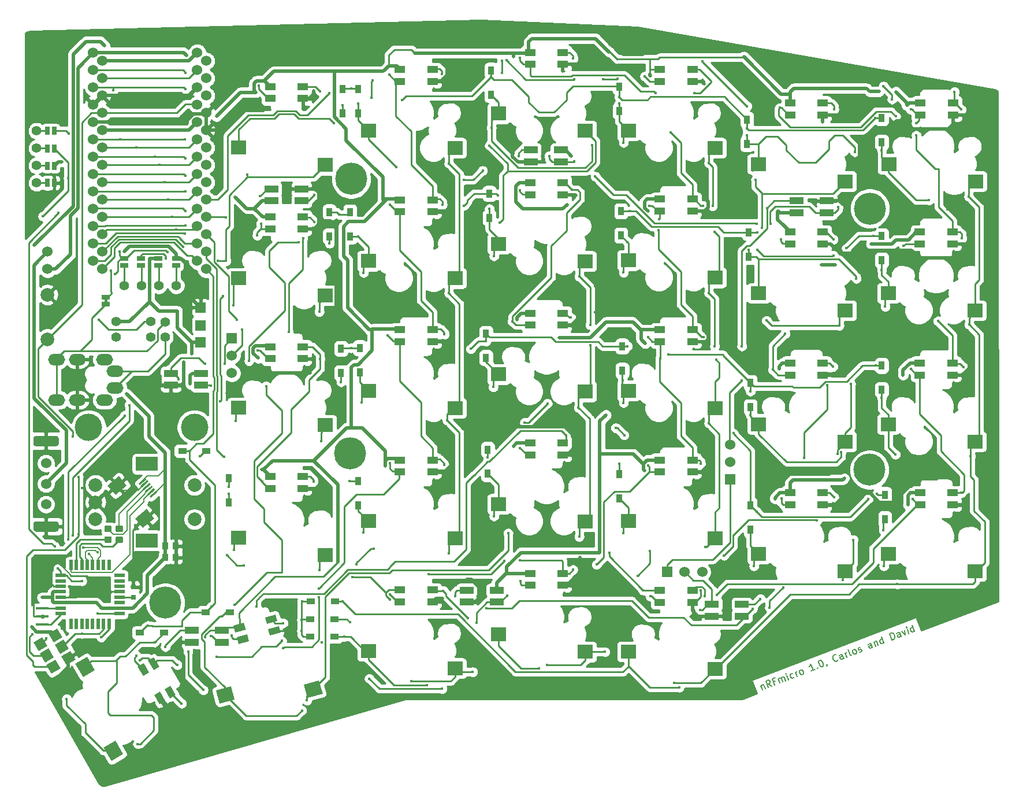
<source format=gtl>
G04 #@! TF.GenerationSoftware,KiCad,Pcbnew,5.1.10*
G04 #@! TF.CreationDate,2021-10-01T05:51:37+02:00*
G04 #@! TF.ProjectId,SofleKeyboard,536f666c-654b-4657-9962-6f6172642e6b,rev?*
G04 #@! TF.SameCoordinates,Original*
G04 #@! TF.FileFunction,Copper,L1,Top*
G04 #@! TF.FilePolarity,Positive*
%FSLAX46Y46*%
G04 Gerber Fmt 4.6, Leading zero omitted, Abs format (unit mm)*
G04 Created by KiCad (PCBNEW 5.1.10) date 2021-10-01 05:51:37*
%MOMM*%
%LPD*%
G01*
G04 APERTURE LIST*
G04 #@! TA.AperFunction,NonConductor*
%ADD10C,0.200000*%
G04 #@! TD*
G04 #@! TA.AperFunction,EtchedComponent*
%ADD11C,0.100000*%
G04 #@! TD*
G04 #@! TA.AperFunction,ComponentPad*
%ADD12C,0.100000*%
G04 #@! TD*
G04 #@! TA.AperFunction,ComponentPad*
%ADD13C,1.524000*%
G04 #@! TD*
G04 #@! TA.AperFunction,SMDPad,CuDef*
%ADD14R,1.900000X0.400000*%
G04 #@! TD*
G04 #@! TA.AperFunction,SMDPad,CuDef*
%ADD15C,0.100000*%
G04 #@! TD*
G04 #@! TA.AperFunction,SMDPad,CuDef*
%ADD16R,1.500000X0.550000*%
G04 #@! TD*
G04 #@! TA.AperFunction,SMDPad,CuDef*
%ADD17R,0.550000X1.500000*%
G04 #@! TD*
G04 #@! TA.AperFunction,SMDPad,CuDef*
%ADD18R,0.800000X0.800000*%
G04 #@! TD*
G04 #@! TA.AperFunction,SMDPad,CuDef*
%ADD19R,0.920000X0.980000*%
G04 #@! TD*
G04 #@! TA.AperFunction,SMDPad,CuDef*
%ADD20R,0.635000X1.143000*%
G04 #@! TD*
G04 #@! TA.AperFunction,ComponentPad*
%ADD21C,1.397000*%
G04 #@! TD*
G04 #@! TA.AperFunction,ComponentPad*
%ADD22R,1.524000X1.524000*%
G04 #@! TD*
G04 #@! TA.AperFunction,ComponentPad*
%ADD23C,4.000000*%
G04 #@! TD*
G04 #@! TA.AperFunction,SMDPad,CuDef*
%ADD24R,1.143000X0.635000*%
G04 #@! TD*
G04 #@! TA.AperFunction,ComponentPad*
%ADD25C,2.000000*%
G04 #@! TD*
G04 #@! TA.AperFunction,ComponentPad*
%ADD26C,4.700000*%
G04 #@! TD*
G04 #@! TA.AperFunction,ComponentPad*
%ADD27R,3.200000X2.000000*%
G04 #@! TD*
G04 #@! TA.AperFunction,ComponentPad*
%ADD28O,2.500000X1.700000*%
G04 #@! TD*
G04 #@! TA.AperFunction,SMDPad,CuDef*
%ADD29R,2.000000X1.000000*%
G04 #@! TD*
G04 #@! TA.AperFunction,SMDPad,CuDef*
%ADD30R,1.600000X1.000000*%
G04 #@! TD*
G04 #@! TA.AperFunction,SMDPad,CuDef*
%ADD31R,2.300000X2.000000*%
G04 #@! TD*
G04 #@! TA.AperFunction,SMDPad,CuDef*
%ADD32R,1.300000X0.950000*%
G04 #@! TD*
G04 #@! TA.AperFunction,SMDPad,CuDef*
%ADD33R,0.950000X1.300000*%
G04 #@! TD*
G04 #@! TA.AperFunction,ViaPad*
%ADD34C,0.400000*%
G04 #@! TD*
G04 #@! TA.AperFunction,Conductor*
%ADD35C,0.250000*%
G04 #@! TD*
G04 #@! TA.AperFunction,Conductor*
%ADD36C,0.500000*%
G04 #@! TD*
G04 #@! TA.AperFunction,Conductor*
%ADD37C,0.200000*%
G04 #@! TD*
G04 #@! TA.AperFunction,Conductor*
%ADD38C,0.254000*%
G04 #@! TD*
G04 #@! TA.AperFunction,Conductor*
%ADD39C,0.100000*%
G04 #@! TD*
G04 APERTURE END LIST*
D10*
X190014697Y-131333297D02*
X190253609Y-131955684D01*
X190048828Y-131422209D02*
X190076219Y-131360688D01*
X190148066Y-131282101D01*
X190281435Y-131230906D01*
X190387412Y-131241232D01*
X190465999Y-131313079D01*
X190653715Y-131802097D01*
X191631752Y-131426664D02*
X191149907Y-131101558D01*
X191098277Y-131631446D02*
X190739909Y-130697866D01*
X191095559Y-130561345D01*
X191201537Y-130571670D01*
X191263058Y-130599062D01*
X191341645Y-130670909D01*
X191392840Y-130804277D01*
X191382514Y-130910255D01*
X191355123Y-130971776D01*
X191283276Y-131050363D01*
X190927626Y-131186884D01*
X192155335Y-130664604D02*
X191844141Y-130784060D01*
X192031858Y-131273078D02*
X191673490Y-130339498D01*
X192118052Y-130168846D01*
X192832070Y-130965906D02*
X192593158Y-130343519D01*
X192627288Y-130432431D02*
X192654679Y-130370910D01*
X192726526Y-130292323D01*
X192859895Y-130241128D01*
X192965873Y-130251454D01*
X193044459Y-130323301D01*
X193232176Y-130812319D01*
X193044459Y-130323301D02*
X193054785Y-130217323D01*
X193126632Y-130138737D01*
X193260001Y-130087542D01*
X193365978Y-130097867D01*
X193444565Y-130169715D01*
X193632281Y-130658733D01*
X194076844Y-130488082D02*
X193837932Y-129865695D01*
X193718476Y-129554501D02*
X193691085Y-129616023D01*
X193752606Y-129643414D01*
X193779997Y-129581892D01*
X193718476Y-129554501D01*
X193752606Y-129643414D01*
X194904446Y-130119388D02*
X194832599Y-130197974D01*
X194654774Y-130266235D01*
X194548797Y-130255909D01*
X194487275Y-130228518D01*
X194408689Y-130156671D01*
X194306298Y-129889933D01*
X194316624Y-129783956D01*
X194344015Y-129722434D01*
X194415862Y-129643848D01*
X194593687Y-129575587D01*
X194699665Y-129585913D01*
X195321617Y-130010258D02*
X195082705Y-129387871D01*
X195150966Y-129565696D02*
X195161292Y-129459718D01*
X195188683Y-129398197D01*
X195260530Y-129319610D01*
X195349443Y-129285480D01*
X196032917Y-129737215D02*
X195926939Y-129726890D01*
X195865418Y-129699498D01*
X195786831Y-129627651D01*
X195684441Y-129360914D01*
X195694767Y-129254936D01*
X195722158Y-129193415D01*
X195794005Y-129114829D01*
X195927373Y-129063633D01*
X196033351Y-129073959D01*
X196094872Y-129101350D01*
X196173459Y-129173197D01*
X196275850Y-129439935D01*
X196265524Y-129545912D01*
X196238133Y-129607434D01*
X196166285Y-129686020D01*
X196032917Y-129737215D01*
X197944534Y-129003414D02*
X197411059Y-129208196D01*
X197677797Y-129105805D02*
X197319429Y-128172225D01*
X197281712Y-128339724D01*
X197226930Y-128462766D01*
X197155082Y-128541353D01*
X198310510Y-128760916D02*
X198372031Y-128788307D01*
X198344640Y-128849828D01*
X198283118Y-128822437D01*
X198310510Y-128760916D01*
X198344640Y-128849828D01*
X198608659Y-127677336D02*
X198697571Y-127643206D01*
X198803549Y-127653531D01*
X198865070Y-127680923D01*
X198943657Y-127752770D01*
X199056373Y-127913530D01*
X199141699Y-128135811D01*
X199165503Y-128330701D01*
X199155178Y-128436678D01*
X199127786Y-128498199D01*
X199055939Y-128576786D01*
X198967027Y-128610916D01*
X198861049Y-128600590D01*
X198799528Y-128573199D01*
X198720941Y-128501352D01*
X198608225Y-128340592D01*
X198522899Y-128118311D01*
X198499095Y-127923421D01*
X198509420Y-127817444D01*
X198536812Y-127755922D01*
X198608659Y-127677336D01*
X199705717Y-128276353D02*
X199722782Y-128320809D01*
X199712456Y-128426786D01*
X199685065Y-128488308D01*
X201333532Y-127600486D02*
X201306141Y-127662008D01*
X201189837Y-127757659D01*
X201100925Y-127791789D01*
X200950491Y-127798529D01*
X200827448Y-127743747D01*
X200748862Y-127671899D01*
X200636145Y-127511140D01*
X200584950Y-127377771D01*
X200561145Y-127182881D01*
X200571471Y-127076903D01*
X200626253Y-126953861D01*
X200742557Y-126858209D01*
X200831469Y-126824079D01*
X200981903Y-126817340D01*
X201043424Y-126844731D01*
X202167874Y-127382226D02*
X201980157Y-126893208D01*
X201901571Y-126821361D01*
X201795593Y-126811035D01*
X201617768Y-126879295D01*
X201545921Y-126957882D01*
X202150809Y-127337770D02*
X202078961Y-127416356D01*
X201856680Y-127501682D01*
X201750703Y-127491356D01*
X201672116Y-127419509D01*
X201637986Y-127330596D01*
X201648312Y-127224619D01*
X201720159Y-127146032D01*
X201942440Y-127060707D01*
X202014288Y-126982120D01*
X202612436Y-127211575D02*
X202373524Y-126589188D01*
X202441785Y-126767013D02*
X202452111Y-126661035D01*
X202479502Y-126599514D01*
X202551349Y-126520927D01*
X202640261Y-126486797D01*
X203323735Y-126938532D02*
X203217758Y-126928207D01*
X203139171Y-126856359D01*
X202831999Y-126056147D01*
X203812754Y-126750816D02*
X203706776Y-126740490D01*
X203645255Y-126713099D01*
X203566668Y-126641252D01*
X203464277Y-126374514D01*
X203474603Y-126268537D01*
X203501994Y-126207015D01*
X203573842Y-126128429D01*
X203707210Y-126077234D01*
X203813188Y-126087559D01*
X203874709Y-126114951D01*
X203953296Y-126186798D01*
X204055687Y-126453535D01*
X204045361Y-126559513D01*
X204017970Y-126621034D01*
X203946122Y-126699620D01*
X203812754Y-126750816D01*
X204462532Y-126450383D02*
X204568509Y-126460709D01*
X204746334Y-126392448D01*
X204818181Y-126313861D01*
X204828507Y-126207884D01*
X204811442Y-126163428D01*
X204732856Y-126091580D01*
X204626878Y-126081254D01*
X204493510Y-126132450D01*
X204387532Y-126122124D01*
X204308945Y-126050277D01*
X204291880Y-126005820D01*
X204302206Y-125899843D01*
X204374054Y-125821256D01*
X204507422Y-125770061D01*
X204613400Y-125780387D01*
X206391214Y-125761038D02*
X206203497Y-125272019D01*
X206124911Y-125200172D01*
X206018933Y-125189846D01*
X205841109Y-125258107D01*
X205769261Y-125336693D01*
X206374149Y-125716582D02*
X206302302Y-125795168D01*
X206080020Y-125880494D01*
X205974043Y-125870168D01*
X205895456Y-125798321D01*
X205861326Y-125709408D01*
X205871652Y-125603431D01*
X205943499Y-125524844D01*
X206165780Y-125439518D01*
X206237628Y-125360932D01*
X206596864Y-124967999D02*
X206835776Y-125590386D01*
X206630994Y-125056912D02*
X206658385Y-124995390D01*
X206730233Y-124916804D01*
X206863601Y-124865609D01*
X206969579Y-124875935D01*
X207048165Y-124947782D01*
X207235882Y-125436800D01*
X208080550Y-125112562D02*
X207722182Y-124178982D01*
X208063485Y-125068106D02*
X207991638Y-125146693D01*
X207813813Y-125214953D01*
X207707835Y-125204627D01*
X207646314Y-125177236D01*
X207567727Y-125105389D01*
X207465336Y-124838652D01*
X207475662Y-124732674D01*
X207503053Y-124671153D01*
X207574901Y-124592566D01*
X207752726Y-124524306D01*
X207858703Y-124534632D01*
X209236411Y-124668869D02*
X208878043Y-123735288D01*
X209100325Y-123649963D01*
X209250758Y-123643223D01*
X209373801Y-123698006D01*
X209452388Y-123769853D01*
X209565104Y-123930613D01*
X209616300Y-124063981D01*
X209640104Y-124258871D01*
X209629778Y-124364849D01*
X209574996Y-124487891D01*
X209458692Y-124583543D01*
X209236411Y-124668869D01*
X210570098Y-124156915D02*
X210382381Y-123667896D01*
X210303795Y-123596049D01*
X210197817Y-123585723D01*
X210019992Y-123653984D01*
X209948145Y-123732570D01*
X210553033Y-124112458D02*
X210481185Y-124191045D01*
X210258904Y-124276371D01*
X210152927Y-124266045D01*
X210074340Y-124194197D01*
X210040210Y-124105285D01*
X210050536Y-123999307D01*
X210122383Y-123920721D01*
X210344664Y-123835395D01*
X210416511Y-123756809D01*
X210686835Y-123398006D02*
X211148028Y-123935068D01*
X211131398Y-123227355D01*
X211725959Y-123713221D02*
X211487047Y-123090834D01*
X211367591Y-122779640D02*
X211340200Y-122841162D01*
X211401722Y-122868553D01*
X211429113Y-122807032D01*
X211367591Y-122779640D01*
X211401722Y-122868553D01*
X212570627Y-123388983D02*
X212212259Y-122455403D01*
X212553562Y-123344527D02*
X212481715Y-123423114D01*
X212303890Y-123491374D01*
X212197912Y-123481048D01*
X212136391Y-123453657D01*
X212057805Y-123381810D01*
X211955414Y-123115073D01*
X211965740Y-123009095D01*
X211993131Y-122947574D01*
X212064978Y-122868987D01*
X212242803Y-122800727D01*
X212348780Y-122811053D01*
D11*
G36*
X94150000Y-74800000D02*
G01*
X94150000Y-75200000D01*
X93850000Y-75200000D01*
X93850000Y-74800000D01*
X94150000Y-74800000D01*
G37*
X94150000Y-74800000D02*
X94150000Y-75200000D01*
X93850000Y-75200000D01*
X93850000Y-74800000D01*
X94150000Y-74800000D01*
G04 #@! TA.AperFunction,ComponentPad*
D12*
G36*
X88250794Y-128360911D02*
G01*
X87488794Y-127041089D01*
X88808616Y-126279089D01*
X89570616Y-127598911D01*
X88250794Y-128360911D01*
G37*
G04 #@! TD.AperFunction*
G04 #@! TA.AperFunction,ComponentPad*
G36*
X86051089Y-129630911D02*
G01*
X85289089Y-128311089D01*
X86608911Y-127549089D01*
X87370911Y-128868911D01*
X86051089Y-129630911D01*
G37*
G04 #@! TD.AperFunction*
G04 #@! TA.AperFunction,ComponentPad*
G36*
X87298294Y-126711133D02*
G01*
X86536294Y-125391311D01*
X87856116Y-124629311D01*
X88618116Y-125949133D01*
X87298294Y-126711133D01*
G37*
G04 #@! TD.AperFunction*
G04 #@! TA.AperFunction,ComponentPad*
G36*
X86345794Y-125061355D02*
G01*
X85583794Y-123741533D01*
X86903616Y-122979533D01*
X87665616Y-124299355D01*
X86345794Y-125061355D01*
G37*
G04 #@! TD.AperFunction*
G04 #@! TA.AperFunction,ComponentPad*
G36*
X85098589Y-127981133D02*
G01*
X84336589Y-126661311D01*
X85656411Y-125899311D01*
X86418411Y-127219133D01*
X85098589Y-127981133D01*
G37*
G04 #@! TD.AperFunction*
G04 #@! TA.AperFunction,ComponentPad*
G36*
X84146089Y-126331355D02*
G01*
X83384089Y-125011533D01*
X84703911Y-124249533D01*
X85465911Y-125569355D01*
X84146089Y-126331355D01*
G37*
G04 #@! TD.AperFunction*
D13*
X85248000Y-98800000D03*
X85248000Y-101800000D03*
X85248000Y-104800000D03*
G04 #@! TA.AperFunction,ComponentPad*
G36*
G01*
X83767000Y-94788000D02*
X86729000Y-94788000D01*
G75*
G02*
X87110000Y-95169000I0J-381000D01*
G01*
X87110000Y-95931000D01*
G75*
G02*
X86729000Y-96312000I-381000J0D01*
G01*
X83767000Y-96312000D01*
G75*
G02*
X83386000Y-95931000I0J381000D01*
G01*
X83386000Y-95169000D01*
G75*
G02*
X83767000Y-94788000I381000J0D01*
G01*
G37*
G04 #@! TD.AperFunction*
G04 #@! TA.AperFunction,ComponentPad*
G36*
G01*
X83767000Y-107288000D02*
X86729000Y-107288000D01*
G75*
G02*
X87110000Y-107669000I0J-381000D01*
G01*
X87110000Y-108431000D01*
G75*
G02*
X86729000Y-108812000I-381000J0D01*
G01*
X83767000Y-108812000D01*
G75*
G02*
X83386000Y-108431000I0J381000D01*
G01*
X83386000Y-107669000D01*
G75*
G02*
X83767000Y-107288000I381000J0D01*
G01*
G37*
G04 #@! TD.AperFunction*
D14*
X84720000Y-121200000D03*
X84720000Y-120000000D03*
X84720000Y-122400000D03*
G04 #@! TA.AperFunction,SMDPad,CuDef*
D15*
G36*
X98299242Y-106900826D02*
G01*
X99984540Y-105486694D01*
X101141558Y-106865574D01*
X99456260Y-108279706D01*
X98299242Y-106900826D01*
G37*
G04 #@! TD.AperFunction*
G04 #@! TA.AperFunction,SMDPad,CuDef*
G36*
X99430219Y-102492494D02*
G01*
X100426077Y-101656870D01*
X100618913Y-101886684D01*
X99623055Y-102722308D01*
X99430219Y-102492494D01*
G37*
G04 #@! TD.AperFunction*
G04 #@! TA.AperFunction,SMDPad,CuDef*
G36*
X98787431Y-101726450D02*
G01*
X99783289Y-100890826D01*
X99976125Y-101120640D01*
X98980267Y-101956264D01*
X98787431Y-101726450D01*
G37*
G04 #@! TD.AperFunction*
G04 #@! TA.AperFunction,SMDPad,CuDef*
G36*
X99751613Y-102875516D02*
G01*
X100747471Y-102039892D01*
X100940307Y-102269706D01*
X99944449Y-103105330D01*
X99751613Y-102875516D01*
G37*
G04 #@! TD.AperFunction*
G04 #@! TA.AperFunction,SMDPad,CuDef*
G36*
X100073007Y-103258539D02*
G01*
X101068865Y-102422915D01*
X101261701Y-102652729D01*
X100265843Y-103488353D01*
X100073007Y-103258539D01*
G37*
G04 #@! TD.AperFunction*
G04 #@! TA.AperFunction,SMDPad,CuDef*
G36*
X94249680Y-102074746D02*
G01*
X95934978Y-100660614D01*
X97091996Y-102039494D01*
X95406698Y-103453626D01*
X94249680Y-102074746D01*
G37*
G04 #@! TD.AperFunction*
G04 #@! TA.AperFunction,SMDPad,CuDef*
G36*
X99108825Y-102109472D02*
G01*
X100104683Y-101273848D01*
X100297519Y-101503662D01*
X99301661Y-102339286D01*
X99108825Y-102109472D01*
G37*
G04 #@! TD.AperFunction*
G04 #@! TA.AperFunction,SMDPad,CuDef*
G36*
X100394401Y-103641561D02*
G01*
X101390259Y-102805937D01*
X101583095Y-103035751D01*
X100587237Y-103871375D01*
X100394401Y-103641561D01*
G37*
G04 #@! TD.AperFunction*
D16*
X87394000Y-115208400D03*
X87394000Y-116008400D03*
X87394000Y-116808400D03*
X87394000Y-117608400D03*
X87394000Y-118408400D03*
X87394000Y-119208400D03*
X87394000Y-120008400D03*
X87394000Y-120808400D03*
D17*
X88894000Y-122308400D03*
X89694000Y-122308400D03*
X90494000Y-122308400D03*
X91294000Y-122308400D03*
X92094000Y-122308400D03*
X92894000Y-122308400D03*
X93694000Y-122308400D03*
X94494000Y-122308400D03*
D16*
X95994000Y-120808400D03*
X95994000Y-120008400D03*
X95994000Y-119208400D03*
X95994000Y-118408400D03*
X95994000Y-117608400D03*
X95994000Y-116808400D03*
X95994000Y-116008400D03*
X95994000Y-115208400D03*
D17*
X94494000Y-113708400D03*
X93694000Y-113708400D03*
X92894000Y-113708400D03*
X92094000Y-113708400D03*
X91294000Y-113708400D03*
X90494000Y-113708400D03*
X89694000Y-113708400D03*
X88894000Y-113708400D03*
G04 #@! TA.AperFunction,SMDPad,CuDef*
G36*
G01*
X94766000Y-110450000D02*
X93934000Y-110450000D01*
G75*
G02*
X93840000Y-110356000I0J94000D01*
G01*
X93840000Y-109604000D01*
G75*
G02*
X93934000Y-109510000I94000J0D01*
G01*
X94766000Y-109510000D01*
G75*
G02*
X94860000Y-109604000I0J-94000D01*
G01*
X94860000Y-110356000D01*
G75*
G02*
X94766000Y-110450000I-94000J0D01*
G01*
G37*
G04 #@! TD.AperFunction*
G04 #@! TA.AperFunction,SMDPad,CuDef*
G36*
G01*
X94766000Y-108870000D02*
X93934000Y-108870000D01*
G75*
G02*
X93840000Y-108776000I0J94000D01*
G01*
X93840000Y-108024000D01*
G75*
G02*
X93934000Y-107930000I94000J0D01*
G01*
X94766000Y-107930000D01*
G75*
G02*
X94860000Y-108024000I0J-94000D01*
G01*
X94860000Y-108776000D01*
G75*
G02*
X94766000Y-108870000I-94000J0D01*
G01*
G37*
G04 #@! TD.AperFunction*
G04 #@! TA.AperFunction,SMDPad,CuDef*
G36*
G01*
X96406000Y-110470000D02*
X95574000Y-110470000D01*
G75*
G02*
X95480000Y-110376000I0J94000D01*
G01*
X95480000Y-109624000D01*
G75*
G02*
X95574000Y-109530000I94000J0D01*
G01*
X96406000Y-109530000D01*
G75*
G02*
X96500000Y-109624000I0J-94000D01*
G01*
X96500000Y-110376000D01*
G75*
G02*
X96406000Y-110470000I-94000J0D01*
G01*
G37*
G04 #@! TD.AperFunction*
G04 #@! TA.AperFunction,SMDPad,CuDef*
G36*
G01*
X96406000Y-108890000D02*
X95574000Y-108890000D01*
G75*
G02*
X95480000Y-108796000I0J94000D01*
G01*
X95480000Y-108044000D01*
G75*
G02*
X95574000Y-107950000I94000J0D01*
G01*
X96406000Y-107950000D01*
G75*
G02*
X96500000Y-108044000I0J-94000D01*
G01*
X96500000Y-108796000D01*
G75*
G02*
X96406000Y-108890000I-94000J0D01*
G01*
G37*
G04 #@! TD.AperFunction*
D18*
X98050000Y-116910000D03*
X98050000Y-118410000D03*
D19*
X102710000Y-110920000D03*
X104260000Y-110920000D03*
X102730000Y-112580000D03*
X104280000Y-112580000D03*
D20*
X86436200Y-52679600D03*
X85435440Y-52679600D03*
X86474300Y-55219600D03*
X85473540Y-55219600D03*
X86436200Y-57734200D03*
X85435440Y-57734200D03*
X86436200Y-50114200D03*
X85435440Y-50114200D03*
D21*
X83883500Y-57746900D03*
X83883500Y-55206900D03*
X83883500Y-52666900D03*
X83883500Y-50126900D03*
D13*
X107420000Y-69170000D03*
X92180000Y-69170000D03*
X93478815Y-70365745D03*
X108718815Y-70365745D03*
X93478815Y-44965745D03*
X108718815Y-62745745D03*
X93478815Y-55125745D03*
X108718815Y-52585745D03*
X108718815Y-47505745D03*
X93478815Y-65285745D03*
X108718815Y-44965745D03*
X108718815Y-39885745D03*
X93478815Y-60205745D03*
X108718815Y-67825745D03*
X93478815Y-52585745D03*
X93478815Y-42425745D03*
X93478815Y-47505745D03*
X93478815Y-50045745D03*
X93478815Y-62745745D03*
X93478815Y-57665745D03*
X108718815Y-60205745D03*
X108718815Y-57665745D03*
X93478815Y-67825745D03*
X108718815Y-65285745D03*
X108718815Y-42425745D03*
X93478815Y-39885745D03*
X108718815Y-55125745D03*
X108718815Y-50045745D03*
X92180000Y-38690000D03*
X92180000Y-41230000D03*
X92180000Y-43770000D03*
X92180000Y-46310000D03*
X92180000Y-48850000D03*
X92180000Y-51390000D03*
X92180000Y-53930000D03*
X92180000Y-56470000D03*
X92180000Y-59010000D03*
X92180000Y-61550000D03*
X92180000Y-64090000D03*
X92180000Y-66630000D03*
X107420000Y-66630000D03*
X107420000Y-64090000D03*
X107420000Y-61550000D03*
X107420000Y-59010000D03*
X107420000Y-56470000D03*
X107420000Y-53930000D03*
X107420000Y-51390000D03*
X107420000Y-48850000D03*
X107420000Y-46310000D03*
X107420000Y-43770000D03*
X107420000Y-41230000D03*
X107420000Y-38690000D03*
X85483700Y-70370700D03*
X85483700Y-67830700D03*
D22*
X107900000Y-81100000D03*
X107900000Y-78600000D03*
X107900000Y-76000000D03*
D23*
X107000000Y-93500000D03*
X91500000Y-93500000D03*
D21*
X104320000Y-72771000D03*
X101780000Y-72771000D03*
X99240000Y-72771000D03*
X96700000Y-72771000D03*
D24*
X94000000Y-74499620D03*
X94000000Y-75500380D03*
D25*
X85471000Y-80619600D03*
X85471000Y-74119600D03*
D24*
X96700000Y-68799620D03*
X96700000Y-69800380D03*
X99200000Y-68799620D03*
X99200000Y-69800380D03*
X101700000Y-68799620D03*
X101700000Y-69800380D03*
X104300000Y-68799620D03*
X104300000Y-69800380D03*
D21*
X100579272Y-80311965D03*
X95499272Y-80311965D03*
X100579272Y-78061965D03*
X95499272Y-78061965D03*
X102700000Y-78100000D03*
X102700000Y-80300000D03*
D26*
X205950000Y-99750000D03*
X129800000Y-97300000D03*
X129980000Y-57160000D03*
D25*
X107000000Y-107000000D03*
X107000000Y-102000000D03*
D27*
X100000000Y-110100000D03*
X100000000Y-98900000D03*
D25*
X92500000Y-107000000D03*
X92500000Y-104500000D03*
X92500000Y-102000000D03*
D26*
X102725000Y-119225000D03*
X206000000Y-61500000D03*
D28*
X93827900Y-89536900D03*
X95327900Y-85336900D03*
X86827900Y-89536900D03*
X89827900Y-89536900D03*
X86827900Y-83586900D03*
X89827900Y-83586900D03*
X93827900Y-83586900D03*
X95327900Y-87786900D03*
D29*
X106650000Y-125005000D03*
X106650000Y-123255000D03*
X111050000Y-125005000D03*
X111050000Y-123255000D03*
X122700000Y-58625000D03*
X122700000Y-60375000D03*
X118300000Y-58625000D03*
X118300000Y-60375000D03*
X156300000Y-54665000D03*
X156300000Y-52915000D03*
X160700000Y-54665000D03*
X160700000Y-52915000D03*
X199700000Y-60375000D03*
X199700000Y-62125000D03*
X195300000Y-60375000D03*
X195300000Y-62125000D03*
X146883600Y-119137600D03*
X146883600Y-117387600D03*
X151283600Y-119137600D03*
X151283600Y-117387600D03*
X182850000Y-121195000D03*
X182850000Y-119445000D03*
X187250000Y-121195000D03*
X187250000Y-119445000D03*
X103550000Y-87375000D03*
X103550000Y-85625000D03*
X107950000Y-87375000D03*
X107950000Y-85625000D03*
D13*
X112500000Y-85600000D03*
X112500000Y-83000000D03*
D22*
X112500000Y-80500000D03*
D30*
X218200000Y-47775000D03*
X218200000Y-46025000D03*
X213400000Y-47775000D03*
X213400000Y-46025000D03*
D31*
X208800000Y-54980000D03*
X221500000Y-57520000D03*
X164300000Y-107310000D03*
X151600000Y-104770000D03*
D30*
X156200000Y-95815000D03*
X156200000Y-97565000D03*
X161000000Y-95815000D03*
X161000000Y-97565000D03*
D31*
X202400000Y-114620000D03*
X189700000Y-112080000D03*
D30*
X194300000Y-103125000D03*
X194300000Y-104875000D03*
X199100000Y-103125000D03*
X199100000Y-104875000D03*
D31*
X221400000Y-76420000D03*
X208700000Y-73880000D03*
D30*
X213300000Y-64925000D03*
X213300000Y-66675000D03*
X218100000Y-64925000D03*
X218100000Y-66675000D03*
D31*
X202400000Y-76420000D03*
X189700000Y-73880000D03*
D30*
X194300000Y-64925000D03*
X194300000Y-66675000D03*
X199100000Y-64925000D03*
X199100000Y-66675000D03*
D31*
X202400000Y-95620000D03*
X189700000Y-93080000D03*
D30*
X194300000Y-84125000D03*
X194300000Y-85875000D03*
X199100000Y-84125000D03*
X199100000Y-85875000D03*
D31*
X145200000Y-52620000D03*
X132500000Y-50080000D03*
D30*
X137100000Y-41125000D03*
X137100000Y-42875000D03*
X141900000Y-41125000D03*
X141900000Y-42875000D03*
D32*
X124030000Y-119020000D03*
X127580000Y-119020000D03*
X127550000Y-121600000D03*
X124000000Y-121600000D03*
X124000000Y-124200000D03*
X127550000Y-124200000D03*
X108649800Y-120624800D03*
X112199800Y-120624800D03*
X99025000Y-123600000D03*
X102575000Y-123600000D03*
X105225000Y-97000000D03*
X108775000Y-97000000D03*
D33*
X208200000Y-103400000D03*
X208200000Y-106950000D03*
X188500000Y-104975000D03*
X188500000Y-108525000D03*
X169250000Y-100375000D03*
X169250000Y-103925000D03*
X150000000Y-96790000D03*
X150000000Y-100340000D03*
X131000000Y-101400000D03*
X131000000Y-104950000D03*
X112000000Y-100975000D03*
X112000000Y-104525000D03*
X207750000Y-84500000D03*
X207750000Y-88050000D03*
X188500000Y-87000000D03*
X188500000Y-90550000D03*
X169725000Y-81650000D03*
X169725000Y-85200000D03*
X149750000Y-79790000D03*
X149750000Y-83340000D03*
X131250000Y-81900000D03*
X131250000Y-85450000D03*
X128500000Y-82000000D03*
X128500000Y-85550000D03*
X207750000Y-65500000D03*
X207750000Y-69050000D03*
X188250000Y-65000000D03*
X188250000Y-68550000D03*
X169500000Y-61875000D03*
X169500000Y-65425000D03*
X150250000Y-59290000D03*
X150250000Y-62840000D03*
X129800000Y-62025000D03*
X129800000Y-65575000D03*
X126800000Y-62000000D03*
X126800000Y-65550000D03*
X207750000Y-48250000D03*
X207750000Y-51800000D03*
X188000000Y-48475000D03*
X188000000Y-52025000D03*
X169250000Y-43650000D03*
X169250000Y-47200000D03*
X150500000Y-41265000D03*
X150500000Y-44815000D03*
X131000000Y-44005500D03*
X131000000Y-47555500D03*
X128750000Y-44000000D03*
X128750000Y-47550000D03*
D31*
X183300000Y-128920000D03*
X170600000Y-126380000D03*
D30*
X175200000Y-117425000D03*
X175200000Y-119175000D03*
X180000000Y-117425000D03*
X180000000Y-119175000D03*
D31*
X164300000Y-126410000D03*
X151600000Y-123870000D03*
D30*
X156200000Y-114915000D03*
X156200000Y-116665000D03*
X161000000Y-114915000D03*
X161000000Y-116665000D03*
D31*
X145200000Y-128820000D03*
X132500000Y-126280000D03*
D30*
X137100000Y-117325000D03*
X137100000Y-119075000D03*
X141900000Y-117325000D03*
X141900000Y-119075000D03*
G04 #@! TA.AperFunction,SMDPad,CuDef*
D15*
G36*
X123578935Y-133133840D02*
G01*
X123061297Y-131201988D01*
X125282927Y-130606704D01*
X125800565Y-132538556D01*
X123578935Y-133133840D01*
G37*
G04 #@! TD.AperFunction*
G04 #@! TA.AperFunction,SMDPad,CuDef*
G36*
X110654276Y-133967390D02*
G01*
X110136638Y-132035538D01*
X112358268Y-131440254D01*
X112875906Y-133372106D01*
X110654276Y-133967390D01*
G37*
G04 #@! TD.AperFunction*
G04 #@! TA.AperFunction,SMDPad,CuDef*
G36*
X114275138Y-122173371D02*
G01*
X114533957Y-123139297D01*
X112988476Y-123553407D01*
X112729657Y-122587481D01*
X114275138Y-122173371D01*
G37*
G04 #@! TD.AperFunction*
G04 #@! TA.AperFunction,SMDPad,CuDef*
G36*
X114728071Y-123863741D02*
G01*
X114986890Y-124829667D01*
X113441409Y-125243777D01*
X113182590Y-124277851D01*
X114728071Y-123863741D01*
G37*
G04 #@! TD.AperFunction*
G04 #@! TA.AperFunction,SMDPad,CuDef*
G36*
X118911582Y-120931039D02*
G01*
X119170401Y-121896965D01*
X117624920Y-122311075D01*
X117366101Y-121345149D01*
X118911582Y-120931039D01*
G37*
G04 #@! TD.AperFunction*
G04 #@! TA.AperFunction,SMDPad,CuDef*
G36*
X119364515Y-122621409D02*
G01*
X119623334Y-123587335D01*
X118077853Y-124001445D01*
X117819034Y-123035519D01*
X119364515Y-122621409D01*
G37*
G04 #@! TD.AperFunction*
G04 #@! TA.AperFunction,SMDPad,CuDef*
G36*
X93684925Y-140400416D02*
G01*
X95416975Y-139400416D01*
X96566975Y-141392274D01*
X94834925Y-142392274D01*
X93684925Y-140400416D01*
G37*
G04 #@! TD.AperFunction*
G04 #@! TA.AperFunction,SMDPad,CuDef*
G36*
X89534629Y-128131893D02*
G01*
X91266679Y-127131893D01*
X92416679Y-129123751D01*
X90684629Y-130123751D01*
X89534629Y-128131893D01*
G37*
G04 #@! TD.AperFunction*
G04 #@! TA.AperFunction,SMDPad,CuDef*
G36*
X101863925Y-128576859D02*
G01*
X100997899Y-129076859D01*
X100197899Y-127691219D01*
X101063925Y-127191219D01*
X101863925Y-128576859D01*
G37*
G04 #@! TD.AperFunction*
G04 #@! TA.AperFunction,SMDPad,CuDef*
G36*
X100348380Y-129451859D02*
G01*
X99482354Y-129951859D01*
X98682354Y-128566219D01*
X99548380Y-128066219D01*
X100348380Y-129451859D01*
G37*
G04 #@! TD.AperFunction*
G04 #@! TA.AperFunction,SMDPad,CuDef*
G36*
X104263925Y-132733781D02*
G01*
X103397899Y-133233781D01*
X102597899Y-131848141D01*
X103463925Y-131348141D01*
X104263925Y-132733781D01*
G37*
G04 #@! TD.AperFunction*
G04 #@! TA.AperFunction,SMDPad,CuDef*
G36*
X102748380Y-133608781D02*
G01*
X101882354Y-134108781D01*
X101082354Y-132723141D01*
X101948380Y-132223141D01*
X102748380Y-133608781D01*
G37*
G04 #@! TD.AperFunction*
D31*
X221450000Y-114620000D03*
X208750000Y-112080000D03*
D30*
X213350000Y-103125000D03*
X213350000Y-104875000D03*
X218150000Y-103125000D03*
X218150000Y-104875000D03*
D31*
X183300000Y-109820000D03*
X170600000Y-107280000D03*
D30*
X175200000Y-98325000D03*
X175200000Y-100075000D03*
X180000000Y-98325000D03*
X180000000Y-100075000D03*
D31*
X145200000Y-109820000D03*
X132500000Y-107280000D03*
D30*
X137100000Y-98325000D03*
X137100000Y-100075000D03*
X141900000Y-98325000D03*
X141900000Y-100075000D03*
D31*
X126200000Y-112220000D03*
X113500000Y-109680000D03*
D30*
X118100000Y-100725000D03*
X118100000Y-102475000D03*
X122900000Y-100725000D03*
X122900000Y-102475000D03*
D31*
X221400000Y-95620000D03*
X208700000Y-93080000D03*
D30*
X213300000Y-84125000D03*
X213300000Y-85875000D03*
X218100000Y-84125000D03*
X218100000Y-85875000D03*
D31*
X183300000Y-90720000D03*
X170600000Y-88180000D03*
D30*
X175200000Y-79225000D03*
X175200000Y-80975000D03*
X180000000Y-79225000D03*
X180000000Y-80975000D03*
D31*
X164300000Y-88310000D03*
X151600000Y-85770000D03*
D30*
X156200000Y-76815000D03*
X156200000Y-78565000D03*
X161000000Y-76815000D03*
X161000000Y-78565000D03*
D31*
X145200000Y-90720000D03*
X132500000Y-88180000D03*
D30*
X137100000Y-79225000D03*
X137100000Y-80975000D03*
X141900000Y-79225000D03*
X141900000Y-80975000D03*
D31*
X126200000Y-93220000D03*
X113500000Y-90680000D03*
D30*
X118100000Y-81725000D03*
X118100000Y-83475000D03*
X122900000Y-81725000D03*
X122900000Y-83475000D03*
D31*
X183300000Y-71620000D03*
X170600000Y-69080000D03*
D30*
X175200000Y-60125000D03*
X175200000Y-61875000D03*
X180000000Y-60125000D03*
X180000000Y-61875000D03*
D31*
X164300000Y-69210000D03*
X151600000Y-66670000D03*
D30*
X156200000Y-57715000D03*
X156200000Y-59465000D03*
X161000000Y-57715000D03*
X161000000Y-59465000D03*
D31*
X145200000Y-71720000D03*
X132500000Y-69180000D03*
D30*
X137100000Y-60225000D03*
X137100000Y-61975000D03*
X141900000Y-60225000D03*
X141900000Y-61975000D03*
D31*
X126200000Y-74220000D03*
X113500000Y-71680000D03*
D30*
X118100000Y-62725000D03*
X118100000Y-64475000D03*
X122900000Y-62725000D03*
X122900000Y-64475000D03*
D31*
X202400000Y-57520000D03*
X189700000Y-54980000D03*
D30*
X194300000Y-46025000D03*
X194300000Y-47775000D03*
X199100000Y-46025000D03*
X199100000Y-47775000D03*
D31*
X183300000Y-52620000D03*
X170600000Y-50080000D03*
D30*
X175200000Y-41125000D03*
X175200000Y-42875000D03*
X180000000Y-41125000D03*
X180000000Y-42875000D03*
D31*
X164300000Y-50120000D03*
X151600000Y-47580000D03*
D30*
X156200000Y-38625000D03*
X156200000Y-40375000D03*
X161000000Y-38625000D03*
X161000000Y-40375000D03*
X122900000Y-45375000D03*
X122900000Y-43625000D03*
X118100000Y-45375000D03*
X118100000Y-43625000D03*
D31*
X113500000Y-52580000D03*
X126200000Y-55120000D03*
D13*
X181427000Y-114706600D03*
X178827000Y-114706600D03*
D22*
X176327000Y-114706600D03*
D13*
X185500000Y-96050000D03*
X185500000Y-98650000D03*
D22*
X185500000Y-101150000D03*
D34*
X128750000Y-46400000D03*
X127450000Y-49000000D03*
X105327833Y-67072169D03*
X106250000Y-97000000D03*
X105189400Y-122624800D03*
X122773800Y-119020000D03*
X109512300Y-119762300D03*
X100200000Y-122600000D03*
X122732600Y-121732600D03*
X122732600Y-123332600D03*
X131000000Y-46150000D03*
X136588496Y-55452510D03*
X150550000Y-49640000D03*
X151362500Y-45677500D03*
X165250000Y-52190000D03*
X105700000Y-59000000D03*
X188000000Y-49750000D03*
X169250000Y-45150000D03*
X130000000Y-43900000D03*
X206750000Y-48250000D03*
X126750000Y-44600000D03*
X137450000Y-45600000D03*
X150500004Y-42222496D03*
X169900000Y-51850000D03*
X169250000Y-46150000D03*
X105700000Y-61900000D03*
X151500000Y-59540000D03*
X170775000Y-61875000D03*
X146532600Y-61061600D03*
X189500000Y-65000000D03*
X206500000Y-65500000D03*
X189500000Y-67550000D03*
X111574990Y-62800000D03*
X200650000Y-68350000D03*
X202565000Y-67310000D03*
X128239998Y-62400000D03*
X188000000Y-50750000D03*
X203800000Y-53200000D03*
X105700000Y-64000000D03*
X149750000Y-80940000D03*
X188500000Y-88250000D03*
X113250000Y-77750000D03*
X147500012Y-82050000D03*
X206825000Y-84500000D03*
X130000000Y-81900000D03*
X176450000Y-82900000D03*
X170480000Y-81650000D03*
X207750000Y-53000000D03*
X214655400Y-60291210D03*
X105600000Y-65200000D03*
X112000000Y-102250000D03*
X150000000Y-97940000D03*
X111350001Y-97825012D03*
X189387500Y-105862500D03*
X169250000Y-98900000D03*
X186000000Y-94400000D03*
X129750000Y-101400000D03*
X207057999Y-103273747D03*
X205800000Y-104000000D03*
X112750000Y-75650000D03*
X126800000Y-66600000D03*
X131800000Y-70900000D03*
X131000000Y-65600000D03*
X150900000Y-68440000D03*
X150250000Y-61540000D03*
X169900000Y-70850000D03*
X170487500Y-66412500D03*
X204000000Y-71750000D03*
X188250000Y-67500000D03*
X207750000Y-70500000D03*
X208250000Y-75850000D03*
X113050000Y-92600000D03*
X128500000Y-86900000D03*
X131550000Y-89900000D03*
X150800000Y-87640000D03*
X169900000Y-89950000D03*
X169750000Y-86650000D03*
X188500000Y-91750000D03*
X201797467Y-97158879D03*
X209750000Y-97500000D03*
X207750000Y-89250000D03*
X112800000Y-111450000D03*
X112000000Y-103250000D03*
X131800000Y-108950000D03*
X150900000Y-106540000D03*
X169900000Y-109050000D03*
X189000000Y-113850000D03*
X208050000Y-113850000D03*
X208000000Y-108600000D03*
X98687000Y-139889000D03*
X101175000Y-125000000D03*
X122750000Y-135000000D03*
X110984999Y-121234999D03*
X141108000Y-131259000D03*
X129000000Y-124200000D03*
X100400008Y-68800000D03*
X100400000Y-50045745D03*
X211625000Y-104875000D03*
X116000000Y-44500000D03*
X110250000Y-48000000D03*
X193012500Y-44737500D03*
X153750000Y-96290000D03*
X173000000Y-99900000D03*
X210875000Y-85875000D03*
X135325000Y-60125000D03*
X167750000Y-38440000D03*
X173475000Y-61875000D03*
X167325000Y-78115000D03*
X162250000Y-53790000D03*
X135500000Y-40575010D03*
X167325000Y-91715000D03*
X166424990Y-98714990D03*
X116850000Y-99700000D03*
X192100000Y-104000000D03*
X135000000Y-99200004D03*
X134375000Y-79125000D03*
X154300002Y-77790000D03*
X160475000Y-80440000D03*
X173100000Y-81250000D03*
X192700000Y-84950000D03*
X211650000Y-66100000D03*
X206175000Y-66675000D03*
X153800000Y-39290000D03*
X173806234Y-42086230D03*
X116350000Y-83400000D03*
X115800000Y-61500000D03*
X113000000Y-59800000D03*
X111725000Y-46525000D03*
X161650000Y-60890000D03*
X154099999Y-60539999D03*
X193300000Y-63925000D03*
X198874990Y-69700000D03*
X200950000Y-69700000D03*
X189950000Y-118650000D03*
X98966400Y-127646200D03*
X104503600Y-128314400D03*
X172781800Y-117399000D03*
X167803400Y-111861800D03*
X166424990Y-111865010D03*
X135669468Y-118748132D03*
X153294800Y-114915000D03*
X128025000Y-113250000D03*
X130160600Y-115417800D03*
X205994000Y-44373800D03*
X207340200Y-44373800D03*
X192532000Y-61849000D03*
X108600000Y-124300000D03*
X202250000Y-100999998D03*
X106624999Y-82800000D03*
X106400000Y-87200000D03*
X211400000Y-46400000D03*
X209800000Y-44400000D03*
X87579200Y-54660800D03*
X101762800Y-96327200D03*
X97027910Y-88618904D03*
X83130000Y-122770002D03*
X84680000Y-118460000D03*
X113236400Y-67208200D03*
X166100000Y-120400000D03*
X169800000Y-120300000D03*
X167600000Y-121700000D03*
X165800000Y-63100000D03*
X166600000Y-59800000D03*
X167800000Y-62500000D03*
X96700000Y-67800000D03*
X96900000Y-48800000D03*
X96900000Y-44965745D03*
X106700000Y-74700000D03*
X90540000Y-102460000D03*
X148500000Y-95400000D03*
X124500000Y-44250000D03*
X144000000Y-40800000D03*
X153625000Y-52915000D03*
X182000000Y-79650000D03*
X200750000Y-85750000D03*
X144175000Y-60125000D03*
X181975000Y-60125000D03*
X111750000Y-88500000D03*
X185400000Y-82150000D03*
X185650000Y-78000000D03*
X186500000Y-72150000D03*
X185350000Y-65950000D03*
X188300000Y-70950000D03*
X188700000Y-76550000D03*
X190500000Y-83150000D03*
X185700000Y-54750000D03*
X185450000Y-59400000D03*
X186150000Y-40900000D03*
X190400000Y-45250000D03*
X125450000Y-101500000D03*
X220175021Y-104874979D03*
X192374999Y-100924999D03*
X200100000Y-100400000D03*
X201500000Y-104250000D03*
X182381001Y-99068999D03*
X162700000Y-96490000D03*
X144900000Y-98900004D03*
X144950000Y-79150000D03*
X163200000Y-77240000D03*
X212500000Y-81000000D03*
X220562002Y-83212002D03*
X220200000Y-66650000D03*
X117150000Y-47100000D03*
X123000000Y-46950000D03*
X163850000Y-39890000D03*
X181700000Y-43200000D03*
X201750000Y-47800000D03*
X123950000Y-85550000D03*
X215800000Y-101100000D03*
X125250001Y-60399999D03*
X162950000Y-59590002D03*
X169050000Y-56850000D03*
X166650000Y-55940000D03*
X201056001Y-67443999D03*
X204500000Y-52050000D03*
X209450000Y-64250000D03*
X209350000Y-67600000D03*
X186924999Y-110225001D03*
X148500000Y-52300000D03*
X124598000Y-80950008D03*
X104600000Y-125200000D03*
X181200002Y-117425000D03*
X146883600Y-115783200D03*
X163510800Y-112581400D03*
X120909801Y-123820001D03*
X105418000Y-130194000D03*
X149047200Y-92125800D03*
X172770800Y-38938200D03*
X167894000Y-37439600D03*
X211378787Y-48652217D03*
X143383000Y-118554500D03*
X199099994Y-48824994D03*
X202120500Y-60959998D03*
X161000002Y-41375002D03*
X162600000Y-115700000D03*
X127800001Y-76100001D03*
X103100000Y-139800000D03*
X107200000Y-134400000D03*
X99700000Y-134300000D03*
X113900000Y-137800000D03*
X128400000Y-134500000D03*
X133500000Y-133200000D03*
X149100000Y-127800000D03*
X146900000Y-124100000D03*
X163500000Y-117700000D03*
X170800000Y-117800000D03*
X167500000Y-114300000D03*
X181711600Y-37160200D03*
X172681900Y-37147500D03*
X169243100Y-38356900D03*
X172600000Y-43100000D03*
X168600000Y-40800000D03*
X130600000Y-74700000D03*
X139400000Y-76100000D03*
X148500000Y-101700000D03*
X148500000Y-112300000D03*
X149500000Y-107400000D03*
X151100000Y-111300000D03*
X154000000Y-111200000D03*
X165200000Y-110900000D03*
X165900000Y-128300000D03*
X168500000Y-128100000D03*
X185000000Y-123500000D03*
X187600000Y-123500000D03*
X207200000Y-108800000D03*
X206200000Y-115700000D03*
X205100000Y-118700000D03*
X213900000Y-118700000D03*
X223200000Y-101400000D03*
X223500000Y-85800000D03*
X220900000Y-88100000D03*
X177000000Y-76200000D03*
X172800000Y-78200000D03*
X169700000Y-79600000D03*
X168900000Y-75900000D03*
X168500000Y-67800000D03*
X165700000Y-72900000D03*
X165700000Y-76700000D03*
X101438100Y-46469100D03*
X114176200Y-62687000D03*
X123599600Y-104863700D03*
X163614100Y-130975100D03*
X156806900Y-132270500D03*
X151282400Y-130479800D03*
X184302400Y-131940300D03*
X189077600Y-128346200D03*
X213398100Y-122529600D03*
X206743300Y-114604800D03*
X218846400Y-107911900D03*
X209905600Y-100698300D03*
X206629000Y-96100900D03*
X211963000Y-88176100D03*
X209804000Y-88176100D03*
X218541600Y-88684100D03*
X218351100Y-69646800D03*
X211836000Y-69608700D03*
X217322400Y-61607700D03*
X220433900Y-62064900D03*
X215049100Y-61772800D03*
X210934300Y-60553600D03*
X220408500Y-49885600D03*
X222923100Y-52451000D03*
X223685100Y-57200800D03*
X222211900Y-44970700D03*
X204698600Y-45529500D03*
X206781400Y-42494200D03*
X210832700Y-43180000D03*
X192925700Y-40627300D03*
X177203100Y-57429400D03*
X172681900Y-58877200D03*
X107937300Y-117297200D03*
X94760000Y-124080000D03*
X98540000Y-114480000D03*
X98840000Y-93510000D03*
X102565200Y-94475300D03*
X116395500Y-41541700D03*
X110959900Y-41744900D03*
X112699800Y-43713400D03*
X113868200Y-46418500D03*
X101955600Y-37388800D03*
X95288100Y-37655500D03*
X148018500Y-78536800D03*
X151511000Y-78308200D03*
X151422100Y-82042000D03*
X155740100Y-81953100D03*
X147370800Y-84328000D03*
X207721200Y-80670400D03*
X204837500Y-82500000D03*
X204762100Y-86385400D03*
X203847700Y-78790800D03*
X102000000Y-86000000D03*
X105400000Y-84000000D03*
X220400000Y-47800000D03*
X103800000Y-134400000D03*
X142400000Y-102800000D03*
X143000000Y-95400000D03*
X128200000Y-126000000D03*
X128600000Y-131000000D03*
X131800000Y-131400000D03*
X140800000Y-132800000D03*
X146200000Y-131400000D03*
X170400000Y-132600000D03*
X168600000Y-126400000D03*
X190000000Y-89000000D03*
X193400000Y-88800000D03*
X187000000Y-89000000D03*
X187600000Y-94000000D03*
X190400000Y-97800000D03*
X190600000Y-105000000D03*
X192000000Y-105600000D03*
X202600000Y-107800000D03*
X200200000Y-107800000D03*
X222400000Y-105400000D03*
X221200000Y-107000000D03*
X224200000Y-110000000D03*
X224000000Y-117200000D03*
X217600000Y-119000000D03*
X223400000Y-79000000D03*
X219800000Y-80200000D03*
X217000000Y-81000000D03*
X223200000Y-68600000D03*
X220800000Y-68400000D03*
X223000000Y-64800000D03*
X223000000Y-48400000D03*
X191549016Y-49050984D03*
X189000000Y-62600000D03*
X184600000Y-62800000D03*
X149800000Y-73200000D03*
X148500000Y-64700000D03*
X148500000Y-61500000D03*
X144800000Y-64400000D03*
X147000000Y-64600000D03*
X133000000Y-78000000D03*
X131000000Y-79200000D03*
X133600000Y-58200000D03*
X132800000Y-60600000D03*
X143000000Y-58000000D03*
X126800000Y-59000000D03*
X145400000Y-44000000D03*
X146600000Y-46400000D03*
X147600000Y-42800000D03*
X148500000Y-46100000D03*
X165370000Y-38370000D03*
X125674990Y-125000000D03*
X87580000Y-122980000D03*
X86500000Y-112700000D03*
X89610000Y-118400000D03*
X86380000Y-131650000D03*
X220500000Y-59750000D03*
X102675000Y-57665745D03*
X220750000Y-97750000D03*
X209250000Y-45500000D03*
X220550000Y-78474990D03*
X210000000Y-116499990D03*
X177303000Y-130988000D03*
X208000600Y-43586400D03*
X201500000Y-78650000D03*
X103175000Y-60205745D03*
X189275000Y-57250000D03*
X188000000Y-46500000D03*
X181500000Y-39900000D03*
X190850000Y-77900000D03*
X190150000Y-64300000D03*
X191298400Y-119913600D03*
X193276189Y-116984200D03*
X202005399Y-115899399D03*
X203200000Y-87185500D03*
X167188400Y-126421400D03*
X158686500Y-128333500D03*
X201272457Y-97462850D03*
X203600000Y-110000000D03*
X182400000Y-92950000D03*
X182400000Y-54850000D03*
X182400000Y-73850000D03*
X103700000Y-62745745D03*
X183500000Y-83650000D03*
X183250000Y-81650000D03*
X183250000Y-64900000D03*
X181878761Y-111028761D03*
X173779989Y-111625000D03*
X182950011Y-61131673D03*
X171969000Y-115265400D03*
X147788200Y-129354000D03*
X138831761Y-130667561D03*
X162636200Y-42595800D03*
X166928800Y-42570400D03*
X169011600Y-42494200D03*
X152723174Y-39803920D03*
X163300000Y-90640000D03*
X163400000Y-71440000D03*
X163400000Y-109540000D03*
X104300000Y-64575000D03*
X150250000Y-52265000D03*
X165000000Y-78540000D03*
X151750000Y-63540000D03*
X153000000Y-109040000D03*
X165000000Y-81540021D03*
X152070275Y-41620210D03*
X123500000Y-133500000D03*
X152061699Y-39875010D03*
X144300000Y-54900000D03*
X144300000Y-73900000D03*
X144300000Y-111950000D03*
X105000000Y-66000000D03*
X133250000Y-111300000D03*
X144050000Y-92524990D03*
X132975354Y-45304243D03*
X133154739Y-42695261D03*
X88273000Y-133285000D03*
X130773547Y-113628547D03*
X105600000Y-51400000D03*
X96100000Y-51390000D03*
X96050000Y-67805847D03*
X103100000Y-67900000D03*
X95377000Y-71094600D03*
X88569800Y-50520600D03*
X90680000Y-111180000D03*
X88530000Y-109940000D03*
X96800000Y-91810000D03*
X105700006Y-41600000D03*
X114000000Y-79250000D03*
X101200000Y-53900000D03*
X105700018Y-54200000D03*
X102826022Y-68770500D03*
X93014800Y-77800200D03*
X88519000Y-56997600D03*
X91510000Y-112040000D03*
X89140000Y-109330000D03*
X97470000Y-90280000D03*
X84785200Y-62611000D03*
X90010000Y-109190000D03*
X92780000Y-111840000D03*
X90010000Y-100770000D03*
X89174999Y-94864999D03*
X143317800Y-131826200D03*
X132624400Y-130327600D03*
X157491000Y-128828990D03*
X129779600Y-122098000D03*
X94800000Y-70600000D03*
X95100000Y-44200000D03*
X105700000Y-44000000D03*
X178065000Y-131623000D03*
X128682800Y-119020000D03*
X107775000Y-97775000D03*
X125550000Y-95600000D03*
X125300000Y-76600000D03*
X125300000Y-114450000D03*
X114750000Y-56500000D03*
X110775010Y-89750000D03*
X111750000Y-112250000D03*
X114250000Y-113750000D03*
X111649995Y-69150005D03*
X110445094Y-69104375D03*
X111200000Y-74350000D03*
X101874255Y-55125745D03*
X98514255Y-52585745D03*
X117500000Y-87500000D03*
X114999994Y-83800000D03*
X124600000Y-59500000D03*
X122250000Y-66450000D03*
X109400000Y-124116732D03*
X112900000Y-119525021D03*
X154500000Y-53790000D03*
X149250000Y-55940000D03*
X146500000Y-57300000D03*
X116600000Y-59700000D03*
X159000000Y-53790000D03*
X165750003Y-56789997D03*
X162650000Y-54590000D03*
X201400000Y-61250000D03*
X191475000Y-63700000D03*
X189436812Y-63750000D03*
X187250000Y-81650000D03*
X187250000Y-86650000D03*
X190950000Y-61400000D03*
X102740000Y-125677500D03*
X152817400Y-118135600D03*
X148347000Y-122121502D03*
X108300000Y-132000000D03*
X106068010Y-126351315D03*
X188822468Y-120130068D03*
X145222800Y-118211800D03*
X149796500Y-120015000D03*
X181113000Y-120243800D03*
X111403027Y-84250000D03*
X170000000Y-94675000D03*
X168750000Y-93625000D03*
X104704243Y-86504950D03*
X108550000Y-84250000D03*
X109400000Y-87400004D03*
X173823200Y-118288000D03*
X143240373Y-41790373D03*
X116400000Y-43450000D03*
X116750000Y-63750000D03*
X125450000Y-44300002D03*
X116200000Y-65450000D03*
X135550000Y-41900000D03*
X143350000Y-60949994D03*
X180250000Y-44599999D03*
X154719240Y-39400010D03*
X174600000Y-44599999D03*
X154750000Y-58790000D03*
X162500016Y-39540000D03*
X173000000Y-42150000D03*
X176800500Y-50349500D03*
X181549998Y-61100000D03*
X192800000Y-46750000D03*
X219400000Y-47000000D03*
X209800000Y-48000000D03*
X218400000Y-44400000D03*
X200750000Y-47000000D03*
X193000000Y-66000000D03*
X219519500Y-65849500D03*
X212000000Y-47000000D03*
X212800000Y-50800000D03*
X212800000Y-49000000D03*
X116275021Y-82255755D03*
X120800002Y-79525000D03*
X124600000Y-63450000D03*
X122923621Y-65881628D03*
X143650000Y-79900000D03*
X135650000Y-60950000D03*
X153600000Y-78040000D03*
X162300000Y-58740000D03*
X175000000Y-64650000D03*
X181600000Y-80300000D03*
X173700000Y-61100000D03*
X175150000Y-63050000D03*
X193600000Y-79800000D03*
X191750000Y-85100000D03*
X200650004Y-66024990D03*
X219750000Y-84750000D03*
X216000000Y-77974990D03*
X210951402Y-66950000D03*
X116975317Y-101458646D03*
X125450000Y-83500000D03*
X143600000Y-99050000D03*
X135350000Y-80100000D03*
X154750000Y-96540000D03*
X158750000Y-90040000D03*
X155400000Y-92814979D03*
X162169493Y-77468245D03*
X181250000Y-98900000D03*
X175250000Y-83425000D03*
X173500000Y-80349998D03*
X193034627Y-103965373D03*
X200600000Y-84650000D03*
X196400000Y-98049998D03*
X199771000Y-87349989D03*
X212000000Y-85000000D03*
X219425000Y-103125000D03*
X124450000Y-101500000D03*
X135700010Y-98757169D03*
X125207600Y-117128000D03*
X125258400Y-118415000D03*
X120000000Y-125900000D03*
X105132534Y-133973520D03*
X161450000Y-94690000D03*
X112500000Y-124000000D03*
X116100000Y-119800000D03*
X173500000Y-99150000D03*
X143470200Y-117449800D03*
X165949996Y-113631410D03*
X147122200Y-121482800D03*
X200750000Y-103750000D03*
X198249998Y-107175010D03*
X154798600Y-116078200D03*
X184633532Y-112308932D03*
X181773400Y-118262600D03*
X183576800Y-118110200D03*
X212250010Y-104050000D03*
X98509200Y-126985800D03*
X110300000Y-127100000D03*
X119800000Y-124800000D03*
X120000000Y-122200000D03*
X135621600Y-117957800D03*
X141311200Y-115011400D03*
X154686200Y-113030200D03*
X152400000Y-113093500D03*
X162493589Y-114386621D03*
X105816400Y-39052500D03*
X83530000Y-66880000D03*
X93872050Y-37661850D03*
X105699992Y-56700000D03*
X87090000Y-62150000D03*
X87010000Y-114220000D03*
X86520000Y-110980000D03*
X90520000Y-116050000D03*
X90515001Y-123744999D03*
X85240000Y-124470000D03*
X93340000Y-124270000D03*
X83240000Y-123820000D03*
X92830000Y-120800000D03*
D35*
X112550000Y-53280000D02*
X113250000Y-52580000D01*
X128750000Y-46400000D02*
X128750000Y-47675000D01*
X118684987Y-48300011D02*
X119359999Y-47624999D01*
X119359999Y-47624999D02*
X121640001Y-47624999D01*
X122315013Y-48300011D02*
X126750011Y-48300011D01*
X121640001Y-47624999D02*
X122315013Y-48300011D01*
X126750011Y-48300011D02*
X127450000Y-49000000D01*
X115167147Y-48300011D02*
X118684987Y-48300011D01*
X113500000Y-49967158D02*
X115167147Y-48300011D01*
X113500000Y-52580000D02*
X113500000Y-49967158D01*
X105300001Y-67100001D02*
X105300001Y-67100001D01*
X104255686Y-66000022D02*
X105127834Y-66872170D01*
X94800000Y-67140970D02*
X95940948Y-66000022D01*
X105127834Y-66872170D02*
X105327833Y-67072169D01*
X93830000Y-69170000D02*
X94800000Y-68200000D01*
X94800000Y-68200000D02*
X94800000Y-67140970D01*
X92180000Y-69170000D02*
X93830000Y-69170000D01*
X95940948Y-66000022D02*
X104255686Y-66000022D01*
X105300000Y-97000000D02*
X106250000Y-97000000D01*
X106250000Y-97000000D02*
X106250000Y-98250000D01*
X106250000Y-98250000D02*
X110000000Y-102000000D01*
X110000000Y-119274600D02*
X108649800Y-120624800D01*
X110000000Y-102000000D02*
X110000000Y-119274600D01*
X105189400Y-122624800D02*
X105189400Y-121810600D01*
X106375200Y-120624800D02*
X108649800Y-120624800D01*
X105189400Y-121810600D02*
X106375200Y-120624800D01*
X122773800Y-119020000D02*
X124030000Y-119020000D01*
X122732600Y-119061200D02*
X122773800Y-119020000D01*
X108325001Y-95924999D02*
X107325001Y-95924999D01*
X109925002Y-86247998D02*
X109925002Y-88052002D01*
X107325001Y-95924999D02*
X106250000Y-97000000D01*
X109925002Y-88052002D02*
X109750000Y-88227004D01*
X109750000Y-88227004D02*
X109750000Y-94500000D01*
X108718815Y-70365745D02*
X109750003Y-71396933D01*
X109750003Y-71396933D02*
X109750003Y-86072999D01*
X109750003Y-86072999D02*
X109925002Y-86247998D01*
X109750000Y-94500000D02*
X108325001Y-95924999D01*
X105189400Y-122624800D02*
X100824800Y-122624800D01*
X100824800Y-122624800D02*
X100800000Y-122600000D01*
X100025000Y-122600000D02*
X99025000Y-123600000D01*
X100800000Y-122600000D02*
X100200000Y-122600000D01*
X100200000Y-122600000D02*
X100025000Y-122600000D01*
X122732600Y-121020000D02*
X122732600Y-120732600D01*
X122732600Y-120732600D02*
X122732600Y-119061200D01*
X122865200Y-121600000D02*
X122732600Y-121732600D01*
X122732600Y-123332600D02*
X122732600Y-121732600D01*
X122732600Y-121732600D02*
X122732600Y-120732600D01*
X124000000Y-121600000D02*
X122865200Y-121600000D01*
X122732600Y-123932600D02*
X122732600Y-123332600D01*
X124000000Y-124200000D02*
X123000000Y-124200000D01*
X123000000Y-124200000D02*
X122732600Y-123932600D01*
X131000000Y-47425000D02*
X131000000Y-46150000D01*
X131000000Y-48580000D02*
X132500000Y-50080000D01*
X131000000Y-47555500D02*
X131000000Y-48580000D01*
X132500000Y-51364014D02*
X136388497Y-55252511D01*
X136388497Y-55252511D02*
X136588496Y-55452510D01*
X132500000Y-50130000D02*
X132500000Y-51364014D01*
X150550000Y-49640000D02*
X150550000Y-48570000D01*
X150550000Y-48570000D02*
X151250000Y-47870000D01*
X151600000Y-47580000D02*
X151600000Y-45915000D01*
X150500000Y-44815000D02*
X151362500Y-45677500D01*
X151600000Y-45915000D02*
X151362500Y-45677500D01*
X165250000Y-54540000D02*
X165250000Y-52190000D01*
X164300000Y-55490000D02*
X165250000Y-54540000D01*
X154424812Y-55490000D02*
X164300000Y-55490000D01*
X150550000Y-49640000D02*
X150550000Y-51615188D01*
X150550000Y-51615188D02*
X154424812Y-55490000D01*
X92180000Y-59010000D02*
X105690000Y-59010000D01*
X105690000Y-59010000D02*
X105700000Y-59000000D01*
X188000000Y-48475000D02*
X188000000Y-49750000D01*
X169250000Y-45150000D02*
X169250000Y-43875000D01*
X184749999Y-45224999D02*
X188000000Y-48475000D01*
X130750000Y-44125000D02*
X131000000Y-43875000D01*
X169109999Y-43734999D02*
X169250000Y-43875000D01*
X130975000Y-43900000D02*
X131000000Y-43875000D01*
X130000000Y-43900000D02*
X130975000Y-43900000D01*
X128975000Y-43900000D02*
X128750000Y-44125000D01*
X130000000Y-43900000D02*
X128975000Y-43900000D01*
X207750000Y-48250000D02*
X206750000Y-48250000D01*
X206500000Y-48500000D02*
X206750000Y-48250000D01*
X123550000Y-47800000D02*
X126750000Y-44600000D01*
X119173599Y-47174988D02*
X121826401Y-47174988D01*
X118548588Y-47800000D02*
X119173599Y-47174988D01*
X110457443Y-60205745D02*
X111900000Y-58763188D01*
X121826401Y-47174988D02*
X122451412Y-47800000D01*
X114922998Y-47800000D02*
X118548588Y-47800000D01*
X108718815Y-60205745D02*
X110457443Y-60205745D01*
X111900000Y-58763188D02*
X111900000Y-50822998D01*
X122451412Y-47800000D02*
X123550000Y-47800000D01*
X111900000Y-50822998D02*
X114922998Y-47800000D01*
X169150000Y-43750000D02*
X169250000Y-43650000D01*
X204646000Y-50000000D02*
X204658800Y-50012800D01*
X188000000Y-49750000D02*
X188250000Y-50000000D01*
X188250000Y-50000000D02*
X204646000Y-50000000D01*
X205000000Y-50000000D02*
X206500000Y-48500000D01*
X204646000Y-50000000D02*
X205000000Y-50000000D01*
X150892499Y-42624999D02*
X153534999Y-42624999D01*
X159740001Y-47375001D02*
X161544000Y-45571002D01*
X153534999Y-42624999D02*
X156000000Y-45090000D01*
X156000000Y-45090000D02*
X156000000Y-45915002D01*
X157459999Y-47375001D02*
X159740001Y-47375001D01*
X150500000Y-41265000D02*
X150500000Y-42232500D01*
X150500000Y-42232500D02*
X150892499Y-42624999D01*
X156000000Y-45915002D02*
X157459999Y-47375001D01*
X161544000Y-45571002D02*
X161544000Y-44526200D01*
X169135600Y-43535600D02*
X169250000Y-43650000D01*
X161544000Y-44526200D02*
X162534600Y-43535600D01*
X162534600Y-43535600D02*
X169135600Y-43535600D01*
X138049992Y-45000008D02*
X147722492Y-45000008D01*
X147722492Y-45000008D02*
X150500004Y-42222496D01*
X150500000Y-41265000D02*
X150500000Y-42222492D01*
X137450000Y-45600000D02*
X138049992Y-45000008D01*
X150500000Y-42222492D02*
X150500004Y-42222496D01*
X173852004Y-45124999D02*
X184749999Y-45124999D01*
X173380763Y-45596240D02*
X173852004Y-45124999D01*
X169696240Y-45596240D02*
X173380763Y-45596240D01*
X169250000Y-45150000D02*
X169696240Y-45596240D01*
X169900000Y-51850000D02*
X169900000Y-50780000D01*
X169900000Y-50780000D02*
X170600000Y-50080000D01*
X169250000Y-48730000D02*
X170600000Y-50080000D01*
X169250000Y-47425000D02*
X169250000Y-48730000D01*
X169250000Y-47425000D02*
X169250000Y-46150000D01*
X92230000Y-61450000D02*
X105250000Y-61450000D01*
X105250000Y-61450000D02*
X105500001Y-61700001D01*
X105500001Y-61700001D02*
X105700000Y-61900000D01*
X151250000Y-59290000D02*
X151500000Y-59540000D01*
X150250000Y-59290000D02*
X151250000Y-59290000D01*
X183724999Y-64124999D02*
X184500000Y-64900000D01*
X184500000Y-65000000D02*
X188250000Y-65000000D01*
X171725000Y-61875000D02*
X173974999Y-64124999D01*
X169500000Y-61875000D02*
X170775000Y-61875000D01*
X170775000Y-61875000D02*
X171725000Y-61875000D01*
X188250000Y-65000000D02*
X189500000Y-65000000D01*
X207750000Y-65500000D02*
X206500000Y-65500000D01*
X108718815Y-62745745D02*
X111520735Y-62745745D01*
X111520735Y-62745745D02*
X111574990Y-62800000D01*
X183724999Y-64124999D02*
X173974999Y-64124999D01*
X147000000Y-60594200D02*
X146532600Y-61061600D01*
X147000000Y-60289400D02*
X147000000Y-60594200D01*
X150250000Y-59290000D02*
X147999400Y-59290000D01*
X147999400Y-59290000D02*
X147000000Y-60289400D01*
X206500000Y-65500000D02*
X204375000Y-65500000D01*
X204375000Y-65500000D02*
X202565000Y-67310000D01*
X200525012Y-68474988D02*
X200650000Y-68350000D01*
X189500000Y-67550000D02*
X190424988Y-68474988D01*
X190424988Y-68474988D02*
X200525012Y-68474988D01*
X126800000Y-62000000D02*
X127839998Y-62000000D01*
X127839998Y-62000000D02*
X128239998Y-62400000D01*
X129425000Y-62400000D02*
X129800000Y-62025000D01*
X128239998Y-62400000D02*
X129425000Y-62400000D01*
X188800000Y-55780000D02*
X189500000Y-55080000D01*
X188000000Y-52025000D02*
X188000000Y-50750000D01*
X188750000Y-55930000D02*
X189700000Y-54980000D01*
X189700000Y-54980000D02*
X189700000Y-52000000D01*
X188025000Y-52000000D02*
X188000000Y-52025000D01*
X189700000Y-52000000D02*
X188025000Y-52000000D01*
X203800000Y-52532998D02*
X203800000Y-53200000D01*
X200858501Y-50791499D02*
X202058501Y-50791499D01*
X202058501Y-50791499D02*
X203800000Y-52532998D01*
X192449978Y-50900000D02*
X193766001Y-52216023D01*
X193766001Y-52216023D02*
X193766001Y-52981003D01*
X189700000Y-52000000D02*
X190800000Y-50900000D01*
X190800000Y-50900000D02*
X192449978Y-50900000D01*
X193766001Y-52981003D02*
X195559999Y-54775001D01*
X198074999Y-54775001D02*
X200024999Y-52825001D01*
X195559999Y-54775001D02*
X198074999Y-54775001D01*
X200024999Y-51625001D02*
X200858501Y-50791499D01*
X200024999Y-52825001D02*
X200024999Y-51625001D01*
X93905755Y-64090000D02*
X93995755Y-64000000D01*
X92180000Y-64090000D02*
X93905755Y-64090000D01*
X93995755Y-64000000D02*
X105417158Y-64000000D01*
X105417158Y-64000000D02*
X105700000Y-64000000D01*
X131250000Y-81900000D02*
X128750000Y-81900000D01*
X149750000Y-80940000D02*
X149750000Y-79690000D01*
X188500000Y-87000000D02*
X188500000Y-88250000D01*
X109908328Y-66475258D02*
X109908328Y-69310086D01*
X108718815Y-65285745D02*
X109908328Y-66475258D01*
X109908328Y-69310086D02*
X112000022Y-71401780D01*
X112000022Y-71401780D02*
X112000022Y-76500022D01*
X112000022Y-76500022D02*
X113050001Y-77550001D01*
X113050001Y-77550001D02*
X113250000Y-77750000D01*
X184500000Y-83000000D02*
X188500000Y-87000000D01*
X176650000Y-82900000D02*
X184500000Y-82900000D01*
X176650000Y-82900000D02*
X176450000Y-82900000D01*
X170480000Y-81650000D02*
X169725000Y-81650000D01*
X207750000Y-84500000D02*
X206825000Y-84500000D01*
X148610012Y-80940000D02*
X147500012Y-82050000D01*
X149750000Y-80940000D02*
X148610012Y-80940000D01*
X169725000Y-81650000D02*
X166816200Y-81650000D01*
X160923420Y-81015020D02*
X160923410Y-81015010D01*
X166816200Y-81650000D02*
X166181220Y-81015020D01*
X166181220Y-81015020D02*
X160923420Y-81015020D01*
X160923420Y-81015020D02*
X159946834Y-81015020D01*
X159288024Y-80356210D02*
X156684311Y-80356210D01*
X150274800Y-80314800D02*
X149750000Y-79790000D01*
X159946834Y-81015020D02*
X159288024Y-80356210D01*
X156684311Y-80356210D02*
X156642901Y-80314800D01*
X156642901Y-80314800D02*
X150274800Y-80314800D01*
X204922996Y-84500000D02*
X206825000Y-84500000D01*
X202618496Y-86804500D02*
X204922996Y-84500000D01*
X189003000Y-87503000D02*
X194637301Y-87503000D01*
X199461199Y-86804500D02*
X202618496Y-86804500D01*
X188500000Y-87000000D02*
X189003000Y-87503000D01*
X194637301Y-87503000D02*
X194784311Y-87650010D01*
X194784311Y-87650010D02*
X198615689Y-87650010D01*
X198615689Y-87650010D02*
X199461199Y-86804500D01*
X208000000Y-55680000D02*
X208700000Y-54980000D01*
X209000000Y-54680000D02*
X208700000Y-54980000D01*
X207750000Y-53000000D02*
X207750000Y-51800000D01*
X212792810Y-60291210D02*
X214655400Y-60291210D01*
X208700000Y-54980000D02*
X208700000Y-56198400D01*
X208700000Y-56198400D02*
X212792810Y-60291210D01*
X207750000Y-54030000D02*
X207750000Y-53000000D01*
X208700000Y-54980000D02*
X207750000Y-54030000D01*
X105500000Y-65100000D02*
X105600000Y-65200000D01*
X95500000Y-65100000D02*
X105500000Y-65100000D01*
X93970000Y-66630000D02*
X95500000Y-65100000D01*
X92180000Y-66630000D02*
X93970000Y-66630000D01*
X112000000Y-100975000D02*
X112000000Y-102250000D01*
X150000000Y-96690000D02*
X150000000Y-97940000D01*
X189387500Y-105862500D02*
X188500000Y-104975000D01*
X169250000Y-100375000D02*
X169250000Y-98900000D01*
X188500000Y-97000000D02*
X188500000Y-104975000D01*
X186000000Y-94500000D02*
X188500000Y-97000000D01*
X131000000Y-101400000D02*
X129750000Y-101400000D01*
X189387500Y-105862500D02*
X190175010Y-106650010D01*
X190175010Y-106650010D02*
X202876010Y-106650010D01*
X110250000Y-88363415D02*
X110250000Y-96800000D01*
X108718815Y-68815588D02*
X110250000Y-70346773D01*
X110250000Y-70346773D02*
X110250000Y-85936585D01*
X110375013Y-86061598D02*
X110375013Y-88238402D01*
X110250000Y-96800000D02*
X111275012Y-97825012D01*
X110375013Y-88238402D02*
X110250000Y-88363415D01*
X110250000Y-85936585D02*
X110375013Y-86061598D01*
X108718815Y-67825745D02*
X108718815Y-68815588D01*
X208200000Y-103400000D02*
X207184252Y-103400000D01*
X207184252Y-103400000D02*
X207057999Y-103273747D01*
X202876010Y-106650010D02*
X203149990Y-106650010D01*
X204600000Y-105200000D02*
X205800000Y-104000000D01*
X203149990Y-106650010D02*
X204600000Y-105200000D01*
X112750000Y-72580000D02*
X112750000Y-75650000D01*
X113500000Y-71830000D02*
X112750000Y-72580000D01*
X126800000Y-65550000D02*
X126800000Y-66600000D01*
X131800000Y-70900000D02*
X131800000Y-69830000D01*
X131800000Y-69830000D02*
X132500000Y-69130000D01*
X129825000Y-65600000D02*
X129800000Y-65575000D01*
X131000000Y-65600000D02*
X129825000Y-65600000D01*
X131000000Y-65600000D02*
X132500000Y-67100000D01*
X132500000Y-69080000D02*
X132500000Y-67100000D01*
X150900000Y-68440000D02*
X150900000Y-67370000D01*
X150900000Y-67370000D02*
X151600000Y-66670000D01*
X151600000Y-66670000D02*
X151600000Y-65890000D01*
X150250000Y-64540000D02*
X150250000Y-62840000D01*
X151600000Y-65890000D02*
X150250000Y-64540000D01*
X150250000Y-62840000D02*
X150250000Y-61540000D01*
X169900000Y-70850000D02*
X169900000Y-69780000D01*
X169900000Y-69780000D02*
X170600000Y-69080000D01*
X170600000Y-69080000D02*
X170600000Y-66525000D01*
X170600000Y-66525000D02*
X170487500Y-66412500D01*
X170487500Y-66412500D02*
X169500000Y-65425000D01*
X189000000Y-74580000D02*
X189700000Y-73880000D01*
X189700000Y-73880000D02*
X189700000Y-69800000D01*
X188250000Y-68550000D02*
X188250000Y-67500000D01*
X189700000Y-69800000D02*
X189700000Y-68924999D01*
X189325001Y-68550000D02*
X189700000Y-68924999D01*
X188250000Y-68550000D02*
X189325001Y-68550000D01*
X204000000Y-71467158D02*
X204000000Y-71750000D01*
X189700000Y-68924999D02*
X201457841Y-68924999D01*
X201457841Y-68924999D02*
X204000000Y-71467158D01*
X208700000Y-73880000D02*
X208700000Y-72200000D01*
X208700000Y-72200000D02*
X207750000Y-71250000D01*
X207750000Y-71250000D02*
X207750000Y-70500000D01*
X207750000Y-70500000D02*
X207750000Y-69050000D01*
X208750000Y-74080000D02*
X208250000Y-74580000D01*
X208250000Y-74580000D02*
X208250000Y-75850000D01*
X113050000Y-92600000D02*
X113050000Y-91530000D01*
X113050000Y-91530000D02*
X113750000Y-90830000D01*
X128500000Y-85700000D02*
X128500000Y-86900000D01*
X131550000Y-89900000D02*
X131550000Y-88830000D01*
X131550000Y-88830000D02*
X132250000Y-88130000D01*
X131250000Y-86930000D02*
X132500000Y-88180000D01*
X131250000Y-85450000D02*
X131250000Y-86930000D01*
X150800000Y-87640000D02*
X150800000Y-86570000D01*
X150800000Y-86570000D02*
X151500000Y-85870000D01*
X149750000Y-83920000D02*
X151600000Y-85770000D01*
X149750000Y-83240000D02*
X149750000Y-83820000D01*
X169900000Y-89950000D02*
X169900000Y-88880000D01*
X169900000Y-88880000D02*
X170600000Y-88180000D01*
X169725000Y-87305000D02*
X170600000Y-88180000D01*
X169725000Y-85200000D02*
X169725000Y-87305000D01*
X188500000Y-91880000D02*
X189700000Y-93080000D01*
X188500000Y-90550000D02*
X188500000Y-91750000D01*
X188500000Y-91750000D02*
X188500000Y-91880000D01*
X201065370Y-98600000D02*
X201797467Y-97867903D01*
X189700000Y-93130000D02*
X189700000Y-94513500D01*
X201797467Y-97867903D02*
X201797467Y-97158879D01*
X193786500Y-98600000D02*
X201065370Y-98600000D01*
X189750000Y-93080000D02*
X189700000Y-93130000D01*
X189700000Y-94513500D02*
X193786500Y-98600000D01*
X208700000Y-96450000D02*
X208700000Y-93080000D01*
X209750000Y-97500000D02*
X208700000Y-96450000D01*
X208700000Y-93080000D02*
X208700000Y-91700000D01*
X208700000Y-91700000D02*
X207750000Y-90750000D01*
X207750000Y-90750000D02*
X207750000Y-89250000D01*
X207750000Y-89250000D02*
X207750000Y-88050000D01*
X112800000Y-111450000D02*
X112800000Y-110380000D01*
X112800000Y-110380000D02*
X113500000Y-109680000D01*
X112000000Y-103250000D02*
X112000000Y-104525000D01*
X131800000Y-108950000D02*
X131800000Y-107880000D01*
X131800000Y-107880000D02*
X132500000Y-107180000D01*
X131000000Y-105780000D02*
X132500000Y-107280000D01*
X131000000Y-104950000D02*
X131000000Y-105780000D01*
X150900000Y-106540000D02*
X150900000Y-105470000D01*
X150900000Y-105470000D02*
X151600000Y-104770000D01*
X151600000Y-101940000D02*
X150000000Y-100340000D01*
X151600000Y-104770000D02*
X151600000Y-101940000D01*
X169900000Y-109050000D02*
X169900000Y-107980000D01*
X169900000Y-107980000D02*
X170600000Y-107280000D01*
X170600000Y-105275000D02*
X169250000Y-103925000D01*
X170600000Y-107280000D02*
X170600000Y-105275000D01*
X189000000Y-113850000D02*
X189000000Y-112780000D01*
X189000000Y-112780000D02*
X189700000Y-112080000D01*
X188500000Y-110880000D02*
X189700000Y-112080000D01*
X188500000Y-108525000D02*
X188500000Y-110880000D01*
X208050000Y-113850000D02*
X208050000Y-112780000D01*
X208050000Y-112780000D02*
X208750000Y-112080000D01*
X208200000Y-106950000D02*
X207850000Y-106950000D01*
X207850000Y-106950000D02*
X208000000Y-107100000D01*
X208000000Y-107100000D02*
X208000000Y-108600000D01*
X94374999Y-132189999D02*
X95635001Y-130929997D01*
X95635001Y-130929997D02*
X95635001Y-127536999D01*
X94374999Y-135374999D02*
X94374999Y-132189999D01*
X94705001Y-135705001D02*
X94374999Y-135374999D01*
X100705001Y-135705001D02*
X94705001Y-135705001D01*
X99047411Y-139889000D02*
X101000000Y-137936411D01*
X101000000Y-136000000D02*
X100705001Y-135705001D01*
X98687000Y-139889000D02*
X99047411Y-139889000D01*
X101000000Y-137936411D02*
X101000000Y-136000000D01*
X95446410Y-127725590D02*
X96086000Y-127086000D01*
X91877886Y-127725590D02*
X95446410Y-127725590D01*
X90975654Y-128627822D02*
X91877886Y-127725590D01*
X95635001Y-127536999D02*
X96086000Y-127086000D01*
X96086000Y-127086000D02*
X96914000Y-127086000D01*
X96914000Y-127086000D02*
X99000000Y-125000000D01*
X101175000Y-125000000D02*
X102575000Y-123600000D01*
X99000000Y-125000000D02*
X101175000Y-125000000D01*
X114591755Y-135789305D02*
X111506272Y-132703822D01*
X121960695Y-135789305D02*
X114591755Y-135789305D01*
X122750000Y-135000000D02*
X121960695Y-135789305D01*
X111595198Y-120624800D02*
X112199800Y-120624800D01*
X110984999Y-121234999D02*
X111595198Y-120624800D01*
X111506272Y-132703822D02*
X111506272Y-131668546D01*
X111506272Y-131668546D02*
X108474998Y-128637272D01*
X108474998Y-124952002D02*
X108074998Y-124552002D01*
X108074998Y-124552002D02*
X108074998Y-123828319D01*
X110668318Y-121234999D02*
X110984999Y-121234999D01*
X108474998Y-128637272D02*
X108474998Y-124952002D01*
X108074998Y-123828319D02*
X110668318Y-121234999D01*
X132500000Y-126280000D02*
X132412200Y-126280000D01*
X136254401Y-131284401D02*
X132500000Y-127530000D01*
X141108000Y-131259000D02*
X141082599Y-131284401D01*
X141082599Y-131284401D02*
X136254401Y-131284401D01*
X132500000Y-127530000D02*
X132500000Y-126280000D01*
X132500000Y-126280000D02*
X131955000Y-126280000D01*
X129875000Y-124200000D02*
X130137500Y-124462500D01*
X129000000Y-124200000D02*
X129875000Y-124200000D01*
X131955000Y-126280000D02*
X130137500Y-124462500D01*
X129000000Y-124200000D02*
X127550000Y-124200000D01*
D36*
X107420000Y-48850000D02*
X106224255Y-50045745D01*
X93424560Y-50100000D02*
X93478815Y-50045745D01*
X100400388Y-68799620D02*
X100400008Y-68800000D01*
X100400000Y-50045745D02*
X93478815Y-50045745D01*
X106224255Y-50045745D02*
X100400000Y-50045745D01*
X100400008Y-68800000D02*
X100500000Y-68899992D01*
X97477817Y-78061965D02*
X96487100Y-78061965D01*
X96487100Y-78061965D02*
X95499272Y-78061965D01*
X100400008Y-75139774D02*
X97477817Y-78061965D01*
X100400008Y-68800000D02*
X100400008Y-75139774D01*
X156000000Y-37540000D02*
X156000000Y-38425000D01*
X156000000Y-38425000D02*
X156200000Y-38625000D01*
X113750000Y-44500000D02*
X116000000Y-44500000D01*
X156200000Y-38625000D02*
X155665000Y-38625000D01*
X154225000Y-95815000D02*
X156200000Y-95815000D01*
X153750000Y-96290000D02*
X154225000Y-95815000D01*
X172849999Y-99749999D02*
X173000000Y-99900000D01*
X172849999Y-98837999D02*
X172849999Y-99749999D01*
X175200000Y-98325000D02*
X173362998Y-98325000D01*
X173362998Y-98325000D02*
X172849999Y-98837999D01*
X213300000Y-84125000D02*
X211912998Y-84125000D01*
X211912998Y-84125000D02*
X210875000Y-85162998D01*
X210875000Y-85162998D02*
X210875000Y-85875000D01*
X137100000Y-60125000D02*
X135325000Y-60125000D01*
X130414999Y-84349999D02*
X130000000Y-84764998D01*
X133075000Y-79125000D02*
X133075000Y-82187002D01*
X133075000Y-82287002D02*
X131012003Y-84349999D01*
X131012003Y-84349999D02*
X130414999Y-84349999D01*
X130000000Y-84764998D02*
X130000000Y-93607998D01*
X175200000Y-79225000D02*
X173675000Y-79225000D01*
X160700000Y-52915000D02*
X161375000Y-52915000D01*
X161375000Y-52915000D02*
X162250000Y-53790000D01*
X137100000Y-41025000D02*
X136650010Y-40575010D01*
X136650010Y-40575010D02*
X135500000Y-40575010D01*
X104500000Y-79000000D02*
X106200000Y-80700000D01*
X104500000Y-76500000D02*
X104500000Y-79000000D01*
X100400008Y-75139774D02*
X101760234Y-76500000D01*
X101760234Y-76500000D02*
X104500000Y-76500000D01*
X106600000Y-81100000D02*
X106200000Y-80700000D01*
X107900000Y-81100000D02*
X106600000Y-81100000D01*
X167325000Y-91715000D02*
X166424990Y-92615010D01*
X166424990Y-97424990D02*
X171336990Y-97424990D01*
X166424990Y-92615010D02*
X166424990Y-96214990D01*
X166424990Y-96214990D02*
X166424990Y-98714990D01*
X166424990Y-98714990D02*
X166424990Y-111865010D01*
X213300000Y-64925000D02*
X212824996Y-64925000D01*
X194237500Y-44737500D02*
X194300000Y-44800000D01*
X193012500Y-44737500D02*
X194237500Y-44737500D01*
X194300000Y-44800000D02*
X194300000Y-46025000D01*
X117075000Y-99700000D02*
X116850000Y-99700000D01*
X118100000Y-100725000D02*
X117075000Y-99700000D01*
X194300000Y-103125000D02*
X192825000Y-103125000D01*
X192100000Y-103850000D02*
X192100000Y-104000000D01*
X192825000Y-103125000D02*
X192100000Y-103850000D01*
X135317159Y-98099999D02*
X135000000Y-98417158D01*
X135000000Y-98507998D02*
X135000000Y-99200004D01*
X135000000Y-98417158D02*
X135000000Y-99200004D01*
X137100000Y-98225000D02*
X136974999Y-98099999D01*
X136974999Y-98099999D02*
X135317159Y-98099999D01*
X137100000Y-79125000D02*
X134375000Y-79125000D01*
X133075000Y-79125000D02*
X134375000Y-79125000D01*
X167325000Y-78115000D02*
X165000000Y-80440000D01*
X165000000Y-80440000D02*
X160475000Y-80440000D01*
X172475000Y-80625000D02*
X173100000Y-81250000D01*
X172475000Y-79225000D02*
X172475000Y-80625000D01*
X173675000Y-79225000D02*
X172475000Y-79225000D01*
X212825000Y-64925000D02*
X213300000Y-64925000D01*
X211650000Y-66100000D02*
X212825000Y-64925000D01*
X193012500Y-44737500D02*
X187525000Y-39250000D01*
X173785002Y-42064998D02*
X173806234Y-42086230D01*
X173785002Y-41814998D02*
X173785002Y-42064998D01*
X115625011Y-82675011D02*
X116350000Y-83400000D01*
X115625011Y-81893733D02*
X115625011Y-82675011D01*
X118100000Y-81725000D02*
X117980745Y-81605745D01*
X117980745Y-81605745D02*
X115912999Y-81605745D01*
X115912999Y-81605745D02*
X115625011Y-81893733D01*
X173000000Y-61400000D02*
X173475000Y-61875000D01*
X173000000Y-60500000D02*
X173000000Y-61400000D01*
X175200000Y-60125000D02*
X173375000Y-60125000D01*
X173375000Y-60125000D02*
X173000000Y-60500000D01*
X118300000Y-60375000D02*
X116925000Y-60375000D01*
X116925000Y-60375000D02*
X115800000Y-61500000D01*
X117025000Y-62725000D02*
X115800000Y-61500000D01*
X118100000Y-62725000D02*
X117025000Y-62725000D01*
X115800000Y-61500000D02*
X114700000Y-61500000D01*
X114700000Y-61500000D02*
X113000000Y-59800000D01*
X110250000Y-48000000D02*
X111725000Y-46525000D01*
X111725000Y-46525000D02*
X113750000Y-44500000D01*
X135325000Y-60125000D02*
X134617002Y-60125000D01*
X156200000Y-57715000D02*
X154625000Y-57715000D01*
X154099999Y-58240001D02*
X154099999Y-60539999D01*
X154625000Y-57715000D02*
X154099999Y-58240001D01*
X154099999Y-60539999D02*
X155100000Y-61540000D01*
X155100000Y-61540000D02*
X161000000Y-61540000D01*
X161000000Y-61540000D02*
X161650000Y-60890000D01*
X165825479Y-36615479D02*
X167750000Y-38540000D01*
X156474521Y-36615479D02*
X165825479Y-36615479D01*
X156000000Y-37540000D02*
X156000000Y-37090000D01*
X156000000Y-37090000D02*
X156474521Y-36615479D01*
X195175000Y-62250000D02*
X195300000Y-62125000D01*
X195300000Y-62125000D02*
X194475002Y-62125000D01*
X193300000Y-63925000D02*
X194300000Y-64925000D01*
X211650000Y-66100000D02*
X209850000Y-66100000D01*
X209275000Y-66675000D02*
X206175000Y-66675000D01*
X209850000Y-66100000D02*
X209275000Y-66675000D01*
D35*
X167750000Y-38440000D02*
X168946000Y-39636000D01*
X168946000Y-39636000D02*
X168946000Y-39650000D01*
D36*
X135225000Y-60125000D02*
X135325000Y-60125000D01*
X129569998Y-63400000D02*
X131950000Y-63400000D01*
X132652000Y-79225000D02*
X129450000Y-76023000D01*
X128849999Y-64119999D02*
X129569998Y-63400000D01*
X128849999Y-68462001D02*
X128849999Y-64119999D01*
X133075000Y-79225000D02*
X132652000Y-79225000D01*
X129450000Y-76023000D02*
X129450000Y-69062002D01*
X131950000Y-63400000D02*
X135225000Y-60125000D01*
X129450000Y-69062002D02*
X128849999Y-68462001D01*
D35*
X187250000Y-119445000D02*
X189100000Y-119445000D01*
X189100000Y-119445000D02*
X189895000Y-118650000D01*
X189895000Y-118650000D02*
X189950000Y-118650000D01*
X175174000Y-117399000D02*
X175200000Y-117425000D01*
X172781800Y-117399000D02*
X175174000Y-117399000D01*
X172781800Y-117399000D02*
X167828800Y-112446000D01*
X167828800Y-112446000D02*
X167828800Y-111887200D01*
X167828800Y-111887200D02*
X167803400Y-111861800D01*
X135096599Y-118175263D02*
X135669468Y-118748132D01*
X135096599Y-117705799D02*
X135096599Y-118175263D01*
X137100000Y-117325000D02*
X135477398Y-117325000D01*
X135477398Y-117325000D02*
X135096599Y-117705799D01*
D36*
X151283600Y-116265800D02*
X151283600Y-117387600D01*
X152634400Y-114915000D02*
X151283600Y-116265800D01*
D35*
X152797200Y-114915000D02*
X152634400Y-114915000D01*
D36*
X156200000Y-114915000D02*
X153294800Y-114915000D01*
X153294800Y-114915000D02*
X152797200Y-114915000D01*
D35*
X128000000Y-113250000D02*
X128025000Y-113250000D01*
X135096599Y-117705799D02*
X132808600Y-115417800D01*
X130443442Y-115417800D02*
X130160600Y-115417800D01*
X132808600Y-115417800D02*
X130443442Y-115417800D01*
D36*
X153782000Y-39272000D02*
X153800000Y-39290000D01*
X153782000Y-38750000D02*
X153782000Y-39272000D01*
D35*
X173785002Y-41814998D02*
X173785002Y-39710002D01*
X173785002Y-41125000D02*
X173785002Y-41814998D01*
X175200000Y-41125000D02*
X173785002Y-41125000D01*
D36*
X171265000Y-78115000D02*
X167325000Y-78115000D01*
X172475000Y-79325000D02*
X171265000Y-78115000D01*
D35*
X175178801Y-39374999D02*
X187400001Y-39374999D01*
X187400001Y-39374999D02*
X187525000Y-39250000D01*
X173711000Y-39636000D02*
X173785002Y-39710002D01*
X168946000Y-39636000D02*
X173711000Y-39636000D01*
X174917800Y-39636000D02*
X175178801Y-39374999D01*
X173711000Y-39636000D02*
X174917800Y-39636000D01*
D36*
X139334000Y-38750000D02*
X156000000Y-38750000D01*
D35*
X138785600Y-38201600D02*
X139334000Y-38750000D01*
X136296400Y-38201600D02*
X138785600Y-38201600D01*
X135500000Y-40575010D02*
X135500000Y-38998000D01*
X135500000Y-38998000D02*
X136296400Y-38201600D01*
D36*
X194300000Y-44450000D02*
X194300000Y-44800000D01*
X194850000Y-43900000D02*
X194300000Y-44450000D01*
X205520200Y-43900000D02*
X205139200Y-43900000D01*
X205994000Y-44373800D02*
X205520200Y-43900000D01*
X205139200Y-43900000D02*
X194850000Y-43900000D01*
X205994000Y-44373800D02*
X207340200Y-44373800D01*
D35*
X100422620Y-68799620D02*
X100422620Y-68822612D01*
D36*
X100422620Y-68799620D02*
X100400388Y-68799620D01*
X101700000Y-68799620D02*
X100422620Y-68799620D01*
D35*
X128000000Y-113250000D02*
X125883000Y-115367000D01*
D36*
X172749999Y-98837999D02*
X172849999Y-98837999D01*
X171336990Y-97424990D02*
X172749999Y-98837999D01*
X192808000Y-62125000D02*
X192532000Y-61849000D01*
X195300000Y-62125000D02*
X192808000Y-62125000D01*
X193300000Y-63925000D02*
X192468500Y-63093500D01*
X192468500Y-61912500D02*
X192532000Y-61849000D01*
X192468500Y-63093500D02*
X192468500Y-61912500D01*
X198874990Y-69700000D02*
X200950000Y-69700000D01*
X118432842Y-98400000D02*
X117132842Y-99700000D01*
X122135500Y-98400000D02*
X118432842Y-98400000D01*
X117132842Y-99700000D02*
X116850000Y-99700000D01*
X122135500Y-98400000D02*
X124150000Y-98400000D01*
X128000000Y-101901500D02*
X128000000Y-113250000D01*
X124150000Y-98400000D02*
X124498500Y-98400000D01*
X124498500Y-98400000D02*
X128000000Y-101901500D01*
X154834990Y-111865010D02*
X166424990Y-111865010D01*
X152797200Y-114915000D02*
X152797200Y-113902800D01*
X152797200Y-113902800D02*
X154834990Y-111865010D01*
X154896500Y-76815000D02*
X154300002Y-77411498D01*
X154300002Y-77411498D02*
X154300002Y-77790000D01*
X156200000Y-76815000D02*
X154896500Y-76815000D01*
X192700000Y-84604500D02*
X192700000Y-84950000D01*
X194300000Y-84125000D02*
X193179500Y-84125000D01*
X193179500Y-84125000D02*
X192700000Y-84604500D01*
D35*
X101030912Y-128134039D02*
X100196873Y-127300000D01*
X99312600Y-127300000D02*
X98966400Y-127646200D01*
X100196873Y-127300000D02*
X99312600Y-127300000D01*
X101545613Y-127619338D02*
X103719338Y-127619338D01*
X101030912Y-128134039D02*
X101545613Y-127619338D01*
X104414400Y-128314400D02*
X104503600Y-128314400D01*
X103719338Y-127619338D02*
X104414400Y-128314400D01*
X111813828Y-122863389D02*
X113631807Y-122863389D01*
X111422217Y-123255000D02*
X111813828Y-122863389D01*
X111050000Y-123255000D02*
X111422217Y-123255000D01*
X113523025Y-121275487D02*
X113523025Y-120676975D01*
X113631807Y-122863389D02*
X113631807Y-121681468D01*
X113631807Y-121681468D02*
X113523025Y-121275487D01*
X118833000Y-115367000D02*
X119667000Y-115367000D01*
X113523025Y-120676975D02*
X118833000Y-115367000D01*
X125883000Y-115367000D02*
X119667000Y-115367000D01*
X109284728Y-123255000D02*
X108600000Y-123939728D01*
X108600000Y-123939728D02*
X108600000Y-124300000D01*
X111050000Y-123255000D02*
X109284728Y-123255000D01*
D36*
X130000000Y-93607998D02*
X131607998Y-93607998D01*
X135000000Y-97000000D02*
X135000000Y-98607998D01*
X131607998Y-93607998D02*
X135000000Y-97000000D01*
X134617002Y-56867002D02*
X129250000Y-51500000D01*
X129250000Y-51500000D02*
X129250000Y-49837998D01*
X127500000Y-41500000D02*
X127600000Y-41400000D01*
X129250000Y-49837998D02*
X127500000Y-48087998D01*
X134617002Y-60225000D02*
X134617002Y-56867002D01*
X127500000Y-48087998D02*
X127500000Y-41500000D01*
X202050001Y-101199997D02*
X202250000Y-100999998D01*
X194300000Y-103125000D02*
X194300000Y-101657524D01*
X194757527Y-101199997D02*
X202050001Y-101199997D01*
X194300000Y-101657524D02*
X194757527Y-101199997D01*
X124507998Y-98400000D02*
X124150000Y-98400000D01*
X130000000Y-93607998D02*
X129300000Y-93607998D01*
X129300000Y-93607998D02*
X124507998Y-98400000D01*
X115749999Y-44249999D02*
X116000000Y-44500000D01*
X115749999Y-43137999D02*
X115749999Y-44249999D01*
X116087999Y-42799999D02*
X115749999Y-43137999D01*
X117274999Y-42799999D02*
X116087999Y-42799999D01*
X117274999Y-42799999D02*
X118100000Y-43625000D01*
X134875010Y-41200000D02*
X135500000Y-40575010D01*
X118600000Y-41400000D02*
X134675010Y-41400000D01*
X117274999Y-42799999D02*
X117274999Y-42725001D01*
X134675010Y-41400000D02*
X134875010Y-41200000D01*
X117274999Y-42725001D02*
X118600000Y-41400000D01*
D35*
X106624999Y-81124999D02*
X106600000Y-81100000D01*
D36*
X106624999Y-82800000D02*
X106624999Y-81124999D01*
X106400000Y-85925000D02*
X106400000Y-87200000D01*
X106700000Y-85625000D02*
X106400000Y-85925000D01*
X107950000Y-85625000D02*
X106700000Y-85625000D01*
X213400000Y-46025000D02*
X211775000Y-46025000D01*
X211775000Y-46025000D02*
X211400000Y-46400000D01*
X211400000Y-46400000D02*
X211400000Y-46000000D01*
X211400000Y-46000000D02*
X209800000Y-44400000D01*
X211600000Y-103500000D02*
X211600000Y-104850000D01*
X213350000Y-103125000D02*
X211975000Y-103125000D01*
X211600000Y-104850000D02*
X211625000Y-104875000D01*
X211975000Y-103125000D02*
X211600000Y-103500000D01*
X87033100Y-54660800D02*
X86474300Y-55219600D01*
X87579200Y-54660800D02*
X87033100Y-54660800D01*
D37*
X99381778Y-101423545D02*
X99381778Y-101408222D01*
D36*
X93408400Y-120008400D02*
X95994000Y-120008400D01*
X92608400Y-119208400D02*
X93408400Y-120008400D01*
X87394000Y-119208400D02*
X91711600Y-119208400D01*
X91711600Y-119208400D02*
X92608400Y-119208400D01*
X86358998Y-117608400D02*
X87394000Y-117608400D01*
X86193999Y-117773399D02*
X86358998Y-117608400D01*
X86358998Y-119208400D02*
X86193999Y-119043401D01*
X87394000Y-119208400D02*
X86358998Y-119208400D01*
X100099999Y-115210001D02*
X102730000Y-112580000D01*
X100099999Y-117860000D02*
X100099999Y-115210001D01*
X97951599Y-120008400D02*
X100099999Y-117860000D01*
X95994000Y-120008400D02*
X97951599Y-120008400D01*
X102730000Y-110940000D02*
X102710000Y-110920000D01*
X102730000Y-112580000D02*
X102730000Y-110940000D01*
X102710000Y-110920000D02*
X102710000Y-107660000D01*
X102710000Y-107660000D02*
X102710000Y-107660000D01*
X101762800Y-96327200D02*
X100330000Y-94894400D01*
X100330000Y-91920994D02*
X97027910Y-88618904D01*
X100330000Y-94894400D02*
X100330000Y-91920994D01*
X101762800Y-96327200D02*
X102710000Y-97274400D01*
D37*
X99381778Y-101423545D02*
X99396455Y-101423545D01*
X99396455Y-101423545D02*
X100140000Y-100680000D01*
X101670000Y-100680000D02*
X102710000Y-99640000D01*
X100140000Y-100680000D02*
X101670000Y-100680000D01*
D36*
X102710000Y-97274400D02*
X102710000Y-99640000D01*
D37*
X100988748Y-103338656D02*
X101061344Y-103338656D01*
X102630000Y-101770000D02*
X102710000Y-101770000D01*
X101061344Y-103338656D02*
X102630000Y-101770000D01*
D36*
X102710000Y-101770000D02*
X102710000Y-107660000D01*
X102710000Y-99640000D02*
X102710000Y-101770000D01*
X86066883Y-123462622D02*
X83822620Y-123462622D01*
X86624705Y-124020444D02*
X86066883Y-123462622D01*
X83130000Y-122770002D02*
X83130000Y-122770002D01*
X83822620Y-123462622D02*
X83130000Y-122770002D01*
X86177998Y-118460000D02*
X86193999Y-118443999D01*
X84680000Y-118460000D02*
X86177998Y-118460000D01*
X86193999Y-118443999D02*
X86193999Y-117773399D01*
X86193999Y-119043401D02*
X86193999Y-118443999D01*
X218100000Y-47775000D02*
X218475000Y-47775000D01*
X218100000Y-47775000D02*
X218125012Y-47800012D01*
D35*
X218100000Y-47775000D02*
X218391600Y-47775000D01*
D36*
X92180000Y-46264560D02*
X93478815Y-44965745D01*
X92180000Y-46310000D02*
X92180000Y-46264560D01*
X91670000Y-45800000D02*
X92180000Y-46310000D01*
X106224255Y-44965745D02*
X107420000Y-43770000D01*
X106876238Y-47600000D02*
X108700000Y-47600000D01*
X105676238Y-48800000D02*
X106876238Y-47600000D01*
X92180000Y-48850000D02*
X92230000Y-48800000D01*
X97474956Y-67025044D02*
X103225042Y-67025044D01*
X104300000Y-68100002D02*
X104300000Y-68799620D01*
X96700000Y-67800000D02*
X97474956Y-67025044D01*
X103225042Y-67025044D02*
X104300000Y-68100002D01*
X92230000Y-48800000D02*
X96900000Y-48800000D01*
X93478815Y-44965745D02*
X96900000Y-44965745D01*
X96900000Y-44965745D02*
X106224255Y-44965745D01*
X105676238Y-48800000D02*
X96900000Y-48800000D01*
X104300000Y-68799620D02*
X104998242Y-68799620D01*
X108718815Y-47505745D02*
X108718815Y-50045745D01*
X106700000Y-70501378D02*
X106700000Y-74700000D01*
X104998242Y-68799620D02*
X106700000Y-70501378D01*
X106700000Y-74800000D02*
X107900000Y-76000000D01*
X106700000Y-74700000D02*
X106700000Y-74800000D01*
X148500000Y-95400000D02*
X149000000Y-95400000D01*
X156300000Y-54665000D02*
X154412998Y-54665000D01*
X154412998Y-54665000D02*
X153625000Y-53877002D01*
X153625000Y-53877002D02*
X153625000Y-52915000D01*
X199225000Y-85750000D02*
X199100000Y-85875000D01*
X200750000Y-85750000D02*
X199225000Y-85750000D01*
X144000000Y-41950000D02*
X144000000Y-40800000D01*
X141900000Y-42775000D02*
X143175000Y-42775000D01*
X143175000Y-42775000D02*
X144000000Y-41950000D01*
X124762001Y-102550001D02*
X125450000Y-101862002D01*
X125450000Y-101862002D02*
X125450000Y-101500000D01*
X122900000Y-102475000D02*
X122975001Y-102550001D01*
X122975001Y-102550001D02*
X124762001Y-102550001D01*
X220175000Y-104875000D02*
X220175021Y-104874979D01*
X218150000Y-104875000D02*
X220175000Y-104875000D01*
X192374999Y-100924999D02*
X192899998Y-100400000D01*
X192899998Y-100400000D02*
X200100000Y-100400000D01*
X200875000Y-104875000D02*
X199100000Y-104875000D01*
X201500000Y-104250000D02*
X200875000Y-104875000D01*
X181375000Y-100075000D02*
X182381001Y-99068999D01*
X180000000Y-100075000D02*
X181375000Y-100075000D01*
X161625000Y-97565000D02*
X162700000Y-96490000D01*
X161000000Y-97565000D02*
X161625000Y-97565000D01*
X143825004Y-99975000D02*
X144900000Y-98900004D01*
X141900000Y-99975000D02*
X143825004Y-99975000D01*
X141900000Y-80875000D02*
X144425000Y-80875000D01*
X144950000Y-80350000D02*
X144950000Y-79150000D01*
X144425000Y-80875000D02*
X144950000Y-80350000D01*
X163200000Y-77665000D02*
X163200000Y-77240000D01*
X162300000Y-78565000D02*
X163200000Y-77665000D01*
X161000000Y-78565000D02*
X162300000Y-78565000D01*
X182300001Y-80612001D02*
X182300001Y-79950001D01*
X181937002Y-80975000D02*
X182300001Y-80612001D01*
X182300001Y-79950001D02*
X182000000Y-79650000D01*
X180000000Y-80975000D02*
X181937002Y-80975000D01*
X219587002Y-85875000D02*
X220562002Y-84900000D01*
X218100000Y-85875000D02*
X219587002Y-85875000D01*
X220562002Y-84900000D02*
X220562002Y-83212002D01*
X220175000Y-66675000D02*
X220200000Y-66650000D01*
X218100000Y-66675000D02*
X220175000Y-66675000D01*
X124500000Y-44250000D02*
X124500000Y-44800000D01*
X123925000Y-45375000D02*
X122900000Y-45375000D01*
X124500000Y-44800000D02*
X123925000Y-45375000D01*
X123000000Y-45475000D02*
X122900000Y-45375000D01*
X123000000Y-46950000D02*
X123000000Y-45475000D01*
X163365000Y-40375000D02*
X161000000Y-40375000D01*
X163850000Y-39890000D02*
X163365000Y-40375000D01*
X161000000Y-40375000D02*
X161000000Y-41375000D01*
X181375000Y-42875000D02*
X181700000Y-43200000D01*
X180000000Y-42875000D02*
X181375000Y-42875000D01*
X199125000Y-47800000D02*
X199100000Y-47775000D01*
X201750000Y-47800000D02*
X199125000Y-47800000D01*
X199100000Y-47775000D02*
X199100000Y-48825000D01*
X111750000Y-88500000D02*
X114700000Y-85550000D01*
X114700000Y-85550000D02*
X123950000Y-85550000D01*
X144374999Y-61337005D02*
X144374999Y-60324999D01*
X143837004Y-61875000D02*
X144374999Y-61337005D01*
X141900000Y-61875000D02*
X143837004Y-61875000D01*
X144374999Y-60324999D02*
X144175000Y-60125000D01*
X180000000Y-61875000D02*
X181787004Y-61875000D01*
X182300001Y-61362003D02*
X182300001Y-60450001D01*
X182300001Y-60450001D02*
X181975000Y-60125000D01*
X181787004Y-61875000D02*
X182300001Y-61362003D01*
X124537002Y-64475000D02*
X122900000Y-64475000D01*
X125250001Y-63762001D02*
X124537002Y-64475000D01*
X124687002Y-58625000D02*
X125250001Y-59187999D01*
X122700000Y-58625000D02*
X124687002Y-58625000D01*
X125250001Y-59187999D02*
X125250001Y-60399999D01*
X117149650Y-47099650D02*
X117150000Y-47100000D01*
X114349650Y-47099650D02*
X117149650Y-47099650D01*
X108718815Y-50045745D02*
X111403555Y-50045745D01*
X111403555Y-50045745D02*
X114349650Y-47099650D01*
X125250001Y-63300001D02*
X125250001Y-63762001D01*
X125250001Y-60399999D02*
X125250001Y-63300001D01*
X161000000Y-59465000D02*
X162824998Y-59465000D01*
X162824998Y-59465000D02*
X162950000Y-59590002D01*
X199100000Y-66675000D02*
X200287002Y-66675000D01*
X200287002Y-66675000D02*
X201056001Y-67443999D01*
X213264998Y-68750000D02*
X218100000Y-68750000D01*
X209350000Y-67600000D02*
X212114998Y-67600000D01*
X212114998Y-67600000D02*
X213264998Y-68750000D01*
X126935003Y-63300001D02*
X127800001Y-64164999D01*
X127800001Y-77748007D02*
X124598000Y-80950008D01*
X125250001Y-63300001D02*
X126935003Y-63300001D01*
X180000000Y-120375400D02*
X180000000Y-119175000D01*
X180819600Y-121195000D02*
X180000000Y-120375400D01*
X181302200Y-121195000D02*
X180819600Y-121195000D01*
X182850000Y-121195000D02*
X181302200Y-121195000D01*
X167640000Y-55940000D02*
X166650000Y-55940000D01*
X168140000Y-55940000D02*
X169050000Y-56850000D01*
X167640000Y-55940000D02*
X168140000Y-55940000D01*
X154736800Y-93464990D02*
X161324990Y-93464990D01*
X162700000Y-94840000D02*
X162700000Y-96490000D01*
X161324990Y-93464990D02*
X162700000Y-94840000D01*
X149047200Y-95352800D02*
X149000000Y-95400000D01*
X149079610Y-93464990D02*
X149047200Y-93497400D01*
X154736800Y-93464990D02*
X149079610Y-93464990D01*
X149047200Y-92125800D02*
X149047200Y-93497400D01*
X149047200Y-93497400D02*
X149047200Y-95352800D01*
X201162004Y-85750000D02*
X200750000Y-85750000D01*
X204412004Y-82500000D02*
X201162004Y-85750000D01*
X212500000Y-81000000D02*
X211000000Y-82500000D01*
X211000000Y-82500000D02*
X204837500Y-82500000D01*
X172770800Y-38938200D02*
X169824400Y-38938200D01*
X169824400Y-38938200D02*
X169243100Y-38356900D01*
X168325800Y-37439600D02*
X167894000Y-37439600D01*
X218100000Y-68750000D02*
X219336800Y-68750000D01*
X220200000Y-67886800D02*
X220200000Y-66650000D01*
X219336800Y-68750000D02*
X220200000Y-67886800D01*
X201684002Y-68072000D02*
X203454000Y-68072000D01*
X201056001Y-67443999D02*
X201684002Y-68072000D01*
X203926000Y-67600000D02*
X209350000Y-67600000D01*
X203454000Y-68072000D02*
X203926000Y-67600000D01*
X147589202Y-115783200D02*
X146883600Y-115783200D01*
X148780500Y-116974498D02*
X147589202Y-115783200D01*
X148780500Y-118490700D02*
X148780500Y-116974498D01*
X146883600Y-119137600D02*
X148133600Y-119137600D01*
X148133600Y-119137600D02*
X148780500Y-118490700D01*
X142420500Y-118554500D02*
X143383000Y-118554500D01*
X141900000Y-119075000D02*
X142420500Y-118554500D01*
X201535502Y-60375000D02*
X202120500Y-60959998D01*
X199700000Y-60375000D02*
X201535502Y-60375000D01*
X122900000Y-83475000D02*
X123162500Y-83475000D01*
D35*
X101946161Y-133165961D02*
X102878000Y-134097800D01*
X101915367Y-133165961D02*
X101946161Y-133165961D01*
X106650000Y-125005000D02*
X104681000Y-125005000D01*
X120401227Y-123311427D02*
X120909801Y-123820001D01*
X118721184Y-123311427D02*
X120401227Y-123311427D01*
D36*
X161000000Y-116665000D02*
X161635000Y-116665000D01*
X163510800Y-112581400D02*
X163510800Y-114789200D01*
X163510800Y-114789200D02*
X162600000Y-115700000D01*
X161635000Y-116665000D02*
X162600000Y-115700000D01*
X127800001Y-64164999D02*
X127800001Y-76100001D01*
X127800001Y-76100001D02*
X127800001Y-77748007D01*
D35*
X181200002Y-118299998D02*
X181200002Y-117425000D01*
X180000000Y-119175000D02*
X180325000Y-119175000D01*
X180325000Y-119175000D02*
X181200002Y-118299998D01*
D36*
X208600000Y-50000000D02*
X209947783Y-48652217D01*
X209947783Y-48652217D02*
X211378787Y-48652217D01*
X207200000Y-50000000D02*
X208600000Y-50000000D01*
X204500000Y-52050000D02*
X205150000Y-52050000D01*
X205150000Y-52050000D02*
X207200000Y-50000000D01*
X169243100Y-38356900D02*
X168325800Y-37439600D01*
X210250000Y-63450000D02*
X209450000Y-64250000D01*
X210250000Y-60500000D02*
X210250000Y-63450000D01*
X204500000Y-52050000D02*
X204500000Y-54750000D01*
X204500000Y-54750000D02*
X210250000Y-60500000D01*
X204837500Y-82500000D02*
X204412004Y-82500000D01*
X102000000Y-87325000D02*
X102000000Y-86000000D01*
X103550000Y-87375000D02*
X102050000Y-87375000D01*
X102050000Y-87375000D02*
X102000000Y-87325000D01*
X105400000Y-87025000D02*
X105400000Y-84000000D01*
X103550000Y-87375000D02*
X105050000Y-87375000D01*
X105050000Y-87375000D02*
X105400000Y-87025000D01*
X211378787Y-48652217D02*
X211378787Y-49178787D01*
X211378787Y-49178787D02*
X212000000Y-49800000D01*
X218200000Y-49143876D02*
X218200000Y-47775000D01*
X217543876Y-49800000D02*
X218200000Y-49143876D01*
X212000000Y-49800000D02*
X217543876Y-49800000D01*
X218200000Y-47775000D02*
X220375000Y-47775000D01*
X220375000Y-47775000D02*
X220400000Y-47800000D01*
X212906000Y-101100000D02*
X215800000Y-101100000D01*
X202550000Y-103200000D02*
X206064998Y-103200000D01*
X201500000Y-104250000D02*
X202550000Y-103200000D01*
X206064998Y-103200000D02*
X207364999Y-104500001D01*
X207364999Y-104500001D02*
X209505999Y-104500001D01*
X209505999Y-104500001D02*
X212906000Y-101100000D01*
X103149406Y-134400000D02*
X101915367Y-133165961D01*
X103800000Y-134400000D02*
X103149406Y-134400000D01*
X105418000Y-127018000D02*
X105418000Y-130194000D01*
X104600000Y-125200000D02*
X104600000Y-126200000D01*
X104600000Y-126200000D02*
X105418000Y-127018000D01*
X95670838Y-102057120D02*
X96073718Y-102460000D01*
D37*
X99703172Y-101806567D02*
X99653433Y-101806567D01*
X99653433Y-101806567D02*
X98740000Y-102720000D01*
X96333718Y-102720000D02*
X95670838Y-102057120D01*
X98740000Y-102720000D02*
X96333718Y-102720000D01*
X87400000Y-113730099D02*
X87400000Y-113700000D01*
X97642400Y-116910000D02*
X97800000Y-116910000D01*
X86500000Y-112830099D02*
X86500000Y-112700000D01*
X88800000Y-115130099D02*
X86500000Y-112830099D01*
D35*
X99720400Y-106883200D02*
X97965010Y-108638590D01*
X97965010Y-113905010D02*
X98540000Y-114480000D01*
X97965010Y-108638590D02*
X97965010Y-113905010D01*
X85920000Y-113280000D02*
X86500000Y-112700000D01*
X85920000Y-116334400D02*
X85920000Y-113280000D01*
X86394000Y-116808400D02*
X85920000Y-116334400D01*
X87394000Y-116808400D02*
X86394000Y-116808400D01*
X91217727Y-115267727D02*
X93558400Y-117608400D01*
X88902273Y-115267727D02*
X91217727Y-115267727D01*
X95994000Y-117608400D02*
X93558400Y-117608400D01*
X88902273Y-115267727D02*
X88782323Y-115147777D01*
X89601600Y-118408400D02*
X89610000Y-118400000D01*
X87394000Y-118408400D02*
X89601600Y-118408400D01*
X83444999Y-115755001D02*
X86500000Y-112700000D01*
X83444999Y-121124999D02*
X83444999Y-115755001D01*
X83520000Y-121200000D02*
X83444999Y-121124999D01*
X84720000Y-121200000D02*
X83520000Y-121200000D01*
D36*
X88529705Y-127320000D02*
X88529705Y-128660295D01*
X86380000Y-130810000D02*
X86380000Y-131650000D01*
X88529705Y-128660295D02*
X86380000Y-130810000D01*
D35*
X220500000Y-59750000D02*
X220500000Y-58420000D01*
X220500000Y-58420000D02*
X221400000Y-57520000D01*
X106170000Y-57670000D02*
X107470000Y-56370000D01*
X106165745Y-57665745D02*
X106170000Y-57670000D01*
X102675000Y-57665745D02*
X93478815Y-57665745D01*
X106165745Y-57665745D02*
X102675000Y-57665745D01*
X220750000Y-97750000D02*
X220750000Y-96270000D01*
X222055001Y-61305001D02*
X220500000Y-59750000D01*
X221400000Y-72567002D02*
X222055001Y-71912001D01*
X222055001Y-71912001D02*
X222055001Y-61305001D01*
X221400000Y-76420000D02*
X221400000Y-72567002D01*
X222055001Y-81305001D02*
X222055001Y-81055001D01*
X222055001Y-79979991D02*
X220550000Y-78474990D01*
X220550000Y-77520000D02*
X220550000Y-78474990D01*
X221450000Y-76620000D02*
X220550000Y-77520000D01*
X222055001Y-81055001D02*
X222055001Y-79979991D01*
X222055001Y-87805001D02*
X222055001Y-81055001D01*
X221400000Y-95620000D02*
X222055001Y-94964999D01*
X222055001Y-94964999D02*
X222055001Y-87805001D01*
X220750000Y-96270000D02*
X221400000Y-95620000D01*
X221450000Y-114620000D02*
X220750000Y-113920000D01*
X210025000Y-116474990D02*
X210000000Y-116499990D01*
X221450000Y-114620000D02*
X221450000Y-116132842D01*
X221107852Y-116474990D02*
X210025000Y-116474990D01*
X221450000Y-116132842D02*
X221107852Y-116474990D01*
X181232000Y-130988000D02*
X183300000Y-128920000D01*
X177303000Y-130988000D02*
X181232000Y-130988000D01*
X209250000Y-44835800D02*
X208000600Y-43586400D01*
X209250000Y-45500000D02*
X209250000Y-44835800D01*
X220750000Y-100713590D02*
X220750000Y-96270000D01*
X221275009Y-101238599D02*
X220750000Y-100713590D01*
X222850000Y-113370000D02*
X222850000Y-107350000D01*
X221600000Y-114620000D02*
X222850000Y-113370000D01*
X221450000Y-114620000D02*
X221600000Y-114620000D01*
X222850000Y-107350000D02*
X221275009Y-105775009D01*
X221275009Y-105775009D02*
X221275009Y-101238599D01*
X202929000Y-118000000D02*
X204429010Y-116499990D01*
X204429010Y-116499990D02*
X210000000Y-116499990D01*
X194356500Y-118000000D02*
X202929000Y-118000000D01*
X183300000Y-128920000D02*
X183436500Y-128920000D01*
X183436500Y-128920000D02*
X194356500Y-118000000D01*
X201300000Y-58520000D02*
X202200000Y-57620000D01*
X201500000Y-78650000D02*
X201500000Y-77320000D01*
X201500000Y-77320000D02*
X202400000Y-76420000D01*
X106224255Y-60205745D02*
X107420000Y-59010000D01*
X103175000Y-60205745D02*
X106224255Y-60205745D01*
X93478815Y-60205745D02*
X103175000Y-60205745D01*
X188000000Y-46500000D02*
X181500000Y-40000000D01*
X201500000Y-78650000D02*
X191600000Y-78650000D01*
X191600000Y-78650000D02*
X190850000Y-77900000D01*
X189275000Y-58312502D02*
X189275000Y-57250000D01*
X190199998Y-59237500D02*
X189275000Y-58312502D01*
X190199998Y-64250002D02*
X190150000Y-64300000D01*
X190199998Y-59237500D02*
X190199998Y-64250002D01*
X191298400Y-119913600D02*
X191298400Y-118961989D01*
X191298400Y-118961989D02*
X193276189Y-116984200D01*
X190267499Y-59305001D02*
X190199998Y-59237500D01*
X202400000Y-57520000D02*
X200614999Y-59305001D01*
X200614999Y-59305001D02*
X190267499Y-59305001D01*
X203200000Y-93570000D02*
X203200000Y-87185500D01*
X202400000Y-94370000D02*
X203200000Y-93570000D01*
X202400000Y-95620000D02*
X202400000Y-94370000D01*
X167177000Y-126410000D02*
X167188400Y-126421400D01*
X164300000Y-126410000D02*
X167177000Y-126410000D01*
X164300000Y-126410000D02*
X164300000Y-127660000D01*
X163626500Y-128333500D02*
X158686500Y-128333500D01*
X164300000Y-127660000D02*
X163626500Y-128333500D01*
X202450000Y-95620000D02*
X201272457Y-96797543D01*
X201272457Y-96797543D02*
X201272457Y-97462850D01*
X202005399Y-115014601D02*
X202005399Y-115899399D01*
X202400000Y-114620000D02*
X202005399Y-115014601D01*
X203600000Y-113420000D02*
X202400000Y-114620000D01*
X203600000Y-110000000D02*
X203600000Y-113420000D01*
X182400000Y-92950000D02*
X182400000Y-91620000D01*
X182400000Y-91620000D02*
X183300000Y-90720000D01*
X182400000Y-54850000D02*
X182400000Y-53520000D01*
X182400000Y-53520000D02*
X183300000Y-52620000D01*
X182400000Y-73850000D02*
X182400000Y-72520000D01*
X182400000Y-72520000D02*
X183300000Y-71620000D01*
X107420000Y-61550000D02*
X106224255Y-62745745D01*
X103700000Y-62745745D02*
X93478815Y-62745745D01*
X106224255Y-62745745D02*
X103700000Y-62745745D01*
X183955001Y-86212001D02*
X183955001Y-84105001D01*
X183300000Y-90720000D02*
X183300000Y-86867002D01*
X183300000Y-86867002D02*
X183955001Y-86212001D01*
X183955001Y-84105001D02*
X183500000Y-83650000D01*
X183250000Y-74700000D02*
X182400000Y-73850000D01*
X183250000Y-81650000D02*
X183250000Y-74700000D01*
X183955001Y-65605001D02*
X183250000Y-64900000D01*
X183300000Y-71620000D02*
X183955001Y-70964999D01*
X183955001Y-70964999D02*
X183955001Y-65605001D01*
X183955001Y-105312001D02*
X183955001Y-94505001D01*
X183300000Y-105967002D02*
X183955001Y-105312001D01*
X183955001Y-94505001D02*
X182400000Y-92950000D01*
X183300000Y-109820000D02*
X183300000Y-105967002D01*
X182091239Y-111028761D02*
X181878761Y-111028761D01*
X183300000Y-109820000D02*
X182091239Y-111028761D01*
X182400000Y-54850000D02*
X182950011Y-55400011D01*
X182950011Y-55400011D02*
X182950011Y-61131673D01*
X173779989Y-111625000D02*
X173779989Y-113454411D01*
X173779989Y-113454411D02*
X171969000Y-115265400D01*
X145734000Y-129354000D02*
X145200000Y-128820000D01*
X147788200Y-129354000D02*
X145734000Y-129354000D01*
X138872800Y-130708600D02*
X138831761Y-130667561D01*
X144561400Y-130708600D02*
X138872800Y-130708600D01*
X145200000Y-130070000D02*
X144561400Y-130708600D01*
X145200000Y-128820000D02*
X145200000Y-130070000D01*
X168935400Y-42570400D02*
X169011600Y-42494200D01*
X166928800Y-42570400D02*
X168935400Y-42570400D01*
X155544253Y-42624999D02*
X152723174Y-39803920D01*
X162636200Y-42595800D02*
X162665001Y-42624601D01*
X162665001Y-42624999D02*
X155544253Y-42624999D01*
X162665001Y-42624601D02*
X162665001Y-42624999D01*
X163300000Y-90640000D02*
X163300000Y-89310000D01*
X163300000Y-89310000D02*
X164200000Y-88410000D01*
X163400000Y-71440000D02*
X163400000Y-70110000D01*
X163400000Y-70110000D02*
X164300000Y-69210000D01*
X163400000Y-109540000D02*
X163400000Y-108210000D01*
X163400000Y-108210000D02*
X164300000Y-107310000D01*
X106935000Y-64575000D02*
X107420000Y-64090000D01*
X104300000Y-64575000D02*
X106935000Y-64575000D01*
X94189560Y-64575000D02*
X93478815Y-65285745D01*
X104300000Y-64575000D02*
X94189560Y-64575000D01*
X164955001Y-106654999D02*
X164300000Y-107310000D01*
X164955001Y-92295001D02*
X164955001Y-106654999D01*
X163300000Y-90640000D02*
X164955001Y-92295001D01*
X165000000Y-73040000D02*
X163400000Y-71440000D01*
X165000000Y-78540000D02*
X165000000Y-73040000D01*
X165000000Y-87610000D02*
X165000000Y-81540021D01*
X164300000Y-88310000D02*
X165000000Y-87610000D01*
X152250000Y-63040000D02*
X151750000Y-63540000D01*
X152250000Y-56640000D02*
X152250000Y-63040000D01*
X152649990Y-56240010D02*
X152250000Y-56640000D01*
X152900000Y-55990000D02*
X152649990Y-56240010D01*
X164550000Y-55990000D02*
X152900000Y-55990000D01*
X165775001Y-54764999D02*
X164550000Y-55990000D01*
X164300000Y-50120000D02*
X165775001Y-51595001D01*
X165775001Y-51595001D02*
X165775001Y-54764999D01*
X152900000Y-54915000D02*
X150250000Y-52265000D01*
X152900000Y-55990000D02*
X152900000Y-54915000D01*
X123500000Y-132801203D02*
X124430931Y-131870272D01*
X123500000Y-133500000D02*
X123500000Y-132801203D01*
X152070275Y-41620210D02*
X152070275Y-39883586D01*
X152070275Y-39883586D02*
X152061699Y-39875010D01*
X126200000Y-130101203D02*
X124430931Y-131870272D01*
X129635595Y-114892799D02*
X126200000Y-118328394D01*
X135537001Y-114892799D02*
X129635595Y-114892799D01*
X135977200Y-114452600D02*
X135537001Y-114892799D01*
X150151900Y-114452600D02*
X135977200Y-114452600D01*
X153000000Y-111604500D02*
X150151900Y-114452600D01*
X126200000Y-118328394D02*
X126200000Y-130101203D01*
X153000000Y-109040000D02*
X153000000Y-111604500D01*
X144300000Y-54900000D02*
X144300000Y-53570000D01*
X144300000Y-53570000D02*
X145200000Y-52670000D01*
X144300000Y-73900000D02*
X144300000Y-72570000D01*
X144300000Y-72570000D02*
X145200000Y-71670000D01*
X144300000Y-111950000D02*
X144300000Y-110620000D01*
X144300000Y-110620000D02*
X145200000Y-109720000D01*
X105199999Y-66199999D02*
X105000000Y-66000000D01*
X107420000Y-66630000D02*
X105630000Y-66630000D01*
X105630000Y-66630000D02*
X105199999Y-66199999D01*
X95754549Y-65550011D02*
X104550011Y-65550011D01*
X93478815Y-67825745D02*
X95754549Y-65550011D01*
X104800001Y-65800001D02*
X105000000Y-66000000D01*
X104550011Y-65550011D02*
X104800001Y-65800001D01*
X145855001Y-89964999D02*
X145200000Y-90620000D01*
X145855001Y-75455001D02*
X145855001Y-89964999D01*
X144300000Y-73900000D02*
X145855001Y-75455001D01*
X145855001Y-70964999D02*
X145200000Y-71620000D01*
X145855001Y-56455001D02*
X145855001Y-70964999D01*
X144300000Y-54900000D02*
X145855001Y-56455001D01*
X144950000Y-90670000D02*
X144050000Y-91570000D01*
X145855001Y-109064999D02*
X145855001Y-94329991D01*
X144050000Y-91570000D02*
X144050000Y-92524990D01*
X145200000Y-109720000D02*
X145855001Y-109064999D01*
X145855001Y-94329991D02*
X144050000Y-92524990D01*
X133000000Y-45279597D02*
X132975354Y-45304243D01*
X132975354Y-42874646D02*
X133154739Y-42695261D01*
X132975354Y-45304243D02*
X132975354Y-42874646D01*
X132750000Y-111400000D02*
X130773547Y-113376453D01*
X130773547Y-113376453D02*
X130773547Y-113628547D01*
X93636229Y-140896345D02*
X91000000Y-138260116D01*
X95125950Y-140896345D02*
X93636229Y-140896345D01*
X91000000Y-138260116D02*
X91000000Y-137000000D01*
X88273000Y-134273000D02*
X88273000Y-133285000D01*
X91000000Y-137000000D02*
X88273000Y-134273000D01*
X132850000Y-111300000D02*
X133250000Y-111300000D01*
X132750000Y-111400000D02*
X132850000Y-111300000D01*
X91877307Y-51390000D02*
X92180000Y-51390000D01*
X98153565Y-67600055D02*
X102800055Y-67600055D01*
X96700000Y-68799620D02*
X96954000Y-68799620D01*
X96954000Y-68799620D02*
X98153565Y-67600055D01*
X102800055Y-67600055D02*
X102900001Y-67700001D01*
X92180000Y-51390000D02*
X96100000Y-51390000D01*
X105590000Y-51390000D02*
X105600000Y-51400000D01*
X96100000Y-51390000D02*
X105590000Y-51390000D01*
X102900001Y-67700001D02*
X103100000Y-67900000D01*
X96050000Y-68364000D02*
X96050000Y-67805847D01*
X96700000Y-68799620D02*
X96485620Y-68799620D01*
X96485620Y-68799620D02*
X96050000Y-68364000D01*
X96700000Y-68799620D02*
X96249580Y-68799620D01*
X95803499Y-69245701D02*
X95803499Y-70668101D01*
X96249580Y-68799620D02*
X95803499Y-69245701D01*
X95803499Y-70668101D02*
X95377000Y-71094600D01*
X95377000Y-71094600D02*
X95377000Y-71094600D01*
X88163400Y-50114200D02*
X88569800Y-50520600D01*
X86436200Y-50114200D02*
X88163400Y-50114200D01*
D37*
X92894000Y-112758400D02*
X92894000Y-113708400D01*
X93280001Y-112372399D02*
X92894000Y-112758400D01*
X93280001Y-111599999D02*
X93280001Y-112372399D01*
X93280001Y-111599999D02*
X92819991Y-111139989D01*
X90720011Y-111139989D02*
X90680000Y-111180000D01*
X92819991Y-111139989D02*
X90720011Y-111139989D01*
D35*
X88530000Y-109940000D02*
X88530000Y-100080000D01*
X88530000Y-100080000D02*
X96800000Y-91810000D01*
X96800000Y-91810000D02*
X96800000Y-91810000D01*
X92180000Y-41230000D02*
X105330006Y-41230000D01*
X105330006Y-41230000D02*
X105500007Y-41400001D01*
X105500007Y-41400001D02*
X105700006Y-41600000D01*
X112500000Y-83000000D02*
X114000000Y-81500000D01*
X114000000Y-81500000D02*
X114000000Y-79250000D01*
X91587307Y-53930000D02*
X92180000Y-53930000D01*
X92180000Y-53930000D02*
X101700000Y-53930000D01*
X105430018Y-53930000D02*
X101700000Y-53930000D01*
X105700018Y-54200000D02*
X105430018Y-53930000D01*
X99413000Y-68100000D02*
X102438364Y-68100000D01*
X102826022Y-68487658D02*
X102826022Y-68770500D01*
X102438364Y-68100000D02*
X102826022Y-68487658D01*
X99200000Y-68799620D02*
X99200000Y-68313000D01*
X99200000Y-68313000D02*
X99413000Y-68100000D01*
X100579272Y-78061965D02*
X99661835Y-78061965D01*
X99661835Y-78061965D02*
X98526600Y-79197200D01*
X98526600Y-79197200D02*
X94411800Y-79197200D01*
X94411800Y-79197200D02*
X93014800Y-77800200D01*
X93014800Y-77800200D02*
X93014800Y-77800200D01*
X88519000Y-58877200D02*
X84785200Y-62611000D01*
X88519000Y-54762400D02*
X88519000Y-56997600D01*
X86436200Y-52679600D02*
X88519000Y-54762400D01*
X88519000Y-56997600D02*
X88519000Y-58877200D01*
D37*
X92094000Y-112624000D02*
X92094000Y-113708400D01*
X91510000Y-112040000D02*
X92094000Y-112624000D01*
D35*
X89140000Y-100862998D02*
X97440000Y-92562998D01*
X89140000Y-109330000D02*
X89140000Y-100862998D01*
X97440000Y-90310000D02*
X97470000Y-90280000D01*
X97440000Y-92562998D02*
X97440000Y-90310000D01*
X84785200Y-62611000D02*
X84785200Y-62611000D01*
X83360000Y-128390000D02*
X83360000Y-127800000D01*
X83360000Y-127800000D02*
X82410000Y-126850000D01*
X107460000Y-46200000D02*
X107470000Y-46210000D01*
X105700000Y-46200000D02*
X107460000Y-46200000D01*
X104394255Y-47505745D02*
X105700000Y-46200000D01*
X93478815Y-47505745D02*
X104394255Y-47505745D01*
D37*
X91294000Y-112943398D02*
X91294000Y-113708400D01*
X91000000Y-112649398D02*
X91294000Y-112943398D01*
X91269999Y-111539999D02*
X91000000Y-111809998D01*
X92479999Y-111539999D02*
X91269999Y-111539999D01*
X91000000Y-111809998D02*
X91000000Y-112649398D01*
X92780000Y-111840000D02*
X92479999Y-111539999D01*
D35*
X90010000Y-109190000D02*
X90010000Y-100770000D01*
X90010000Y-100770000D02*
X90010000Y-100770000D01*
X89174999Y-94864999D02*
X89174999Y-94124999D01*
X84102899Y-81987701D02*
X85471000Y-80619600D01*
X84102899Y-89052899D02*
X84102899Y-81987701D01*
X89174999Y-94124999D02*
X84102899Y-89052899D01*
X91915493Y-47505745D02*
X93478815Y-47505745D01*
X90494821Y-48926417D02*
X91915493Y-47505745D01*
X90494821Y-75595779D02*
X90494821Y-48926417D01*
X85471000Y-80619600D02*
X90494821Y-75595779D01*
X90010000Y-109190000D02*
X90010000Y-109380000D01*
X90010000Y-109472842D02*
X87962842Y-111520000D01*
X90010000Y-109190000D02*
X90010000Y-109472842D01*
X87962842Y-111520000D02*
X83310000Y-111520000D01*
X82410000Y-112420000D02*
X83310000Y-111520000D01*
X82410000Y-126850000D02*
X82410000Y-112420000D01*
X83360000Y-128390000D02*
X83380000Y-128390000D01*
X83580000Y-128590000D02*
X86330000Y-128590000D01*
X83380000Y-128390000D02*
X83580000Y-128590000D01*
X143317800Y-131826200D02*
X134123000Y-131826200D01*
X134123000Y-131826200D02*
X132624400Y-130327600D01*
X154863990Y-128828990D02*
X157491000Y-128828990D01*
X151600000Y-125565000D02*
X154863990Y-128828990D01*
X151600000Y-123870000D02*
X151600000Y-125565000D01*
X127550000Y-121600000D02*
X129281600Y-121600000D01*
X129281600Y-121600000D02*
X129779600Y-122098000D01*
X92180000Y-43770000D02*
X94700000Y-43770000D01*
X94700000Y-43770000D02*
X94970000Y-43770000D01*
X105470000Y-43770000D02*
X105500001Y-43800001D01*
X105500001Y-43800001D02*
X105700000Y-44000000D01*
X94254000Y-74499620D02*
X94000000Y-74499620D01*
X94821500Y-73932120D02*
X94254000Y-74499620D01*
X94821500Y-73721120D02*
X94821500Y-73932120D01*
X94800000Y-73699620D02*
X94821500Y-73721120D01*
X94800000Y-70600000D02*
X94800000Y-73699620D01*
X95100000Y-43792000D02*
X95078000Y-43770000D01*
X95100000Y-44200000D02*
X95100000Y-43792000D01*
X94700000Y-43770000D02*
X95078000Y-43770000D01*
X95078000Y-43770000D02*
X105470000Y-43770000D01*
X96700000Y-72771000D02*
X96700000Y-69800380D01*
X99240000Y-69840380D02*
X99200000Y-69800380D01*
X99240000Y-72771000D02*
X99240000Y-69840380D01*
X101780000Y-69880380D02*
X101700000Y-69800380D01*
X101780000Y-72771000D02*
X101780000Y-69880380D01*
X104320000Y-69820380D02*
X104300000Y-69800380D01*
X104320000Y-72771000D02*
X104320000Y-69820380D01*
X170600000Y-128499500D02*
X170600000Y-126380000D01*
X178065000Y-131623000D02*
X173723500Y-131623000D01*
X173723500Y-131623000D02*
X170600000Y-128499500D01*
X170600000Y-128548500D02*
X169794499Y-129354001D01*
X170600000Y-126380000D02*
X170600000Y-128548500D01*
X169794499Y-129354001D02*
X154064003Y-129354001D01*
X154064003Y-129354001D02*
X145614202Y-120904200D01*
X145614202Y-120904200D02*
X130567000Y-120904200D01*
X130567000Y-120904200D02*
X128682800Y-119020000D01*
X127580000Y-119020000D02*
X128682800Y-119020000D01*
X108550000Y-97000000D02*
X107775000Y-97775000D01*
X108775000Y-97000000D02*
X108550000Y-97000000D01*
X125550000Y-95600000D02*
X125550000Y-94270000D01*
X125550000Y-94270000D02*
X126450000Y-93370000D01*
X125300000Y-76600000D02*
X125300000Y-75270000D01*
X125300000Y-75270000D02*
X126200000Y-74370000D01*
X125300000Y-114450000D02*
X125300000Y-113120000D01*
X125300000Y-113120000D02*
X126200000Y-112220000D01*
X95300000Y-67280659D02*
X96130626Y-66450033D01*
X106658001Y-68408001D02*
X107420000Y-69170000D01*
X93478815Y-70365745D02*
X95300000Y-68544560D01*
X95300000Y-68544560D02*
X95300000Y-67280659D01*
X96130626Y-66450033D02*
X103963219Y-66450033D01*
X103963219Y-66450033D02*
X105921187Y-68408001D01*
X105921187Y-68408001D02*
X106658001Y-68408001D01*
X111750000Y-112250000D02*
X113250000Y-113750000D01*
X113250000Y-113750000D02*
X114250000Y-113750000D01*
X110490724Y-69150005D02*
X110445094Y-69104375D01*
X111649995Y-69150005D02*
X110490724Y-69150005D01*
X114750000Y-56905001D02*
X114750000Y-56500000D01*
X126200000Y-55120000D02*
X124414999Y-56905001D01*
X124414999Y-56905001D02*
X114750000Y-56905001D01*
X114750000Y-56900000D02*
X114750000Y-56500000D01*
X112100000Y-59550000D02*
X114750000Y-56900000D01*
X111649995Y-69150005D02*
X111649995Y-64550005D01*
X111649995Y-64550005D02*
X112100000Y-64100000D01*
X112100000Y-64100000D02*
X112100000Y-59550000D01*
X110775010Y-89750000D02*
X110975009Y-89550001D01*
X110775010Y-74774990D02*
X111200000Y-74350000D01*
X110775010Y-85825184D02*
X110775010Y-74774990D01*
X110975009Y-86025183D02*
X110775010Y-85825184D01*
X110975009Y-89550001D02*
X110975009Y-86025183D01*
X106224255Y-55125745D02*
X107420000Y-53930000D01*
X93478815Y-55125745D02*
X98374255Y-55125745D01*
X98874255Y-55125745D02*
X101874255Y-55125745D01*
X101874255Y-55125745D02*
X106224255Y-55125745D01*
X98374255Y-55125745D02*
X98874255Y-55125745D01*
X106224255Y-52585745D02*
X107420000Y-51390000D01*
X93478815Y-52585745D02*
X98514255Y-52585745D01*
X98514255Y-52585745D02*
X106224255Y-52585745D01*
X102300000Y-80700000D02*
X102700000Y-80300000D01*
X100200000Y-85300000D02*
X95364800Y-85300000D01*
X95364800Y-85300000D02*
X95327900Y-85336900D01*
X102700000Y-82800000D02*
X100200000Y-85300000D01*
X102700000Y-80300000D02*
X102700000Y-82800000D01*
X97814800Y-85300000D02*
X95327900Y-87786900D01*
X100200000Y-85300000D02*
X97814800Y-85300000D01*
X100031029Y-82374990D02*
X92875010Y-82374990D01*
X101602773Y-80803246D02*
X100031029Y-82374990D01*
X101602773Y-79197227D02*
X101602773Y-80803246D01*
X102700000Y-78100000D02*
X101602773Y-79197227D01*
X86827900Y-83586900D02*
X86827900Y-83428300D01*
X86827900Y-83428300D02*
X87881210Y-82374990D01*
X86827900Y-83586900D02*
X86827900Y-89536900D01*
X94000000Y-75500380D02*
X94000000Y-75519600D01*
X94000000Y-75519600D02*
X91973400Y-77546200D01*
X91973400Y-80675980D02*
X90274390Y-82374990D01*
X91973400Y-77546200D02*
X91973400Y-80675980D01*
X90274390Y-82374990D02*
X92875010Y-82374990D01*
X87881210Y-82374990D02*
X90274390Y-82374990D01*
X122700000Y-60375000D02*
X122125000Y-60375000D01*
X122700000Y-60375000D02*
X123725000Y-60375000D01*
X123725000Y-60375000D02*
X124600000Y-59500000D01*
X118000000Y-67700000D02*
X119250000Y-66450000D01*
X114999994Y-81667164D02*
X120250000Y-76417158D01*
X114999994Y-83800000D02*
X114999994Y-81667164D01*
X120250000Y-72365002D02*
X118000000Y-70115002D01*
X119250000Y-66450000D02*
X122250000Y-66450000D01*
X118000000Y-70115002D02*
X118000000Y-67700000D01*
X120250000Y-76417158D02*
X120250000Y-72365002D01*
X109616732Y-124116732D02*
X109400000Y-124116732D01*
X111050000Y-125005000D02*
X110505000Y-125005000D01*
X110505000Y-125005000D02*
X109616732Y-124116732D01*
X119785001Y-94414997D02*
X115760500Y-98439498D01*
X117645024Y-114779997D02*
X112900000Y-119525021D01*
X117500000Y-88815000D02*
X119785001Y-91100001D01*
X117175001Y-107424000D02*
X119785001Y-110034000D01*
X119785001Y-114779997D02*
X117645024Y-114779997D01*
X117175001Y-105474600D02*
X117175001Y-107424000D01*
X119785001Y-91100001D02*
X119785001Y-94414997D01*
X115760500Y-104060099D02*
X117175001Y-105474600D01*
X119785001Y-110034000D02*
X119785001Y-114779997D01*
X115760500Y-98439498D02*
X115760500Y-104060099D01*
X117500000Y-87500000D02*
X117500000Y-88815000D01*
X118300000Y-58625000D02*
X117675000Y-58625000D01*
X117675000Y-58625000D02*
X116600000Y-59700000D01*
X147890000Y-57300000D02*
X149250000Y-55940000D01*
X146500000Y-57300000D02*
X147890000Y-57300000D01*
X156300000Y-52915000D02*
X154984000Y-52915000D01*
X154500000Y-53399000D02*
X154500000Y-53790000D01*
X154984000Y-52915000D02*
X154500000Y-53399000D01*
X160700000Y-54665000D02*
X162575000Y-54665000D01*
X162575000Y-54665000D02*
X162650000Y-54590000D01*
X199700000Y-62125000D02*
X199225000Y-62125000D01*
X191400000Y-63625000D02*
X191475000Y-63700000D01*
X198015000Y-62125000D02*
X197090000Y-61200000D01*
X199700000Y-62125000D02*
X198015000Y-62125000D01*
X191400000Y-61965000D02*
X191400000Y-63625000D01*
X197090000Y-61200000D02*
X192165000Y-61200000D01*
X192165000Y-61200000D02*
X191400000Y-61965000D01*
X168421606Y-59461600D02*
X165750003Y-56789997D01*
X174436814Y-63650000D02*
X170248414Y-59461600D01*
X189436812Y-63750000D02*
X189336812Y-63650000D01*
X170248414Y-59461600D02*
X168421606Y-59461600D01*
X189336812Y-63650000D02*
X174436814Y-63650000D01*
X160691500Y-54673500D02*
X160700000Y-54665000D01*
X159448500Y-54673500D02*
X160691500Y-54673500D01*
X159000000Y-53790000D02*
X159000000Y-54225000D01*
X159000000Y-54225000D02*
X159448500Y-54673500D01*
X200892000Y-62125000D02*
X199700000Y-62125000D01*
X201400000Y-61250000D02*
X201400000Y-61617000D01*
X201400000Y-61617000D02*
X200892000Y-62125000D01*
X195300000Y-60375000D02*
X195199990Y-60274990D01*
X185474999Y-96024999D02*
X185474999Y-88425001D01*
X185474999Y-88425001D02*
X187250000Y-86650000D01*
X185500000Y-96050000D02*
X185474999Y-96024999D01*
X195300000Y-60375000D02*
X191975000Y-60375000D01*
X191975000Y-60375000D02*
X190950000Y-61400000D01*
X187250000Y-81650000D02*
X187250000Y-67622998D01*
X190950000Y-64427002D02*
X190950000Y-61400000D01*
X187250000Y-67722998D02*
X187997999Y-66974999D01*
X188402003Y-66974999D02*
X190950000Y-64427002D01*
X187997999Y-66974999D02*
X188402003Y-66974999D01*
X151283600Y-119137600D02*
X151815400Y-119137600D01*
X151815400Y-119137600D02*
X152817400Y-118135600D01*
X149896896Y-119137600D02*
X148347000Y-120687496D01*
X151283600Y-119137600D02*
X149896896Y-119137600D01*
X148347000Y-120687496D02*
X148347000Y-122121502D01*
X104945000Y-123255000D02*
X106650000Y-123255000D01*
X102740000Y-125677500D02*
X102740000Y-125460000D01*
X102740000Y-125460000D02*
X104945000Y-123255000D01*
X106068010Y-129768010D02*
X106068010Y-126351315D01*
X108300000Y-132000000D02*
X106068010Y-129768010D01*
X187250000Y-121195000D02*
X187757536Y-121195000D01*
X187757536Y-121195000D02*
X188822468Y-120130068D01*
X145222800Y-118211800D02*
X145222800Y-117653000D01*
X145488200Y-117387600D02*
X146883600Y-117387600D01*
X145222800Y-117653000D02*
X145488200Y-117387600D01*
X188822468Y-120130068D02*
X186427537Y-122524999D01*
X186427537Y-122524999D02*
X179840001Y-122524999D01*
X173569200Y-121386800D02*
X171097399Y-118914999D01*
X178701802Y-121386800D02*
X173569200Y-121386800D01*
X153503400Y-120015000D02*
X149796500Y-120015000D01*
X171097399Y-118914999D02*
X154603401Y-118914999D01*
X179840001Y-122524999D02*
X178701802Y-121386800D01*
X154603401Y-118914999D02*
X153503400Y-120015000D01*
X178905100Y-114706600D02*
X178827000Y-114706600D01*
X180149500Y-115951000D02*
X178905100Y-114706600D01*
X181544600Y-115951000D02*
X180149500Y-115951000D01*
X182850000Y-119445000D02*
X182850000Y-117256400D01*
X182850000Y-117256400D02*
X181544600Y-115951000D01*
X182243500Y-119445000D02*
X182850000Y-119445000D01*
X181113000Y-120243800D02*
X181444700Y-120243800D01*
X181444700Y-120243800D02*
X182243500Y-119445000D01*
X111412999Y-84240028D02*
X111403027Y-84250000D01*
X112500000Y-80500000D02*
X111412999Y-81587001D01*
X111412999Y-81587001D02*
X111412999Y-84240028D01*
X170000000Y-94675000D02*
X168975000Y-93650000D01*
X168975000Y-93650000D02*
X168775000Y-93650000D01*
X168775000Y-93650000D02*
X168750000Y-93625000D01*
X103550000Y-85625000D02*
X103550000Y-84837500D01*
X107650000Y-83400000D02*
X108500000Y-84250000D01*
X104987500Y-83400000D02*
X107650000Y-83400000D01*
X103550000Y-84837500D02*
X104987500Y-83400000D01*
X104704243Y-86304243D02*
X104704243Y-86504950D01*
X103550000Y-85625000D02*
X104025000Y-85625000D01*
X104025000Y-85625000D02*
X104704243Y-86304243D01*
X109374996Y-87375000D02*
X109400000Y-87400004D01*
X107950000Y-87375000D02*
X109374996Y-87375000D01*
X185500000Y-110400000D02*
X185500000Y-101150000D01*
X182982000Y-112918000D02*
X177059600Y-112918000D01*
X182982000Y-112918000D02*
X185500000Y-110400000D01*
X176327000Y-113650600D02*
X176327000Y-114706600D01*
X177059600Y-112918000D02*
X176327000Y-113650600D01*
X173823200Y-118288000D02*
X174041000Y-118288000D01*
X174928000Y-119175000D02*
X175200000Y-119175000D01*
X174041000Y-118288000D02*
X174928000Y-119175000D01*
X117800000Y-45375000D02*
X116400000Y-43975000D01*
X116400000Y-43975000D02*
X116400000Y-43450000D01*
X118100000Y-45375000D02*
X117800000Y-45375000D01*
X143240373Y-41360973D02*
X143240373Y-41790373D01*
X141900000Y-41025000D02*
X142904400Y-41025000D01*
X142904400Y-41025000D02*
X143240373Y-41360973D01*
X124774998Y-43625000D02*
X125450000Y-44300002D01*
X122900000Y-43625000D02*
X124774998Y-43625000D01*
X116690500Y-64475000D02*
X118100000Y-64475000D01*
X116200000Y-65450000D02*
X116200000Y-64965500D01*
X116200000Y-64965500D02*
X116690500Y-64475000D01*
X116750000Y-64415500D02*
X116690500Y-64475000D01*
X116750000Y-63750000D02*
X116750000Y-64415500D01*
X143350000Y-60482500D02*
X143350000Y-60949994D01*
X142992500Y-60125000D02*
X143350000Y-60482500D01*
X141900000Y-60125000D02*
X142992500Y-60125000D01*
X138785001Y-50200003D02*
X138785001Y-55085001D01*
X136425000Y-42775000D02*
X137100000Y-42775000D01*
X135550000Y-41900000D02*
X136425000Y-42775000D01*
X137100000Y-42775000D02*
X136524998Y-43350002D01*
X138785001Y-55085001D02*
X141900000Y-58200000D01*
X136524998Y-43350002D02*
X136524998Y-47940000D01*
X141900000Y-58200000D02*
X141900000Y-60125000D01*
X136524998Y-47940000D02*
X138785001Y-50200003D01*
X180000000Y-41125000D02*
X179775000Y-41125000D01*
X181050000Y-41125000D02*
X182750000Y-42825000D01*
X180000000Y-41125000D02*
X181050000Y-41125000D01*
X182750000Y-42963186D02*
X181113186Y-44600000D01*
X182750000Y-42825000D02*
X182750000Y-42963186D01*
X181113186Y-44600000D02*
X180250000Y-44600000D01*
X180250000Y-44600000D02*
X180250000Y-44599999D01*
X154719240Y-39847740D02*
X154719240Y-39400010D01*
X156200000Y-40375000D02*
X155246500Y-40375000D01*
X155246500Y-40375000D02*
X154719240Y-39847740D01*
X162415999Y-41969199D02*
X170026722Y-41969199D01*
X162210209Y-42174989D02*
X162415999Y-41969199D01*
X156400000Y-42174989D02*
X162210209Y-42174989D01*
X156200000Y-41974989D02*
X156400000Y-42174989D01*
X156200000Y-40375000D02*
X156200000Y-41974989D01*
X174371240Y-44371239D02*
X174600000Y-44599999D01*
X172428761Y-44371239D02*
X174371240Y-44371239D01*
X170026722Y-41969199D02*
X172428761Y-44371239D01*
X161000000Y-38625000D02*
X162005500Y-38625000D01*
X162500016Y-39119516D02*
X162500016Y-39540000D01*
X162005500Y-38625000D02*
X162500016Y-39119516D01*
X156175000Y-59440000D02*
X156200000Y-59465000D01*
X155134500Y-59440000D02*
X156175000Y-59440000D01*
X154750000Y-58790000D02*
X154750000Y-59055500D01*
X154750000Y-59055500D02*
X155134500Y-59440000D01*
X175200000Y-42875000D02*
X173725000Y-42875000D01*
X173725000Y-42875000D02*
X173000000Y-42150000D01*
X180000000Y-58000000D02*
X180000000Y-60125000D01*
X176800500Y-50349500D02*
X178314999Y-51863999D01*
X178314999Y-56314999D02*
X180000000Y-58000000D01*
X178314999Y-51863999D02*
X178314999Y-56314999D01*
X181242000Y-61100000D02*
X181549998Y-61100000D01*
X180000000Y-60125000D02*
X180267000Y-60125000D01*
X180267000Y-60125000D02*
X181242000Y-61100000D01*
X193054000Y-46750000D02*
X192800000Y-46750000D01*
X194300000Y-47775000D02*
X194079000Y-47775000D01*
X194079000Y-47775000D02*
X193054000Y-46750000D01*
X192659000Y-46891000D02*
X192659000Y-47909000D01*
X192800000Y-46750000D02*
X192659000Y-46891000D01*
X192659000Y-47909000D02*
X194300000Y-49550000D01*
X194300000Y-49550000D02*
X204636410Y-49550000D01*
X204636410Y-49550000D02*
X206917010Y-47269400D01*
X218100000Y-46025000D02*
X218624990Y-46025000D01*
X218200000Y-46025000D02*
X218425000Y-46025000D01*
X218425000Y-46025000D02*
X219400000Y-47000000D01*
X206922609Y-47274999D02*
X206917010Y-47269400D01*
X209074999Y-47274999D02*
X206922609Y-47274999D01*
X209800000Y-48000000D02*
X209074999Y-47274999D01*
X218400000Y-45825000D02*
X218200000Y-46025000D01*
X218400000Y-44400000D02*
X218400000Y-45825000D01*
X193000000Y-66350000D02*
X193250000Y-66600000D01*
X193000000Y-66000000D02*
X193000000Y-66350000D01*
X193250000Y-66600000D02*
X194225000Y-66600000D01*
X194225000Y-66600000D02*
X194300000Y-66675000D01*
X200750000Y-46445000D02*
X200750000Y-47000000D01*
X199100000Y-46025000D02*
X200330000Y-46025000D01*
X200330000Y-46025000D02*
X200750000Y-46445000D01*
X213300000Y-47775000D02*
X212775004Y-47775000D01*
X213300000Y-47775000D02*
X213300000Y-47899400D01*
X213272000Y-47803000D02*
X213300000Y-47775000D01*
X219519500Y-65214500D02*
X219519500Y-65849500D01*
X218100000Y-64925000D02*
X219230000Y-64925000D01*
X219230000Y-64925000D02*
X219519500Y-65214500D01*
X212800000Y-49000000D02*
X213200000Y-48600000D01*
X213200000Y-47975000D02*
X213400000Y-47775000D01*
X213200000Y-48600000D02*
X213200000Y-47975000D01*
X212975000Y-47775000D02*
X213400000Y-47775000D01*
X212000000Y-47000000D02*
X212200000Y-47000000D01*
X212200000Y-47000000D02*
X212975000Y-47775000D01*
X218100000Y-63300000D02*
X216088800Y-61288800D01*
X212800000Y-52915002D02*
X212800000Y-50800000D01*
X218100000Y-64925000D02*
X218100000Y-63300000D01*
X216088800Y-61288800D02*
X216088800Y-55702400D01*
X215587398Y-55702400D02*
X212800000Y-52915002D01*
X216088800Y-55702400D02*
X215587398Y-55702400D01*
X124600000Y-63450000D02*
X123950000Y-62800000D01*
X122975000Y-62800000D02*
X122900000Y-62725000D01*
X123950000Y-62800000D02*
X122975000Y-62800000D01*
X122875001Y-70373997D02*
X122875001Y-65930248D01*
X122875001Y-65930248D02*
X122923621Y-65881628D01*
X120800002Y-72448996D02*
X122875001Y-70373997D01*
X120850000Y-79500000D02*
X120800002Y-79450002D01*
X120800002Y-79450002D02*
X120800002Y-72448996D01*
X118100000Y-83475000D02*
X117828500Y-83475000D01*
X116609255Y-82255755D02*
X116275021Y-82255755D01*
X117828500Y-83475000D02*
X116609255Y-82255755D01*
X143650000Y-79642000D02*
X143650000Y-79900000D01*
X141900000Y-76650000D02*
X141900000Y-79125000D01*
X140214999Y-74964999D02*
X141900000Y-76650000D01*
X136575000Y-61875000D02*
X137100000Y-61875000D01*
X143133000Y-79125000D02*
X143650000Y-79642000D01*
X135650000Y-60950000D02*
X136575000Y-61875000D01*
X137100000Y-61875000D02*
X137100000Y-67615002D01*
X141900000Y-79125000D02*
X143133000Y-79125000D01*
X137100000Y-67615002D02*
X140214999Y-70730001D01*
X140214999Y-70730001D02*
X140214999Y-74964999D01*
X154125000Y-78565000D02*
X153600000Y-78040000D01*
X156200000Y-78565000D02*
X154125000Y-78565000D01*
X161275000Y-57715000D02*
X161000000Y-57715000D01*
X162300000Y-58740000D02*
X161275000Y-57715000D01*
X163550000Y-60140000D02*
X161533999Y-62156001D01*
X161533999Y-64756001D02*
X159314999Y-66975001D01*
X161533999Y-62156001D02*
X161533999Y-64756001D01*
X153600000Y-77298312D02*
X153600000Y-78040000D01*
X163550000Y-59140000D02*
X163550000Y-60140000D01*
X162300000Y-58740000D02*
X163150000Y-58740000D01*
X159314999Y-71583313D02*
X153600000Y-77298312D01*
X159314999Y-66975001D02*
X159314999Y-71583313D01*
X163150000Y-58740000D02*
X163550000Y-59140000D01*
X175200000Y-61875000D02*
X175525000Y-61875000D01*
X178314999Y-70730001D02*
X175000000Y-67415002D01*
X178314999Y-75564999D02*
X178314999Y-70730001D01*
X180000000Y-79225000D02*
X180000000Y-77250000D01*
X175000000Y-67415002D02*
X175000000Y-64650000D01*
X180000000Y-77250000D02*
X178314999Y-75564999D01*
X175200000Y-61875000D02*
X175200000Y-63000000D01*
X175200000Y-63000000D02*
X175150000Y-63050000D01*
X174905000Y-61875000D02*
X175200000Y-61875000D01*
X173700000Y-61100000D02*
X174130000Y-61100000D01*
X174130000Y-61100000D02*
X174905000Y-61875000D01*
X181392000Y-80300000D02*
X181600000Y-80300000D01*
X180000000Y-79225000D02*
X180317000Y-79225000D01*
X180317000Y-79225000D02*
X181392000Y-80300000D01*
X192525000Y-85875000D02*
X191750000Y-85100000D01*
X191750000Y-81650000D02*
X191750000Y-85100000D01*
X193600000Y-79800000D02*
X191750000Y-81650000D01*
X194300000Y-85875000D02*
X192525000Y-85875000D01*
X199550014Y-64925000D02*
X200650004Y-66024990D01*
X199100000Y-64925000D02*
X199550014Y-64925000D01*
X213300000Y-66675000D02*
X212675000Y-66675000D01*
X218100000Y-84125000D02*
X218100000Y-80074990D01*
X218100000Y-80074990D02*
X216000000Y-77974990D01*
X211226402Y-66675000D02*
X210951402Y-66950000D01*
X213300000Y-66675000D02*
X211226402Y-66675000D01*
X219202000Y-84201000D02*
X218176000Y-84201000D01*
X218176000Y-84201000D02*
X218100000Y-84125000D01*
X219750000Y-84750000D02*
X219750000Y-84749000D01*
X219750000Y-84749000D02*
X219202000Y-84201000D01*
X123125000Y-81500000D02*
X122900000Y-81725000D01*
X125450000Y-82865188D02*
X125450000Y-83500000D01*
X124309812Y-81725000D02*
X125450000Y-82865188D01*
X122900000Y-81725000D02*
X124309812Y-81725000D01*
X116210511Y-100693840D02*
X116210511Y-99326301D01*
X116975317Y-101458646D02*
X116210511Y-100693840D01*
X123824999Y-86588189D02*
X125450000Y-84963188D01*
X116210511Y-99326301D02*
X121214999Y-94321813D01*
X121214999Y-90900003D02*
X123824999Y-88290003D01*
X125450000Y-84963188D02*
X125450000Y-83500000D01*
X121214999Y-94321813D02*
X121214999Y-90900003D01*
X123824999Y-88290003D02*
X123824999Y-86588189D01*
X116975317Y-101608317D02*
X116975317Y-101458646D01*
X118100000Y-102475000D02*
X117842000Y-102475000D01*
X117842000Y-102475000D02*
X116975317Y-101608317D01*
X142992500Y-98225000D02*
X143600000Y-98832500D01*
X141900000Y-98225000D02*
X142992500Y-98225000D01*
X141950000Y-98175000D02*
X141900000Y-98225000D01*
X141950000Y-96550000D02*
X141950000Y-98175000D01*
X140214999Y-94814999D02*
X141950000Y-96550000D01*
X136125000Y-80875000D02*
X137100000Y-80875000D01*
X140214999Y-89863998D02*
X140214999Y-94814999D01*
X143600000Y-98832500D02*
X143600000Y-99050000D01*
X135350000Y-80100000D02*
X136125000Y-80875000D01*
X137100000Y-80875000D02*
X137100000Y-86748999D01*
X137100000Y-86748999D02*
X140214999Y-89863998D01*
X156200000Y-97565000D02*
X155775000Y-97565000D01*
X155775000Y-97565000D02*
X154750000Y-96540000D01*
X158750000Y-90040000D02*
X155975021Y-92814979D01*
X155975021Y-92814979D02*
X155400000Y-92814979D01*
X161986745Y-77468245D02*
X162169493Y-77468245D01*
X161000000Y-76815000D02*
X161333500Y-76815000D01*
X161333500Y-76815000D02*
X161986745Y-77468245D01*
X175224999Y-83450001D02*
X175250000Y-83425000D01*
X180000000Y-96500000D02*
X178314999Y-94814999D01*
X178314999Y-89964999D02*
X175224999Y-86874999D01*
X180000000Y-98325000D02*
X180000000Y-96500000D01*
X178314999Y-94814999D02*
X178314999Y-89964999D01*
X175224999Y-86874999D02*
X175224999Y-83450001D01*
X175200000Y-80975000D02*
X174125002Y-80975000D01*
X174125002Y-80975000D02*
X173500000Y-80349998D01*
X175250000Y-81025000D02*
X175200000Y-80975000D01*
X175250000Y-83425000D02*
X175250000Y-81025000D01*
X180036500Y-98361500D02*
X180000000Y-98325000D01*
X181038500Y-98361500D02*
X180036500Y-98361500D01*
X181250000Y-98900000D02*
X181250000Y-98573000D01*
X181250000Y-98573000D02*
X181038500Y-98361500D01*
X199100000Y-84125000D02*
X200075000Y-84125000D01*
X200075000Y-84125000D02*
X200600000Y-84650000D01*
X193034627Y-104579127D02*
X193034627Y-103965373D01*
X194300000Y-104875000D02*
X194275000Y-104850000D01*
X193305500Y-104850000D02*
X193034627Y-104579127D01*
X194275000Y-104850000D02*
X193305500Y-104850000D01*
X199771000Y-90944002D02*
X199771000Y-87349989D01*
X196400000Y-98049998D02*
X196399999Y-94315003D01*
X196399999Y-94315003D02*
X199771000Y-90944002D01*
X213300000Y-85875000D02*
X212875000Y-85875000D01*
X212875000Y-85875000D02*
X212000000Y-85000000D01*
X218150000Y-103125000D02*
X219425000Y-103125000D01*
X219525000Y-103125000D02*
X218150000Y-103125000D01*
X213300000Y-91615002D02*
X216414999Y-94730001D01*
X219850000Y-102800000D02*
X219525000Y-103125000D01*
X213300000Y-85875000D02*
X213300000Y-91615002D01*
X216414999Y-94730001D02*
X216414999Y-97014999D01*
X219850000Y-100450000D02*
X219850000Y-102800000D01*
X216414999Y-97014999D02*
X219850000Y-100450000D01*
X122900000Y-100725000D02*
X123966000Y-100725000D01*
X124450000Y-101209000D02*
X124450000Y-101500000D01*
X123966000Y-100725000D02*
X124450000Y-101209000D01*
X129004400Y-105145600D02*
X129004400Y-113331200D01*
X134693093Y-103368407D02*
X130781593Y-103368407D01*
X130781593Y-103368407D02*
X129004400Y-105145600D01*
X135700010Y-99632010D02*
X136043000Y-99975000D01*
X135700010Y-98757169D02*
X135700010Y-99632010D01*
X136043000Y-99975000D02*
X137100000Y-99975000D01*
X137033000Y-101028500D02*
X134693093Y-103368407D01*
X137100000Y-99975000D02*
X137033000Y-100042000D01*
X137033000Y-100042000D02*
X137033000Y-101028500D01*
X129004400Y-113331200D02*
X125207600Y-117128000D01*
X105113471Y-133973520D02*
X103430912Y-132290961D01*
X105132534Y-133973520D02*
X105113471Y-133973520D01*
X125258400Y-118415000D02*
X125258400Y-124639588D01*
X120199999Y-125700001D02*
X120000000Y-125900000D01*
X124197987Y-125700001D02*
X120199999Y-125700001D01*
X125258400Y-124639588D02*
X124197987Y-125700001D01*
X161450000Y-95365000D02*
X161000000Y-95815000D01*
X161450000Y-94690000D02*
X161450000Y-95365000D01*
X160800000Y-94040000D02*
X161450000Y-94690000D01*
X150252001Y-98565001D02*
X154777002Y-94040000D01*
X154777002Y-94040000D02*
X160800000Y-94040000D01*
X129508404Y-114366588D02*
X135326612Y-114366588D01*
X148000000Y-100540000D02*
X149974999Y-98565001D01*
X149974999Y-98565001D02*
X150252001Y-98565001D01*
X135326612Y-114366588D02*
X135690610Y-114002590D01*
X148000000Y-100540000D02*
X147935500Y-100540000D01*
X147935500Y-100540000D02*
X146812000Y-101663500D01*
X146812000Y-101663500D02*
X146812000Y-111419180D01*
X129508404Y-114442789D02*
X129449194Y-114442790D01*
X129508404Y-114366588D02*
X129508404Y-114442789D01*
X129508404Y-114366588D02*
X126000000Y-117874992D01*
X126000000Y-117874992D02*
X117125008Y-117874992D01*
X112500000Y-124000000D02*
X112500000Y-124300000D01*
X112753759Y-124553759D02*
X114084740Y-124553759D01*
X112500000Y-124300000D02*
X112753759Y-124553759D01*
X116100000Y-118900000D02*
X116650000Y-118350000D01*
X116100000Y-119800000D02*
X116100000Y-118900000D01*
X117125008Y-117874992D02*
X116650000Y-118350000D01*
X116650000Y-118350000D02*
X116332270Y-118667730D01*
X145031180Y-113200000D02*
X145065590Y-113165590D01*
X146812000Y-111419180D02*
X145065590Y-113165590D01*
X135690610Y-113909390D02*
X136400000Y-113200000D01*
X135690610Y-114002590D02*
X135690610Y-113909390D01*
X136400000Y-113200000D02*
X145031180Y-113200000D01*
X142024800Y-117449800D02*
X141900000Y-117325000D01*
X143470200Y-117449800D02*
X142024800Y-117449800D01*
X143470200Y-117449800D02*
X143894511Y-117874111D01*
X143894511Y-118255111D02*
X147122200Y-121482800D01*
X143894511Y-117874111D02*
X143894511Y-118255111D01*
X173699999Y-99349999D02*
X173500000Y-99150000D01*
X173699999Y-100013187D02*
X173699999Y-99349999D01*
X167000000Y-112581406D02*
X167000000Y-104464998D01*
X165949996Y-113631410D02*
X167000000Y-112581406D01*
X170813186Y-102900000D02*
X173699999Y-100013187D01*
X167000000Y-104464998D02*
X168564998Y-102900000D01*
X168564998Y-102900000D02*
X170813186Y-102900000D01*
X173761812Y-100075000D02*
X173699999Y-100013187D01*
X175200000Y-100075000D02*
X173761812Y-100075000D01*
X200125000Y-103125000D02*
X199100000Y-103125000D01*
X200750000Y-103750000D02*
X200125000Y-103125000D01*
X188214987Y-107100011D02*
X198174999Y-107100011D01*
X185950010Y-110992454D02*
X185950010Y-109264988D01*
X198174999Y-107100011D02*
X198249998Y-107175010D01*
X185950010Y-109364988D02*
X188214987Y-107100011D01*
X156172000Y-116637000D02*
X156200000Y-116665000D01*
X155001800Y-116637000D02*
X156172000Y-116637000D01*
X154798600Y-116078200D02*
X154798600Y-116433800D01*
X154798600Y-116433800D02*
X155001800Y-116637000D01*
X184633532Y-112308932D02*
X185950010Y-110992454D01*
X180000000Y-117425000D02*
X180559400Y-116865600D01*
X181773400Y-117221396D02*
X181773400Y-118262600D01*
X180559400Y-116865600D02*
X181417604Y-116865600D01*
X181417604Y-116865600D02*
X181773400Y-117221396D01*
X183576800Y-117986002D02*
X183576800Y-118110200D01*
X212925000Y-104875000D02*
X206502000Y-111298000D01*
X185103602Y-116459200D02*
X183576800Y-117986002D01*
X213350000Y-104875000D02*
X212925000Y-104875000D01*
X206502000Y-113347500D02*
X203390300Y-116459200D01*
X206502000Y-111298000D02*
X206502000Y-113347500D01*
X203390300Y-116459200D02*
X185103602Y-116459200D01*
X213350000Y-104875000D02*
X213075010Y-104875000D01*
X213075010Y-104875000D02*
X212250010Y-104050000D01*
X98509200Y-126985800D02*
X98200000Y-127295000D01*
X98200000Y-127693672D02*
X99515367Y-129009039D01*
X98200000Y-127295000D02*
X98200000Y-127693672D01*
X116858981Y-125626017D02*
X116956080Y-125600000D01*
X110300000Y-127100000D02*
X115384998Y-127100000D01*
X115384998Y-127100000D02*
X116858981Y-125626017D01*
X116956080Y-125600000D02*
X119000000Y-125600000D01*
X119000000Y-125600000D02*
X119800000Y-124800000D01*
X118847194Y-122200000D02*
X118268251Y-121621057D01*
X120000000Y-122200000D02*
X118847194Y-122200000D01*
X137100000Y-119075000D02*
X136738800Y-119075000D01*
X136738800Y-119075000D02*
X135621600Y-117957800D01*
X161000000Y-113186400D02*
X160843800Y-113030200D01*
X160843800Y-113030200D02*
X154686200Y-113030200D01*
X161000000Y-114915000D02*
X161000000Y-113186400D01*
X141311200Y-115011400D02*
X150482100Y-115011400D01*
X150482100Y-115011400D02*
X152400000Y-113093500D01*
X161965210Y-114915000D02*
X162493589Y-114386621D01*
X161000000Y-114915000D02*
X161965210Y-114915000D01*
D36*
X92176600Y-38633400D02*
X105348900Y-38633400D01*
X85483700Y-70370700D02*
X86677500Y-70370700D01*
X86677500Y-70370700D02*
X88836500Y-68211700D01*
D35*
X105348900Y-38633400D02*
X105371900Y-38633400D01*
D36*
X105397300Y-38633400D02*
X105816400Y-39052500D01*
D35*
X105348900Y-38633400D02*
X105397300Y-38633400D01*
D36*
X90246200Y-40623800D02*
X92180000Y-38690000D01*
X88836500Y-62559562D02*
X89919811Y-61476252D01*
X88836500Y-68211700D02*
X88836500Y-62559562D01*
X89919811Y-40950189D02*
X90246200Y-40623800D01*
X89919811Y-61476252D02*
X89919811Y-40950189D01*
X88225300Y-93988486D02*
X83490000Y-89253186D01*
X83490000Y-69824400D02*
X85483700Y-67830700D01*
X83490000Y-89253186D02*
X83490000Y-69824400D01*
X88225300Y-98806000D02*
X88225300Y-93988486D01*
X85217000Y-101814300D02*
X88225300Y-98806000D01*
D35*
X104762753Y-39885745D02*
X104770498Y-39878000D01*
D36*
X93478815Y-39885745D02*
X104762753Y-39885745D01*
X106232000Y-39878000D02*
X107420000Y-38690000D01*
X104770498Y-39878000D02*
X106232000Y-39878000D01*
D35*
X93230700Y-37007800D02*
X93281500Y-37007800D01*
X93230700Y-37007800D02*
X93230700Y-37020500D01*
D36*
X93230700Y-37020500D02*
X93872050Y-37661850D01*
X91122500Y-37020500D02*
X93230700Y-37020500D01*
X89220000Y-39960000D02*
X89220000Y-38923000D01*
X89220000Y-38923000D02*
X91122500Y-37020500D01*
X89219801Y-39960199D02*
X89220000Y-39960000D01*
X89219801Y-61186299D02*
X89219801Y-39960199D01*
X83530000Y-66876100D02*
X89219801Y-61186299D01*
X83530000Y-66880000D02*
X83530000Y-66876100D01*
D35*
X106224255Y-42425745D02*
X107420000Y-41230000D01*
X93478815Y-42425745D02*
X106224255Y-42425745D01*
X85422740Y-57746900D02*
X85435440Y-57734200D01*
X83883500Y-57746900D02*
X85422740Y-57746900D01*
X85460840Y-55206900D02*
X85473540Y-55219600D01*
X83883500Y-55206900D02*
X85460840Y-55206900D01*
X85422740Y-52666900D02*
X85435440Y-52679600D01*
X83883500Y-52666900D02*
X85422740Y-52666900D01*
X85422740Y-50126900D02*
X85435440Y-50114200D01*
X83883500Y-50126900D02*
X85422740Y-50126900D01*
X95995600Y-118410000D02*
X95994000Y-118408400D01*
X98050000Y-118410000D02*
X95995600Y-118410000D01*
X90180000Y-112520000D02*
X90494000Y-112834000D01*
X90494000Y-112834000D02*
X90494000Y-113708400D01*
X95990000Y-110000000D02*
X95020000Y-110970000D01*
X95020000Y-110970000D02*
X93560000Y-110970000D01*
X93560000Y-110970000D02*
X93150000Y-110560000D01*
X90154999Y-112494999D02*
X90180000Y-112520000D01*
X90154999Y-110865001D02*
X90154999Y-112494999D01*
X90460000Y-110560000D02*
X90154999Y-110865001D01*
X93150000Y-110560000D02*
X90460000Y-110560000D01*
D37*
X100013260Y-102189589D02*
X100024566Y-102189589D01*
X96110000Y-106092849D02*
X100018913Y-102183936D01*
X95990000Y-106212849D02*
X96110000Y-106092849D01*
X95990000Y-108420000D02*
X95990000Y-106212849D01*
X89700000Y-113689600D02*
X89681200Y-113708400D01*
D35*
X89662000Y-113676400D02*
X89694000Y-113708400D01*
X89694000Y-111036000D02*
X89694000Y-113708400D01*
X89694000Y-110556000D02*
X89694000Y-111036000D01*
X90270000Y-109980000D02*
X89694000Y-110556000D01*
X94350000Y-109980000D02*
X90270000Y-109980000D01*
D37*
X100334655Y-102572611D02*
X100345960Y-102572611D01*
X99772997Y-103134269D02*
X100334655Y-102572611D01*
X99772997Y-103272987D02*
X99772997Y-103134269D01*
X97120000Y-105925984D02*
X99772997Y-103272987D01*
X95140010Y-109190010D02*
X96569990Y-109190010D01*
X94350000Y-108400000D02*
X95140010Y-109190010D01*
X97139990Y-105945974D02*
X97120000Y-105925984D01*
X97139990Y-108620010D02*
X97139990Y-105945974D01*
X96569990Y-109190010D02*
X97139990Y-108620010D01*
D35*
X87385600Y-120000000D02*
X87394000Y-120008400D01*
X84720000Y-120000000D02*
X87385600Y-120000000D01*
X87394000Y-120926000D02*
X87394000Y-120808400D01*
X85920000Y-122400000D02*
X87394000Y-120926000D01*
X84720000Y-122400000D02*
X85920000Y-122400000D01*
D37*
X88880000Y-122309600D02*
X88881200Y-122308400D01*
X88894000Y-114658400D02*
X88894000Y-113708400D01*
X88994001Y-114758401D02*
X88894000Y-114658400D01*
X94943999Y-114758401D02*
X88994001Y-114758401D01*
X97540000Y-112162400D02*
X94943999Y-114758401D01*
X97540000Y-106460000D02*
X97540000Y-112162400D01*
X99575999Y-104424001D02*
X97540000Y-106460000D01*
X99575999Y-104035683D02*
X99575999Y-104424001D01*
X100656048Y-102955634D02*
X99575999Y-104035683D01*
X100667354Y-102955634D02*
X100656048Y-102955634D01*
D35*
X92180000Y-56470000D02*
X105469992Y-56470000D01*
X105469992Y-56470000D02*
X105499993Y-56500001D01*
X105499993Y-56500001D02*
X105699992Y-56700000D01*
X87394000Y-115208400D02*
X87394000Y-114604000D01*
X87394000Y-114604000D02*
X87010000Y-114220000D01*
X87010000Y-114220000D02*
X87010000Y-114220000D01*
X88206536Y-115208400D02*
X87394000Y-115208400D01*
X89048136Y-116050000D02*
X88206536Y-115208400D01*
X90520000Y-116050000D02*
X89048136Y-116050000D01*
X86080000Y-110540000D02*
X86520000Y-110980000D01*
X84832248Y-110540000D02*
X86080000Y-110540000D01*
X82700000Y-108407752D02*
X84832248Y-110540000D01*
X82700000Y-66540000D02*
X82700000Y-108407752D01*
X87090000Y-62150000D02*
X82700000Y-66540000D01*
X93067403Y-123744999D02*
X93694000Y-123118402D01*
X93694000Y-123118402D02*
X93694000Y-122308400D01*
X89502428Y-123744999D02*
X90515001Y-123744999D01*
X87577205Y-125670222D02*
X89502428Y-123744999D01*
X90515001Y-123744999D02*
X93067403Y-123744999D01*
X84425000Y-125290444D02*
X85240000Y-124475444D01*
X85240000Y-124475444D02*
X85240000Y-124470000D01*
X94494000Y-123116000D02*
X94494000Y-122308400D01*
X93340000Y-124270000D02*
X94494000Y-123116000D01*
X85377500Y-126940222D02*
X83440222Y-126940222D01*
X83440222Y-126940222D02*
X82860010Y-126360010D01*
X82860010Y-126360010D02*
X82860010Y-124229990D01*
X82860010Y-124229990D02*
X82860010Y-124199990D01*
X82860010Y-124199990D02*
X83240000Y-123820000D01*
X83240000Y-123820000D02*
X83240000Y-123820000D01*
X95985600Y-120800000D02*
X95994000Y-120808400D01*
X92830000Y-120800000D02*
X95985600Y-120800000D01*
D38*
X171958751Y-34972188D02*
X224331372Y-44115354D01*
X224447617Y-44145115D01*
X224521481Y-44178972D01*
X224587585Y-44224767D01*
X224644771Y-44281261D01*
X224691436Y-44346768D01*
X224726105Y-44419343D01*
X224747732Y-44497657D01*
X224758192Y-44613012D01*
X224785002Y-119001646D01*
X213572454Y-123283479D01*
X212813464Y-121306243D01*
X188679522Y-130570396D01*
X189422469Y-132505842D01*
X187303580Y-133315000D01*
X138158838Y-133315000D01*
X138096265Y-133314123D01*
X138058284Y-133321126D01*
X138019845Y-133324912D01*
X137959927Y-133343088D01*
X93864605Y-146047335D01*
X93520432Y-145984758D01*
X93243912Y-145892584D01*
X93084905Y-145756293D01*
X83630408Y-129350000D01*
X85152123Y-129350000D01*
X85498503Y-129949947D01*
X85571361Y-130051621D01*
X85662655Y-130137128D01*
X85768877Y-130203180D01*
X85885944Y-130247241D01*
X86009357Y-130267617D01*
X86134374Y-130263524D01*
X86256191Y-130235121D01*
X86370125Y-130183497D01*
X87689947Y-129421497D01*
X87791621Y-129348639D01*
X87877128Y-129257345D01*
X87943180Y-129151123D01*
X87987241Y-129034056D01*
X88001830Y-128945695D01*
X88085648Y-128977242D01*
X88209061Y-128997617D01*
X88334079Y-128993525D01*
X88455895Y-128965121D01*
X88569830Y-128913498D01*
X88980738Y-128672712D01*
X89021741Y-128519689D01*
X90132042Y-130442787D01*
X90204901Y-130544461D01*
X90296195Y-130629968D01*
X90402417Y-130696020D01*
X90519484Y-130740081D01*
X90553188Y-130745646D01*
X90552342Y-130747688D01*
X90470295Y-131160165D01*
X90470295Y-131580723D01*
X90488699Y-131673246D01*
X90417835Y-131687342D01*
X90029289Y-131848283D01*
X89679608Y-132081932D01*
X89382228Y-132379312D01*
X89148579Y-132728993D01*
X89047535Y-132972934D01*
X89012967Y-132889479D01*
X88921587Y-132752719D01*
X88805281Y-132636413D01*
X88668521Y-132545033D01*
X88516560Y-132482089D01*
X88355240Y-132450000D01*
X88190760Y-132450000D01*
X88029440Y-132482089D01*
X87877479Y-132545033D01*
X87740719Y-132636413D01*
X87624413Y-132752719D01*
X87533033Y-132889479D01*
X87470089Y-133041440D01*
X87438000Y-133202760D01*
X87438000Y-133367240D01*
X87470089Y-133528560D01*
X87513001Y-133632158D01*
X87513000Y-134235677D01*
X87509324Y-134273000D01*
X87513000Y-134310322D01*
X87513000Y-134310332D01*
X87523997Y-134421985D01*
X87563309Y-134551582D01*
X87567454Y-134565246D01*
X87638026Y-134697276D01*
X87658746Y-134722523D01*
X87732999Y-134813001D01*
X87762003Y-134836804D01*
X90240001Y-137314804D01*
X90240000Y-138222793D01*
X90236324Y-138260116D01*
X90240000Y-138297438D01*
X90240000Y-138297448D01*
X90250997Y-138409101D01*
X90293795Y-138550188D01*
X90294454Y-138552362D01*
X90365026Y-138684392D01*
X90377908Y-138700088D01*
X90459999Y-138800117D01*
X90489003Y-138823920D01*
X93072430Y-141407348D01*
X93096228Y-141436346D01*
X93211953Y-141531319D01*
X93343982Y-141601891D01*
X93487243Y-141645348D01*
X93598896Y-141656345D01*
X93598906Y-141656345D01*
X93636229Y-141660021D01*
X93673270Y-141656373D01*
X94282338Y-142711310D01*
X94355197Y-142812984D01*
X94446491Y-142898491D01*
X94552713Y-142964543D01*
X94669780Y-143008604D01*
X94793193Y-143028980D01*
X94918210Y-143024887D01*
X95040027Y-142996484D01*
X95153961Y-142944860D01*
X96886011Y-141944860D01*
X96987685Y-141872002D01*
X97073192Y-141780708D01*
X97139244Y-141674486D01*
X97183305Y-141557419D01*
X97203681Y-141434006D01*
X97199588Y-141308989D01*
X97171185Y-141187172D01*
X97119562Y-141073238D01*
X96560294Y-140104557D01*
X96625574Y-140104557D01*
X97038051Y-140022510D01*
X97426597Y-139861569D01*
X97776278Y-139627920D01*
X98020157Y-139384041D01*
X97947033Y-139493479D01*
X97884089Y-139645440D01*
X97852000Y-139806760D01*
X97852000Y-139971240D01*
X97884089Y-140132560D01*
X97947033Y-140284521D01*
X98038413Y-140421281D01*
X98154719Y-140537587D01*
X98291479Y-140628967D01*
X98443440Y-140691911D01*
X98604760Y-140724000D01*
X98769240Y-140724000D01*
X98930560Y-140691911D01*
X99029533Y-140650915D01*
X99047411Y-140652676D01*
X99084733Y-140649000D01*
X99084744Y-140649000D01*
X99196397Y-140638003D01*
X99339658Y-140594546D01*
X99471687Y-140523974D01*
X99587412Y-140429001D01*
X99611215Y-140399997D01*
X101511004Y-138500209D01*
X101540001Y-138476412D01*
X101634974Y-138360687D01*
X101705546Y-138228658D01*
X101749003Y-138085397D01*
X101760000Y-137973744D01*
X101760000Y-137973734D01*
X101763676Y-137936411D01*
X101760000Y-137899088D01*
X101760000Y-136037333D01*
X101763677Y-136000000D01*
X101751395Y-135875295D01*
X101749003Y-135851014D01*
X101705546Y-135707753D01*
X101634974Y-135575724D01*
X101540001Y-135459999D01*
X101510997Y-135436196D01*
X101268805Y-135194004D01*
X101245002Y-135165000D01*
X101129277Y-135070027D01*
X100997248Y-134999455D01*
X100853987Y-134955998D01*
X100742334Y-134945001D01*
X100742323Y-134945001D01*
X100705001Y-134941325D01*
X100667679Y-134945001D01*
X98900114Y-134945001D01*
X99129417Y-134601825D01*
X99331817Y-134113186D01*
X99435000Y-133594449D01*
X99435000Y-133131457D01*
X99736975Y-133654493D01*
X99751434Y-133686405D01*
X99771841Y-133714883D01*
X99771846Y-133714892D01*
X99832896Y-133800088D01*
X99934974Y-133895694D01*
X100053741Y-133969548D01*
X100184635Y-134018813D01*
X100322625Y-134041595D01*
X100322626Y-134041595D01*
X100462407Y-134037019D01*
X100598612Y-134005261D01*
X100694081Y-133962004D01*
X100694082Y-133962004D01*
X100726003Y-133947540D01*
X100754489Y-133927127D01*
X100971803Y-133801661D01*
X100995929Y-133843448D01*
X101133409Y-133764074D01*
X101075303Y-133980928D01*
X101329768Y-134427817D01*
X101402626Y-134529492D01*
X101493921Y-134614998D01*
X101600143Y-134681051D01*
X101717209Y-134725111D01*
X101840622Y-134745487D01*
X101965639Y-134741395D01*
X102087456Y-134712991D01*
X102201390Y-134661368D01*
X102385400Y-134551582D01*
X102443507Y-134334726D01*
X101868882Y-133339446D01*
X101851561Y-133349446D01*
X101827436Y-133307661D01*
X102082048Y-133160661D01*
X102106173Y-133202446D01*
X102088852Y-133212446D01*
X102663477Y-134207726D01*
X102880334Y-134265832D01*
X103067416Y-134161368D01*
X103169090Y-134088509D01*
X103254597Y-133997215D01*
X103320649Y-133890993D01*
X103329993Y-133866166D01*
X103356167Y-133870487D01*
X103481184Y-133866394D01*
X103603000Y-133837991D01*
X103716935Y-133786368D01*
X103802257Y-133737107D01*
X104363135Y-134297986D01*
X104392567Y-134369041D01*
X104483947Y-134505801D01*
X104600253Y-134622107D01*
X104737013Y-134713487D01*
X104888974Y-134776431D01*
X105050294Y-134808520D01*
X105214774Y-134808520D01*
X105376094Y-134776431D01*
X105528055Y-134713487D01*
X105664815Y-134622107D01*
X105781121Y-134505801D01*
X105872501Y-134369041D01*
X105935445Y-134217080D01*
X105967534Y-134055760D01*
X105967534Y-133891280D01*
X105935445Y-133729960D01*
X105872501Y-133577999D01*
X105781121Y-133441239D01*
X105664815Y-133324933D01*
X105528055Y-133233553D01*
X105391915Y-133177162D01*
X104897597Y-132682845D01*
X104896538Y-132650496D01*
X104868135Y-132528679D01*
X104816511Y-132414745D01*
X104455887Y-131790125D01*
X104591205Y-131711999D01*
X104623117Y-131697540D01*
X104651595Y-131677133D01*
X104651604Y-131677128D01*
X104736800Y-131616078D01*
X104832406Y-131514000D01*
X104906260Y-131395233D01*
X104955525Y-131264339D01*
X104978308Y-131126349D01*
X104973731Y-130986567D01*
X104972624Y-130981817D01*
X104941973Y-130850361D01*
X104911452Y-130783002D01*
X104884253Y-130722971D01*
X104863839Y-130694483D01*
X103694735Y-128669537D01*
X103821050Y-128795852D01*
X103855013Y-128846681D01*
X103971319Y-128962987D01*
X104108079Y-129054367D01*
X104260040Y-129117311D01*
X104421360Y-129149400D01*
X104585840Y-129149400D01*
X104747160Y-129117311D01*
X104899121Y-129054367D01*
X105035881Y-128962987D01*
X105152187Y-128846681D01*
X105243567Y-128709921D01*
X105306511Y-128557960D01*
X105308010Y-128550422D01*
X105308010Y-129730687D01*
X105304334Y-129768010D01*
X105308010Y-129805332D01*
X105308010Y-129805342D01*
X105319007Y-129916995D01*
X105354071Y-130032587D01*
X105362464Y-130060256D01*
X105433036Y-130192286D01*
X105462346Y-130228000D01*
X105528009Y-130308011D01*
X105557013Y-130331814D01*
X107517122Y-132291924D01*
X107560033Y-132395521D01*
X107651413Y-132532281D01*
X107767719Y-132648587D01*
X107904479Y-132739967D01*
X108056440Y-132802911D01*
X108217760Y-132835000D01*
X108382240Y-132835000D01*
X108543560Y-132802911D01*
X108695521Y-132739967D01*
X108832281Y-132648587D01*
X108948587Y-132532281D01*
X109039967Y-132395521D01*
X109102911Y-132243560D01*
X109135000Y-132082240D01*
X109135000Y-131917760D01*
X109102911Y-131756440D01*
X109039967Y-131604479D01*
X108948587Y-131467719D01*
X108832281Y-131351413D01*
X108695521Y-131260033D01*
X108591924Y-131217122D01*
X106828010Y-129453209D01*
X106828010Y-126698472D01*
X106870921Y-126594875D01*
X106903010Y-126433555D01*
X106903010Y-126269075D01*
X106870921Y-126107755D01*
X106847881Y-126052131D01*
X106935750Y-126140000D01*
X107650000Y-126143072D01*
X107714999Y-126136670D01*
X107714998Y-128599949D01*
X107711322Y-128637272D01*
X107714998Y-128674594D01*
X107714998Y-128674604D01*
X107725995Y-128786257D01*
X107766155Y-128918649D01*
X107769452Y-128929518D01*
X107840024Y-129061548D01*
X107879869Y-129110098D01*
X107934997Y-129177273D01*
X107964001Y-129201076D01*
X110137619Y-131374695D01*
X109971493Y-131419208D01*
X109854426Y-131463269D01*
X109748204Y-131529321D01*
X109656910Y-131614828D01*
X109584051Y-131716502D01*
X109532428Y-131830436D01*
X109504025Y-131952253D01*
X109499932Y-132077270D01*
X109520308Y-132200683D01*
X110037946Y-134132535D01*
X110082007Y-134249602D01*
X110148059Y-134355824D01*
X110233566Y-134447118D01*
X110335240Y-134519977D01*
X110449174Y-134571600D01*
X110570991Y-134600003D01*
X110696008Y-134604096D01*
X110819421Y-134583720D01*
X111996083Y-134268434D01*
X114027956Y-136300308D01*
X114051754Y-136329306D01*
X114080752Y-136353104D01*
X114167478Y-136424279D01*
X114274235Y-136481342D01*
X114299508Y-136494851D01*
X114442769Y-136538308D01*
X114554422Y-136549305D01*
X114554432Y-136549305D01*
X114591755Y-136552981D01*
X114629078Y-136549305D01*
X121923373Y-136549305D01*
X121960695Y-136552981D01*
X121998017Y-136549305D01*
X121998028Y-136549305D01*
X122109681Y-136538308D01*
X122252942Y-136494851D01*
X122384971Y-136424279D01*
X122500696Y-136329306D01*
X122524498Y-136300303D01*
X123041923Y-135782878D01*
X123145521Y-135739967D01*
X123282281Y-135648587D01*
X123398587Y-135532281D01*
X123489967Y-135395521D01*
X123552911Y-135243560D01*
X123585000Y-135082240D01*
X123585000Y-134917760D01*
X123552911Y-134756440D01*
X123489967Y-134604479D01*
X123398587Y-134467719D01*
X123282281Y-134351413D01*
X123145521Y-134260033D01*
X122993560Y-134197089D01*
X122865488Y-134171613D01*
X122928117Y-134108985D01*
X122967719Y-134148587D01*
X123104479Y-134239967D01*
X123256440Y-134302911D01*
X123417760Y-134335000D01*
X123582240Y-134335000D01*
X123743560Y-134302911D01*
X123895521Y-134239967D01*
X124032281Y-134148587D01*
X124148587Y-134032281D01*
X124239967Y-133895521D01*
X124302911Y-133743560D01*
X124332984Y-133592374D01*
X125965710Y-133154886D01*
X126082777Y-133110825D01*
X126188999Y-133044773D01*
X126280293Y-132959266D01*
X126353152Y-132857592D01*
X126404775Y-132743658D01*
X126433178Y-132621841D01*
X126437271Y-132496824D01*
X126416895Y-132373411D01*
X126118018Y-131257987D01*
X126711003Y-130665002D01*
X126740001Y-130641204D01*
X126834974Y-130525479D01*
X126905546Y-130393450D01*
X126949003Y-130250189D01*
X126960000Y-130138536D01*
X126960000Y-130138527D01*
X126963676Y-130101204D01*
X126960000Y-130063881D01*
X126960000Y-125313072D01*
X128200000Y-125313072D01*
X128324482Y-125300812D01*
X128444180Y-125264502D01*
X128554494Y-125205537D01*
X128651185Y-125126185D01*
X128730537Y-125029494D01*
X128746866Y-124998945D01*
X128756440Y-125002911D01*
X128917760Y-125035000D01*
X129082240Y-125035000D01*
X129243560Y-125002911D01*
X129347157Y-124960000D01*
X129560199Y-124960000D01*
X129573701Y-124973502D01*
X130711928Y-126111730D01*
X130711928Y-127280000D01*
X130724188Y-127404482D01*
X130760498Y-127524180D01*
X130819463Y-127634494D01*
X130898815Y-127731185D01*
X130995506Y-127810537D01*
X131105820Y-127869502D01*
X131225518Y-127905812D01*
X131350000Y-127918072D01*
X131845674Y-127918072D01*
X131865026Y-127954276D01*
X131902142Y-127999502D01*
X131959999Y-128070001D01*
X131989003Y-128093804D01*
X134961398Y-131066200D01*
X134437803Y-131066200D01*
X133407279Y-130035677D01*
X133364367Y-129932079D01*
X133272987Y-129795319D01*
X133156681Y-129679013D01*
X133019921Y-129587633D01*
X132867960Y-129524689D01*
X132706640Y-129492600D01*
X132542160Y-129492600D01*
X132380840Y-129524689D01*
X132228879Y-129587633D01*
X132092119Y-129679013D01*
X131975813Y-129795319D01*
X131884433Y-129932079D01*
X131821489Y-130084040D01*
X131789400Y-130245360D01*
X131789400Y-130409840D01*
X131821489Y-130571160D01*
X131884433Y-130723121D01*
X131975813Y-130859881D01*
X132092119Y-130976187D01*
X132228879Y-131067567D01*
X132332477Y-131110479D01*
X133559205Y-132337208D01*
X133582999Y-132366201D01*
X133611992Y-132389995D01*
X133611996Y-132389999D01*
X133674055Y-132440929D01*
X133698724Y-132461174D01*
X133830753Y-132531746D01*
X133974014Y-132575203D01*
X134085667Y-132586200D01*
X134085676Y-132586200D01*
X134122999Y-132589876D01*
X134160322Y-132586200D01*
X142970643Y-132586200D01*
X143074240Y-132629111D01*
X143235560Y-132661200D01*
X143400040Y-132661200D01*
X143561360Y-132629111D01*
X143713321Y-132566167D01*
X143850081Y-132474787D01*
X143966387Y-132358481D01*
X144057767Y-132221721D01*
X144120711Y-132069760D01*
X144152800Y-131908440D01*
X144152800Y-131743960D01*
X144120711Y-131582640D01*
X144073474Y-131468600D01*
X144524078Y-131468600D01*
X144561400Y-131472276D01*
X144598722Y-131468600D01*
X144598733Y-131468600D01*
X144710386Y-131457603D01*
X144853647Y-131414146D01*
X144985676Y-131343574D01*
X145101401Y-131248601D01*
X145125203Y-131219598D01*
X145711002Y-130633800D01*
X145740001Y-130610001D01*
X145834974Y-130494276D01*
X145854326Y-130458072D01*
X146350000Y-130458072D01*
X146474482Y-130445812D01*
X146594180Y-130409502D01*
X146704494Y-130350537D01*
X146801185Y-130271185D01*
X146880537Y-130174494D01*
X146912872Y-130114000D01*
X147441043Y-130114000D01*
X147544640Y-130156911D01*
X147705960Y-130189000D01*
X147870440Y-130189000D01*
X148031760Y-130156911D01*
X148183721Y-130093967D01*
X148320481Y-130002587D01*
X148436787Y-129886281D01*
X148528167Y-129749521D01*
X148591111Y-129597560D01*
X148623200Y-129436240D01*
X148623200Y-129271760D01*
X148591111Y-129110440D01*
X148528167Y-128958479D01*
X148436787Y-128821719D01*
X148320481Y-128705413D01*
X148183721Y-128614033D01*
X148031760Y-128551089D01*
X147870440Y-128519000D01*
X147705960Y-128519000D01*
X147544640Y-128551089D01*
X147441043Y-128594000D01*
X146988072Y-128594000D01*
X146988072Y-127820000D01*
X146975812Y-127695518D01*
X146939502Y-127575820D01*
X146880537Y-127465506D01*
X146801185Y-127368815D01*
X146704494Y-127289463D01*
X146594180Y-127230498D01*
X146474482Y-127194188D01*
X146350000Y-127181928D01*
X145230748Y-127181928D01*
X145362953Y-126862756D01*
X145445000Y-126450279D01*
X145445000Y-126029721D01*
X145362953Y-125617244D01*
X145202012Y-125228698D01*
X145164985Y-125173283D01*
X145330779Y-125104609D01*
X145590379Y-124931150D01*
X145811150Y-124710379D01*
X145984609Y-124450779D01*
X146104089Y-124162327D01*
X146165000Y-123856109D01*
X146165000Y-123543891D01*
X146104089Y-123237673D01*
X145984609Y-122949221D01*
X145811150Y-122689621D01*
X145590379Y-122468850D01*
X145330779Y-122295391D01*
X145042327Y-122175911D01*
X144736109Y-122115000D01*
X144423891Y-122115000D01*
X144117673Y-122175911D01*
X144023303Y-122215000D01*
X143853740Y-122215000D01*
X143566842Y-122272068D01*
X143296589Y-122384010D01*
X143053368Y-122546525D01*
X142846525Y-122753368D01*
X142684010Y-122996589D01*
X142572068Y-123266842D01*
X142515000Y-123553740D01*
X142515000Y-123846260D01*
X142572068Y-124133158D01*
X142607988Y-124219876D01*
X142298698Y-124347988D01*
X142076252Y-124496622D01*
X142081817Y-124483186D01*
X142185000Y-123964449D01*
X142185000Y-123435551D01*
X142081817Y-122916814D01*
X141879417Y-122428175D01*
X141585576Y-121988412D01*
X141261364Y-121664200D01*
X145299401Y-121664200D01*
X153500204Y-129865004D01*
X153524002Y-129894002D01*
X153639727Y-129988975D01*
X153771756Y-130059547D01*
X153915017Y-130103004D01*
X154026670Y-130114001D01*
X154026679Y-130114001D01*
X154064002Y-130117677D01*
X154101325Y-130114001D01*
X169757177Y-130114001D01*
X169794499Y-130117677D01*
X169831821Y-130114001D01*
X169831832Y-130114001D01*
X169943485Y-130103004D01*
X170086746Y-130059547D01*
X170218775Y-129988975D01*
X170334500Y-129894002D01*
X170358302Y-129864999D01*
X170624500Y-129598801D01*
X173159701Y-132134003D01*
X173183499Y-132163001D01*
X173212497Y-132186799D01*
X173299223Y-132257974D01*
X173431253Y-132328546D01*
X173574514Y-132372003D01*
X173686167Y-132383000D01*
X173686176Y-132383000D01*
X173723499Y-132386676D01*
X173760822Y-132383000D01*
X177717843Y-132383000D01*
X177821440Y-132425911D01*
X177982760Y-132458000D01*
X178147240Y-132458000D01*
X178308560Y-132425911D01*
X178460521Y-132362967D01*
X178597281Y-132271587D01*
X178713587Y-132155281D01*
X178804967Y-132018521D01*
X178867911Y-131866560D01*
X178891494Y-131748000D01*
X181194678Y-131748000D01*
X181232000Y-131751676D01*
X181269322Y-131748000D01*
X181269333Y-131748000D01*
X181380986Y-131737003D01*
X181524247Y-131693546D01*
X181656276Y-131622974D01*
X181772001Y-131528001D01*
X181795804Y-131498997D01*
X182736729Y-130558072D01*
X184450000Y-130558072D01*
X184574482Y-130545812D01*
X184694180Y-130509502D01*
X184804494Y-130450537D01*
X184901185Y-130371185D01*
X184980537Y-130274494D01*
X185039502Y-130164180D01*
X185075812Y-130044482D01*
X185088072Y-129920000D01*
X185088072Y-128343229D01*
X194671302Y-118760000D01*
X202891678Y-118760000D01*
X202929000Y-118763676D01*
X202966322Y-118760000D01*
X202966333Y-118760000D01*
X203077986Y-118749003D01*
X203221247Y-118705546D01*
X203353276Y-118634974D01*
X203469001Y-118540001D01*
X203492803Y-118510998D01*
X204743813Y-117259990D01*
X209652843Y-117259990D01*
X209756440Y-117302901D01*
X209917760Y-117334990D01*
X210082240Y-117334990D01*
X210243560Y-117302901D01*
X210395521Y-117239957D01*
X210402955Y-117234990D01*
X221070530Y-117234990D01*
X221107852Y-117238666D01*
X221145174Y-117234990D01*
X221145185Y-117234990D01*
X221256838Y-117223993D01*
X221400099Y-117180536D01*
X221532128Y-117109964D01*
X221647853Y-117014991D01*
X221671656Y-116985987D01*
X221960997Y-116696646D01*
X221990001Y-116672843D01*
X222084974Y-116557118D01*
X222155546Y-116425089D01*
X222199003Y-116281828D01*
X222201343Y-116258072D01*
X222600000Y-116258072D01*
X222724482Y-116245812D01*
X222844180Y-116209502D01*
X222954494Y-116150537D01*
X223051185Y-116071185D01*
X223130537Y-115974494D01*
X223189502Y-115864180D01*
X223225812Y-115744482D01*
X223238072Y-115620000D01*
X223238072Y-114056730D01*
X223361004Y-113933798D01*
X223390001Y-113910001D01*
X223431036Y-113860000D01*
X223484974Y-113794277D01*
X223555546Y-113662247D01*
X223566009Y-113627754D01*
X223599003Y-113518986D01*
X223610000Y-113407333D01*
X223610000Y-113407323D01*
X223613676Y-113370000D01*
X223610000Y-113332677D01*
X223610000Y-107387325D01*
X223613676Y-107350000D01*
X223610000Y-107312675D01*
X223610000Y-107312667D01*
X223599003Y-107201014D01*
X223555546Y-107057753D01*
X223484974Y-106925724D01*
X223390001Y-106809999D01*
X223361003Y-106786201D01*
X222035009Y-105460208D01*
X222035009Y-101275922D01*
X222038685Y-101238599D01*
X222035009Y-101201276D01*
X222035009Y-101201266D01*
X222024012Y-101089613D01*
X221980555Y-100946352D01*
X221909983Y-100814323D01*
X221815010Y-100698598D01*
X221786011Y-100674799D01*
X221510000Y-100398789D01*
X221510000Y-98097157D01*
X221552911Y-97993560D01*
X221585000Y-97832240D01*
X221585000Y-97667760D01*
X221552911Y-97506440D01*
X221510000Y-97402843D01*
X221510000Y-97258072D01*
X222550000Y-97258072D01*
X222674482Y-97245812D01*
X222794180Y-97209502D01*
X222904494Y-97150537D01*
X223001185Y-97071185D01*
X223080537Y-96974494D01*
X223139502Y-96864180D01*
X223175812Y-96744482D01*
X223188072Y-96620000D01*
X223188072Y-94620000D01*
X223175812Y-94495518D01*
X223139502Y-94375820D01*
X223080537Y-94265506D01*
X223001185Y-94168815D01*
X222904494Y-94089463D01*
X222815001Y-94041627D01*
X222815001Y-80017314D01*
X222818677Y-79979991D01*
X222815001Y-79942668D01*
X222815001Y-79942658D01*
X222804004Y-79831005D01*
X222760547Y-79687744D01*
X222689975Y-79555715D01*
X222595002Y-79439990D01*
X222566004Y-79416192D01*
X221332879Y-78183068D01*
X221310000Y-78127833D01*
X221310000Y-78058072D01*
X222550000Y-78058072D01*
X222674482Y-78045812D01*
X222794180Y-78009502D01*
X222904494Y-77950537D01*
X223001185Y-77871185D01*
X223080537Y-77774494D01*
X223139502Y-77664180D01*
X223175812Y-77544482D01*
X223188072Y-77420000D01*
X223188072Y-75420000D01*
X223175812Y-75295518D01*
X223139502Y-75175820D01*
X223080537Y-75065506D01*
X223001185Y-74968815D01*
X222904494Y-74889463D01*
X222794180Y-74830498D01*
X222674482Y-74794188D01*
X222550000Y-74781928D01*
X222160000Y-74781928D01*
X222160000Y-72881803D01*
X222566005Y-72475799D01*
X222595002Y-72452002D01*
X222689975Y-72336277D01*
X222760547Y-72204248D01*
X222804004Y-72060987D01*
X222815001Y-71949334D01*
X222815001Y-71949325D01*
X222818677Y-71912002D01*
X222815001Y-71874679D01*
X222815001Y-61342334D01*
X222818678Y-61305001D01*
X222808467Y-61201323D01*
X222804004Y-61156015D01*
X222760547Y-61012754D01*
X222689975Y-60880725D01*
X222595002Y-60765000D01*
X222566004Y-60741202D01*
X221282879Y-59458078D01*
X221260000Y-59402843D01*
X221260000Y-59158072D01*
X222650000Y-59158072D01*
X222774482Y-59145812D01*
X222894180Y-59109502D01*
X223004494Y-59050537D01*
X223101185Y-58971185D01*
X223180537Y-58874494D01*
X223239502Y-58764180D01*
X223275812Y-58644482D01*
X223288072Y-58520000D01*
X223288072Y-56520000D01*
X223275812Y-56395518D01*
X223239502Y-56275820D01*
X223180537Y-56165506D01*
X223101185Y-56068815D01*
X223004494Y-55989463D01*
X222894180Y-55930498D01*
X222774482Y-55894188D01*
X222650000Y-55881928D01*
X221530748Y-55881928D01*
X221662953Y-55562756D01*
X221745000Y-55150279D01*
X221745000Y-54729721D01*
X221662953Y-54317244D01*
X221502012Y-53928698D01*
X221464985Y-53873283D01*
X221630779Y-53804609D01*
X221890379Y-53631150D01*
X222111150Y-53410379D01*
X222284609Y-53150779D01*
X222404089Y-52862327D01*
X222465000Y-52556109D01*
X222465000Y-52243891D01*
X222404089Y-51937673D01*
X222284609Y-51649221D01*
X222111150Y-51389621D01*
X221890379Y-51168850D01*
X221630779Y-50995391D01*
X221342327Y-50875911D01*
X221036109Y-50815000D01*
X220723891Y-50815000D01*
X220417673Y-50875911D01*
X220323303Y-50915000D01*
X220153740Y-50915000D01*
X219866842Y-50972068D01*
X219596589Y-51084010D01*
X219353368Y-51246525D01*
X219146525Y-51453368D01*
X218984010Y-51696589D01*
X218872068Y-51966842D01*
X218815000Y-52253740D01*
X218815000Y-52546260D01*
X218872068Y-52833158D01*
X218907988Y-52919876D01*
X218598698Y-53047988D01*
X218376252Y-53196622D01*
X218381817Y-53183186D01*
X218485000Y-52664449D01*
X218485000Y-52135551D01*
X218381817Y-51616814D01*
X218179417Y-51128175D01*
X217885576Y-50688412D01*
X217511588Y-50314424D01*
X217071825Y-50020583D01*
X216687522Y-49861400D01*
X217415123Y-49861400D01*
X217450000Y-49864835D01*
X217484877Y-49861400D01*
X217589184Y-49851127D01*
X217723020Y-49810528D01*
X217846363Y-49744600D01*
X217954475Y-49655875D01*
X218043200Y-49547763D01*
X218109128Y-49424420D01*
X218149727Y-49290584D01*
X218163435Y-49151400D01*
X218160000Y-49116523D01*
X218160000Y-47628000D01*
X218327000Y-47628000D01*
X218327000Y-47648000D01*
X218347000Y-47648000D01*
X218347000Y-47902000D01*
X218327000Y-47902000D01*
X218327000Y-48751250D01*
X218485750Y-48910000D01*
X219000000Y-48913072D01*
X219124482Y-48900812D01*
X219244180Y-48864502D01*
X219354494Y-48805537D01*
X219451185Y-48726185D01*
X219530537Y-48629494D01*
X219589502Y-48519180D01*
X219625812Y-48399482D01*
X219638072Y-48275000D01*
X219635000Y-48060750D01*
X219476252Y-47902002D01*
X219635000Y-47902002D01*
X219635000Y-47804614D01*
X219643560Y-47802911D01*
X219795521Y-47739967D01*
X219932281Y-47648587D01*
X220048587Y-47532281D01*
X220139967Y-47395521D01*
X220202911Y-47243560D01*
X220235000Y-47082240D01*
X220235000Y-46917760D01*
X220202911Y-46756440D01*
X220139967Y-46604479D01*
X220048587Y-46467719D01*
X219932281Y-46351413D01*
X219795521Y-46260033D01*
X219691923Y-46217122D01*
X219638072Y-46163270D01*
X219638072Y-45525000D01*
X219625812Y-45400518D01*
X219589502Y-45280820D01*
X219530537Y-45170506D01*
X219451185Y-45073815D01*
X219354494Y-44994463D01*
X219244180Y-44935498D01*
X219160000Y-44909962D01*
X219160000Y-44747157D01*
X219202911Y-44643560D01*
X219235000Y-44482240D01*
X219235000Y-44317760D01*
X219202911Y-44156440D01*
X219139967Y-44004479D01*
X219048587Y-43867719D01*
X218932281Y-43751413D01*
X218795521Y-43660033D01*
X218643560Y-43597089D01*
X218482240Y-43565000D01*
X218317760Y-43565000D01*
X218156440Y-43597089D01*
X218004479Y-43660033D01*
X217867719Y-43751413D01*
X217751413Y-43867719D01*
X217677430Y-43978442D01*
X217589184Y-43951673D01*
X217484877Y-43941400D01*
X217450000Y-43937965D01*
X217415123Y-43941400D01*
X213984877Y-43941400D01*
X213950000Y-43937965D01*
X213915123Y-43941400D01*
X213810816Y-43951673D01*
X213676980Y-43992272D01*
X213553637Y-44058200D01*
X213445525Y-44146925D01*
X213356800Y-44255037D01*
X213290872Y-44378380D01*
X213250273Y-44512216D01*
X213236565Y-44651400D01*
X213240001Y-44686287D01*
X213240001Y-44886928D01*
X212600000Y-44886928D01*
X212475518Y-44899188D01*
X212355820Y-44935498D01*
X212245506Y-44994463D01*
X212148815Y-45073815D01*
X212094499Y-45140000D01*
X211818466Y-45140000D01*
X211788641Y-45137063D01*
X210395046Y-43743468D01*
X210294059Y-43660590D01*
X210140313Y-43578412D01*
X209973490Y-43527805D01*
X209800000Y-43510719D01*
X209626510Y-43527805D01*
X209459687Y-43578412D01*
X209305941Y-43660590D01*
X209220067Y-43731065D01*
X208783479Y-43294477D01*
X208740567Y-43190879D01*
X208649187Y-43054119D01*
X208532881Y-42937813D01*
X208396121Y-42846433D01*
X208244160Y-42783489D01*
X208082840Y-42751400D01*
X207918360Y-42751400D01*
X207757040Y-42783489D01*
X207605079Y-42846433D01*
X207468319Y-42937813D01*
X207352013Y-43054119D01*
X207260633Y-43190879D01*
X207197689Y-43342840D01*
X207168655Y-43488800D01*
X206360578Y-43488800D01*
X206176734Y-43304956D01*
X206149017Y-43271183D01*
X206014259Y-43160589D01*
X205860513Y-43078411D01*
X205693690Y-43027805D01*
X205563677Y-43015000D01*
X205563669Y-43015000D01*
X205520200Y-43010719D01*
X205476731Y-43015000D01*
X194893465Y-43015000D01*
X194849999Y-43010719D01*
X194806533Y-43015000D01*
X194806523Y-43015000D01*
X194676510Y-43027805D01*
X194509687Y-43078411D01*
X194355941Y-43160589D01*
X194221183Y-43271183D01*
X194193466Y-43304956D01*
X193704956Y-43793466D01*
X193671183Y-43821183D01*
X193645482Y-43852500D01*
X193379079Y-43852500D01*
X188120046Y-38593468D01*
X188019059Y-38510590D01*
X187865313Y-38428412D01*
X187698490Y-38377805D01*
X187525000Y-38360719D01*
X187351510Y-38377805D01*
X187184687Y-38428412D01*
X187030941Y-38510590D01*
X186903718Y-38614999D01*
X175216123Y-38614999D01*
X175178800Y-38611323D01*
X175141477Y-38614999D01*
X175141468Y-38614999D01*
X175029815Y-38625996D01*
X174886554Y-38669453D01*
X174754525Y-38740025D01*
X174638800Y-38834998D01*
X174614997Y-38864002D01*
X174602999Y-38876000D01*
X173748322Y-38876000D01*
X173711000Y-38872324D01*
X173673678Y-38876000D01*
X169260803Y-38876000D01*
X168556776Y-38171975D01*
X168494572Y-38055597D01*
X168489967Y-38044479D01*
X168398587Y-37907719D01*
X168282281Y-37791413D01*
X168194014Y-37732435D01*
X166482013Y-36020435D01*
X166454296Y-35986662D01*
X166319538Y-35876068D01*
X166165792Y-35793890D01*
X165998969Y-35743284D01*
X165868956Y-35730479D01*
X165868948Y-35730479D01*
X165825479Y-35726198D01*
X165782010Y-35730479D01*
X156517987Y-35730479D01*
X156474520Y-35726198D01*
X156431054Y-35730479D01*
X156431044Y-35730479D01*
X156301031Y-35743284D01*
X156134208Y-35793890D01*
X155980462Y-35876068D01*
X155845704Y-35986662D01*
X155817987Y-36020435D01*
X155404952Y-36433470D01*
X155371184Y-36461183D01*
X155260589Y-36595941D01*
X155178411Y-36749687D01*
X155127805Y-36916510D01*
X155115000Y-37046523D01*
X155115000Y-37046531D01*
X155110719Y-37090000D01*
X155115000Y-37133469D01*
X155115000Y-37557317D01*
X155045506Y-37594463D01*
X154948815Y-37673815D01*
X154869463Y-37770506D01*
X154818954Y-37865000D01*
X153825476Y-37865000D01*
X153782000Y-37860718D01*
X153738523Y-37865000D01*
X139523801Y-37865000D01*
X139349403Y-37690602D01*
X139325601Y-37661599D01*
X139209876Y-37566626D01*
X139077847Y-37496054D01*
X138934586Y-37452597D01*
X138822933Y-37441600D01*
X138822922Y-37441600D01*
X138785600Y-37437924D01*
X138748278Y-37441600D01*
X136333725Y-37441600D01*
X136296400Y-37437924D01*
X136259075Y-37441600D01*
X136259067Y-37441600D01*
X136147414Y-37452597D01*
X136004153Y-37496054D01*
X135872124Y-37566626D01*
X135756399Y-37661599D01*
X135732601Y-37690598D01*
X134988998Y-38434201D01*
X134960000Y-38457999D01*
X134936202Y-38486997D01*
X134936201Y-38486998D01*
X134865026Y-38573724D01*
X134794454Y-38705754D01*
X134750998Y-38849015D01*
X134736324Y-38998000D01*
X134740001Y-39035332D01*
X134740000Y-40083431D01*
X134308432Y-40515000D01*
X127643465Y-40515000D01*
X127599999Y-40510719D01*
X127556533Y-40515000D01*
X118643465Y-40515000D01*
X118599999Y-40510719D01*
X118556533Y-40515000D01*
X118556523Y-40515000D01*
X118426510Y-40527805D01*
X118259687Y-40578411D01*
X118105941Y-40660589D01*
X118097828Y-40667247D01*
X118004953Y-40743468D01*
X118004951Y-40743470D01*
X117971183Y-40771183D01*
X117943470Y-40804951D01*
X116833423Y-41914999D01*
X116131464Y-41914999D01*
X116087998Y-41910718D01*
X116044532Y-41914999D01*
X116044522Y-41914999D01*
X115914509Y-41927804D01*
X115747686Y-41978410D01*
X115593940Y-42060588D01*
X115459182Y-42171182D01*
X115431465Y-42204955D01*
X115154955Y-42481465D01*
X115121182Y-42509182D01*
X115010588Y-42643941D01*
X114928410Y-42797687D01*
X114896094Y-42904217D01*
X114877804Y-42964509D01*
X114876211Y-42980685D01*
X114864999Y-43094523D01*
X114864999Y-43094530D01*
X114860718Y-43137999D01*
X114864999Y-43181469D01*
X114864999Y-43615000D01*
X113793465Y-43615000D01*
X113749999Y-43610719D01*
X113706533Y-43615000D01*
X113706523Y-43615000D01*
X113576510Y-43627805D01*
X113409687Y-43678411D01*
X113255941Y-43760589D01*
X113244474Y-43770000D01*
X113154953Y-43843468D01*
X113154951Y-43843470D01*
X113121183Y-43871183D01*
X113093470Y-43904951D01*
X111129958Y-45868464D01*
X111129953Y-45868468D01*
X110015389Y-46983032D01*
X109986451Y-46902722D01*
X109924471Y-46786765D01*
X109684380Y-46719785D01*
X108898420Y-47505745D01*
X108912563Y-47519888D01*
X108732958Y-47699493D01*
X108718815Y-47685350D01*
X108704673Y-47699493D01*
X108525068Y-47519888D01*
X108539210Y-47505745D01*
X108525068Y-47491603D01*
X108704673Y-47311998D01*
X108718815Y-47326140D01*
X109504775Y-46540180D01*
X109437795Y-46300089D01*
X109302055Y-46236260D01*
X109380542Y-46203750D01*
X109609350Y-46050865D01*
X109803935Y-45856280D01*
X109956820Y-45627472D01*
X110062129Y-45373235D01*
X110115815Y-45103337D01*
X110115815Y-44828153D01*
X110062129Y-44558255D01*
X109956820Y-44304018D01*
X109803935Y-44075210D01*
X109609350Y-43880625D01*
X109380542Y-43727740D01*
X109303300Y-43695745D01*
X109380542Y-43663750D01*
X109609350Y-43510865D01*
X109803935Y-43316280D01*
X109956820Y-43087472D01*
X110062129Y-42833235D01*
X110115815Y-42563337D01*
X110115815Y-42288153D01*
X110062129Y-42018255D01*
X109956820Y-41764018D01*
X109803935Y-41535210D01*
X109609350Y-41340625D01*
X109380542Y-41187740D01*
X109303300Y-41155745D01*
X109380542Y-41123750D01*
X109609350Y-40970865D01*
X109803935Y-40776280D01*
X109956820Y-40547472D01*
X110062129Y-40293235D01*
X110115815Y-40023337D01*
X110115815Y-39748153D01*
X110062129Y-39478255D01*
X109956820Y-39224018D01*
X109803935Y-38995210D01*
X109609350Y-38800625D01*
X109380542Y-38647740D01*
X109126305Y-38542431D01*
X108856407Y-38488745D01*
X108804337Y-38488745D01*
X108763314Y-38282510D01*
X108658005Y-38028273D01*
X108505120Y-37799465D01*
X108310535Y-37604880D01*
X108081727Y-37451995D01*
X107827490Y-37346686D01*
X107557592Y-37293000D01*
X107282408Y-37293000D01*
X107012510Y-37346686D01*
X106758273Y-37451995D01*
X106529465Y-37604880D01*
X106334880Y-37799465D01*
X106181995Y-38028273D01*
X106141504Y-38126026D01*
X105992346Y-37976868D01*
X105891359Y-37893990D01*
X105737613Y-37811812D01*
X105570790Y-37761205D01*
X105397300Y-37744119D01*
X105353831Y-37748400D01*
X94752807Y-37748400D01*
X94761331Y-37661850D01*
X94744245Y-37488360D01*
X94693638Y-37321536D01*
X94611461Y-37167791D01*
X94528582Y-37066803D01*
X93887234Y-36425456D01*
X93859517Y-36391683D01*
X93724759Y-36281089D01*
X93571013Y-36198911D01*
X93404190Y-36148305D01*
X93274177Y-36135500D01*
X93274169Y-36135500D01*
X93230700Y-36131219D01*
X93187231Y-36135500D01*
X91165965Y-36135500D01*
X91122499Y-36131219D01*
X91079033Y-36135500D01*
X91079023Y-36135500D01*
X90949010Y-36148305D01*
X90782187Y-36198911D01*
X90628441Y-36281089D01*
X90628439Y-36281090D01*
X90628440Y-36281090D01*
X90527453Y-36363968D01*
X90527451Y-36363970D01*
X90493683Y-36391683D01*
X90465970Y-36425451D01*
X88624951Y-38266471D01*
X88591184Y-38294183D01*
X88563471Y-38327951D01*
X88563468Y-38327954D01*
X88480590Y-38428941D01*
X88398412Y-38582687D01*
X88347805Y-38749510D01*
X88330719Y-38923000D01*
X88335001Y-38966478D01*
X88335000Y-39914709D01*
X88330520Y-39960199D01*
X88334802Y-40003678D01*
X88334802Y-49371997D01*
X88312386Y-49365197D01*
X88200733Y-49354200D01*
X88200722Y-49354200D01*
X88163400Y-49350524D01*
X88126078Y-49354200D01*
X87360092Y-49354200D01*
X87343202Y-49298520D01*
X87284237Y-49188206D01*
X87204885Y-49091515D01*
X87108194Y-49012163D01*
X86997880Y-48953198D01*
X86878182Y-48916888D01*
X86753700Y-48904628D01*
X86118700Y-48904628D01*
X85994218Y-48916888D01*
X85935820Y-48934603D01*
X85877422Y-48916888D01*
X85752940Y-48904628D01*
X85117940Y-48904628D01*
X84993458Y-48916888D01*
X84873760Y-48953198D01*
X84763446Y-49012163D01*
X84697012Y-49066684D01*
X84515149Y-48945168D01*
X84272468Y-48844646D01*
X84014838Y-48793400D01*
X83752162Y-48793400D01*
X83494532Y-48844646D01*
X83251851Y-48945168D01*
X83033443Y-49091103D01*
X82847703Y-49276843D01*
X82701768Y-49495251D01*
X82601246Y-49737932D01*
X82550000Y-49995562D01*
X82550000Y-50258238D01*
X82601246Y-50515868D01*
X82701768Y-50758549D01*
X82847703Y-50976957D01*
X83033443Y-51162697D01*
X83251851Y-51308632D01*
X83464948Y-51396900D01*
X83251851Y-51485168D01*
X83033443Y-51631103D01*
X82847703Y-51816843D01*
X82701768Y-52035251D01*
X82601246Y-52277932D01*
X82550000Y-52535562D01*
X82550000Y-52798238D01*
X82601246Y-53055868D01*
X82701768Y-53298549D01*
X82847703Y-53516957D01*
X83033443Y-53702697D01*
X83251851Y-53848632D01*
X83464948Y-53936900D01*
X83251851Y-54025168D01*
X83033443Y-54171103D01*
X82847703Y-54356843D01*
X82701768Y-54575251D01*
X82601246Y-54817932D01*
X82550000Y-55075562D01*
X82550000Y-55338238D01*
X82601246Y-55595868D01*
X82701768Y-55838549D01*
X82847703Y-56056957D01*
X83033443Y-56242697D01*
X83251851Y-56388632D01*
X83464948Y-56476900D01*
X83251851Y-56565168D01*
X83033443Y-56711103D01*
X82847703Y-56896843D01*
X82701768Y-57115251D01*
X82601246Y-57357932D01*
X82550000Y-57615562D01*
X82550000Y-57878238D01*
X82601246Y-58135868D01*
X82701768Y-58378549D01*
X82847703Y-58596957D01*
X83033443Y-58782697D01*
X83251851Y-58928632D01*
X83494532Y-59029154D01*
X83752162Y-59080400D01*
X84014838Y-59080400D01*
X84272468Y-59029154D01*
X84515149Y-58928632D01*
X84714072Y-58795717D01*
X84763446Y-58836237D01*
X84873760Y-58895202D01*
X84993458Y-58931512D01*
X85117940Y-58943772D01*
X85752940Y-58943772D01*
X85877422Y-58931512D01*
X85935820Y-58913797D01*
X85994218Y-58931512D01*
X86118700Y-58943772D01*
X86150450Y-58940700D01*
X86309200Y-58781950D01*
X86309200Y-58612070D01*
X86342442Y-58549880D01*
X86378752Y-58430182D01*
X86391012Y-58305700D01*
X86391012Y-57861200D01*
X86563200Y-57861200D01*
X86563200Y-58781950D01*
X86721950Y-58940700D01*
X86753700Y-58943772D01*
X86878182Y-58931512D01*
X86997880Y-58895202D01*
X87108194Y-58836237D01*
X87204885Y-58756885D01*
X87284237Y-58660194D01*
X87343202Y-58549880D01*
X87379512Y-58430182D01*
X87391772Y-58305700D01*
X87388700Y-58019950D01*
X87229950Y-57861200D01*
X86563200Y-57861200D01*
X86391012Y-57861200D01*
X86391012Y-57162700D01*
X86378752Y-57038218D01*
X86342442Y-56918520D01*
X86309200Y-56856330D01*
X86309200Y-56686450D01*
X86563200Y-56686450D01*
X86563200Y-57607200D01*
X87229950Y-57607200D01*
X87388700Y-57448450D01*
X87391772Y-57162700D01*
X87379512Y-57038218D01*
X87343202Y-56918520D01*
X87284237Y-56808206D01*
X87204885Y-56711515D01*
X87108194Y-56632163D01*
X86997880Y-56573198D01*
X86878182Y-56536888D01*
X86753700Y-56524628D01*
X86721950Y-56527700D01*
X86563200Y-56686450D01*
X86309200Y-56686450D01*
X86150450Y-56527700D01*
X86118700Y-56524628D01*
X85994218Y-56536888D01*
X85935820Y-56554603D01*
X85877422Y-56536888D01*
X85752940Y-56524628D01*
X85117940Y-56524628D01*
X84993458Y-56536888D01*
X84873760Y-56573198D01*
X84763446Y-56632163D01*
X84697012Y-56686684D01*
X84515149Y-56565168D01*
X84302052Y-56476900D01*
X84515149Y-56388632D01*
X84718013Y-56253083D01*
X84801546Y-56321637D01*
X84911860Y-56380602D01*
X85031558Y-56416912D01*
X85156040Y-56429172D01*
X85791040Y-56429172D01*
X85915522Y-56416912D01*
X85973920Y-56399197D01*
X86032318Y-56416912D01*
X86156800Y-56429172D01*
X86791800Y-56429172D01*
X86916282Y-56416912D01*
X87035980Y-56380602D01*
X87146294Y-56321637D01*
X87242985Y-56242285D01*
X87322337Y-56145594D01*
X87381302Y-56035280D01*
X87417612Y-55915582D01*
X87429872Y-55791100D01*
X87429872Y-55545800D01*
X87622677Y-55545800D01*
X87752690Y-55532995D01*
X87759000Y-55531081D01*
X87759001Y-56650441D01*
X87716089Y-56754040D01*
X87684000Y-56915360D01*
X87684000Y-57079840D01*
X87716089Y-57241160D01*
X87759000Y-57344757D01*
X87759001Y-58562397D01*
X84493278Y-61828121D01*
X84389679Y-61871033D01*
X84252919Y-61962413D01*
X84136613Y-62078719D01*
X84045233Y-62215479D01*
X83982289Y-62367440D01*
X83950200Y-62528760D01*
X83950200Y-62693240D01*
X83982289Y-62854560D01*
X84045233Y-63006521D01*
X84136613Y-63143281D01*
X84252919Y-63259587D01*
X84389679Y-63350967D01*
X84541640Y-63413911D01*
X84702960Y-63446000D01*
X84719198Y-63446000D01*
X82210520Y-65954679D01*
X82206312Y-36037981D01*
X82266830Y-35795905D01*
X82371565Y-35691171D01*
X82543869Y-35605019D01*
X82964887Y-35558238D01*
X149039627Y-33883213D01*
X171958751Y-34972188D01*
G04 #@! TA.AperFunction,Conductor*
D39*
G36*
X171958751Y-34972188D02*
G01*
X224331372Y-44115354D01*
X224447617Y-44145115D01*
X224521481Y-44178972D01*
X224587585Y-44224767D01*
X224644771Y-44281261D01*
X224691436Y-44346768D01*
X224726105Y-44419343D01*
X224747732Y-44497657D01*
X224758192Y-44613012D01*
X224785002Y-119001646D01*
X213572454Y-123283479D01*
X212813464Y-121306243D01*
X188679522Y-130570396D01*
X189422469Y-132505842D01*
X187303580Y-133315000D01*
X138158838Y-133315000D01*
X138096265Y-133314123D01*
X138058284Y-133321126D01*
X138019845Y-133324912D01*
X137959927Y-133343088D01*
X93864605Y-146047335D01*
X93520432Y-145984758D01*
X93243912Y-145892584D01*
X93084905Y-145756293D01*
X83630408Y-129350000D01*
X85152123Y-129350000D01*
X85498503Y-129949947D01*
X85571361Y-130051621D01*
X85662655Y-130137128D01*
X85768877Y-130203180D01*
X85885944Y-130247241D01*
X86009357Y-130267617D01*
X86134374Y-130263524D01*
X86256191Y-130235121D01*
X86370125Y-130183497D01*
X87689947Y-129421497D01*
X87791621Y-129348639D01*
X87877128Y-129257345D01*
X87943180Y-129151123D01*
X87987241Y-129034056D01*
X88001830Y-128945695D01*
X88085648Y-128977242D01*
X88209061Y-128997617D01*
X88334079Y-128993525D01*
X88455895Y-128965121D01*
X88569830Y-128913498D01*
X88980738Y-128672712D01*
X89021741Y-128519689D01*
X90132042Y-130442787D01*
X90204901Y-130544461D01*
X90296195Y-130629968D01*
X90402417Y-130696020D01*
X90519484Y-130740081D01*
X90553188Y-130745646D01*
X90552342Y-130747688D01*
X90470295Y-131160165D01*
X90470295Y-131580723D01*
X90488699Y-131673246D01*
X90417835Y-131687342D01*
X90029289Y-131848283D01*
X89679608Y-132081932D01*
X89382228Y-132379312D01*
X89148579Y-132728993D01*
X89047535Y-132972934D01*
X89012967Y-132889479D01*
X88921587Y-132752719D01*
X88805281Y-132636413D01*
X88668521Y-132545033D01*
X88516560Y-132482089D01*
X88355240Y-132450000D01*
X88190760Y-132450000D01*
X88029440Y-132482089D01*
X87877479Y-132545033D01*
X87740719Y-132636413D01*
X87624413Y-132752719D01*
X87533033Y-132889479D01*
X87470089Y-133041440D01*
X87438000Y-133202760D01*
X87438000Y-133367240D01*
X87470089Y-133528560D01*
X87513001Y-133632158D01*
X87513000Y-134235677D01*
X87509324Y-134273000D01*
X87513000Y-134310322D01*
X87513000Y-134310332D01*
X87523997Y-134421985D01*
X87563309Y-134551582D01*
X87567454Y-134565246D01*
X87638026Y-134697276D01*
X87658746Y-134722523D01*
X87732999Y-134813001D01*
X87762003Y-134836804D01*
X90240001Y-137314804D01*
X90240000Y-138222793D01*
X90236324Y-138260116D01*
X90240000Y-138297438D01*
X90240000Y-138297448D01*
X90250997Y-138409101D01*
X90293795Y-138550188D01*
X90294454Y-138552362D01*
X90365026Y-138684392D01*
X90377908Y-138700088D01*
X90459999Y-138800117D01*
X90489003Y-138823920D01*
X93072430Y-141407348D01*
X93096228Y-141436346D01*
X93211953Y-141531319D01*
X93343982Y-141601891D01*
X93487243Y-141645348D01*
X93598896Y-141656345D01*
X93598906Y-141656345D01*
X93636229Y-141660021D01*
X93673270Y-141656373D01*
X94282338Y-142711310D01*
X94355197Y-142812984D01*
X94446491Y-142898491D01*
X94552713Y-142964543D01*
X94669780Y-143008604D01*
X94793193Y-143028980D01*
X94918210Y-143024887D01*
X95040027Y-142996484D01*
X95153961Y-142944860D01*
X96886011Y-141944860D01*
X96987685Y-141872002D01*
X97073192Y-141780708D01*
X97139244Y-141674486D01*
X97183305Y-141557419D01*
X97203681Y-141434006D01*
X97199588Y-141308989D01*
X97171185Y-141187172D01*
X97119562Y-141073238D01*
X96560294Y-140104557D01*
X96625574Y-140104557D01*
X97038051Y-140022510D01*
X97426597Y-139861569D01*
X97776278Y-139627920D01*
X98020157Y-139384041D01*
X97947033Y-139493479D01*
X97884089Y-139645440D01*
X97852000Y-139806760D01*
X97852000Y-139971240D01*
X97884089Y-140132560D01*
X97947033Y-140284521D01*
X98038413Y-140421281D01*
X98154719Y-140537587D01*
X98291479Y-140628967D01*
X98443440Y-140691911D01*
X98604760Y-140724000D01*
X98769240Y-140724000D01*
X98930560Y-140691911D01*
X99029533Y-140650915D01*
X99047411Y-140652676D01*
X99084733Y-140649000D01*
X99084744Y-140649000D01*
X99196397Y-140638003D01*
X99339658Y-140594546D01*
X99471687Y-140523974D01*
X99587412Y-140429001D01*
X99611215Y-140399997D01*
X101511004Y-138500209D01*
X101540001Y-138476412D01*
X101634974Y-138360687D01*
X101705546Y-138228658D01*
X101749003Y-138085397D01*
X101760000Y-137973744D01*
X101760000Y-137973734D01*
X101763676Y-137936411D01*
X101760000Y-137899088D01*
X101760000Y-136037333D01*
X101763677Y-136000000D01*
X101751395Y-135875295D01*
X101749003Y-135851014D01*
X101705546Y-135707753D01*
X101634974Y-135575724D01*
X101540001Y-135459999D01*
X101510997Y-135436196D01*
X101268805Y-135194004D01*
X101245002Y-135165000D01*
X101129277Y-135070027D01*
X100997248Y-134999455D01*
X100853987Y-134955998D01*
X100742334Y-134945001D01*
X100742323Y-134945001D01*
X100705001Y-134941325D01*
X100667679Y-134945001D01*
X98900114Y-134945001D01*
X99129417Y-134601825D01*
X99331817Y-134113186D01*
X99435000Y-133594449D01*
X99435000Y-133131457D01*
X99736975Y-133654493D01*
X99751434Y-133686405D01*
X99771841Y-133714883D01*
X99771846Y-133714892D01*
X99832896Y-133800088D01*
X99934974Y-133895694D01*
X100053741Y-133969548D01*
X100184635Y-134018813D01*
X100322625Y-134041595D01*
X100322626Y-134041595D01*
X100462407Y-134037019D01*
X100598612Y-134005261D01*
X100694081Y-133962004D01*
X100694082Y-133962004D01*
X100726003Y-133947540D01*
X100754489Y-133927127D01*
X100971803Y-133801661D01*
X100995929Y-133843448D01*
X101133409Y-133764074D01*
X101075303Y-133980928D01*
X101329768Y-134427817D01*
X101402626Y-134529492D01*
X101493921Y-134614998D01*
X101600143Y-134681051D01*
X101717209Y-134725111D01*
X101840622Y-134745487D01*
X101965639Y-134741395D01*
X102087456Y-134712991D01*
X102201390Y-134661368D01*
X102385400Y-134551582D01*
X102443507Y-134334726D01*
X101868882Y-133339446D01*
X101851561Y-133349446D01*
X101827436Y-133307661D01*
X102082048Y-133160661D01*
X102106173Y-133202446D01*
X102088852Y-133212446D01*
X102663477Y-134207726D01*
X102880334Y-134265832D01*
X103067416Y-134161368D01*
X103169090Y-134088509D01*
X103254597Y-133997215D01*
X103320649Y-133890993D01*
X103329993Y-133866166D01*
X103356167Y-133870487D01*
X103481184Y-133866394D01*
X103603000Y-133837991D01*
X103716935Y-133786368D01*
X103802257Y-133737107D01*
X104363135Y-134297986D01*
X104392567Y-134369041D01*
X104483947Y-134505801D01*
X104600253Y-134622107D01*
X104737013Y-134713487D01*
X104888974Y-134776431D01*
X105050294Y-134808520D01*
X105214774Y-134808520D01*
X105376094Y-134776431D01*
X105528055Y-134713487D01*
X105664815Y-134622107D01*
X105781121Y-134505801D01*
X105872501Y-134369041D01*
X105935445Y-134217080D01*
X105967534Y-134055760D01*
X105967534Y-133891280D01*
X105935445Y-133729960D01*
X105872501Y-133577999D01*
X105781121Y-133441239D01*
X105664815Y-133324933D01*
X105528055Y-133233553D01*
X105391915Y-133177162D01*
X104897597Y-132682845D01*
X104896538Y-132650496D01*
X104868135Y-132528679D01*
X104816511Y-132414745D01*
X104455887Y-131790125D01*
X104591205Y-131711999D01*
X104623117Y-131697540D01*
X104651595Y-131677133D01*
X104651604Y-131677128D01*
X104736800Y-131616078D01*
X104832406Y-131514000D01*
X104906260Y-131395233D01*
X104955525Y-131264339D01*
X104978308Y-131126349D01*
X104973731Y-130986567D01*
X104972624Y-130981817D01*
X104941973Y-130850361D01*
X104911452Y-130783002D01*
X104884253Y-130722971D01*
X104863839Y-130694483D01*
X103694735Y-128669537D01*
X103821050Y-128795852D01*
X103855013Y-128846681D01*
X103971319Y-128962987D01*
X104108079Y-129054367D01*
X104260040Y-129117311D01*
X104421360Y-129149400D01*
X104585840Y-129149400D01*
X104747160Y-129117311D01*
X104899121Y-129054367D01*
X105035881Y-128962987D01*
X105152187Y-128846681D01*
X105243567Y-128709921D01*
X105306511Y-128557960D01*
X105308010Y-128550422D01*
X105308010Y-129730687D01*
X105304334Y-129768010D01*
X105308010Y-129805332D01*
X105308010Y-129805342D01*
X105319007Y-129916995D01*
X105354071Y-130032587D01*
X105362464Y-130060256D01*
X105433036Y-130192286D01*
X105462346Y-130228000D01*
X105528009Y-130308011D01*
X105557013Y-130331814D01*
X107517122Y-132291924D01*
X107560033Y-132395521D01*
X107651413Y-132532281D01*
X107767719Y-132648587D01*
X107904479Y-132739967D01*
X108056440Y-132802911D01*
X108217760Y-132835000D01*
X108382240Y-132835000D01*
X108543560Y-132802911D01*
X108695521Y-132739967D01*
X108832281Y-132648587D01*
X108948587Y-132532281D01*
X109039967Y-132395521D01*
X109102911Y-132243560D01*
X109135000Y-132082240D01*
X109135000Y-131917760D01*
X109102911Y-131756440D01*
X109039967Y-131604479D01*
X108948587Y-131467719D01*
X108832281Y-131351413D01*
X108695521Y-131260033D01*
X108591924Y-131217122D01*
X106828010Y-129453209D01*
X106828010Y-126698472D01*
X106870921Y-126594875D01*
X106903010Y-126433555D01*
X106903010Y-126269075D01*
X106870921Y-126107755D01*
X106847881Y-126052131D01*
X106935750Y-126140000D01*
X107650000Y-126143072D01*
X107714999Y-126136670D01*
X107714998Y-128599949D01*
X107711322Y-128637272D01*
X107714998Y-128674594D01*
X107714998Y-128674604D01*
X107725995Y-128786257D01*
X107766155Y-128918649D01*
X107769452Y-128929518D01*
X107840024Y-129061548D01*
X107879869Y-129110098D01*
X107934997Y-129177273D01*
X107964001Y-129201076D01*
X110137619Y-131374695D01*
X109971493Y-131419208D01*
X109854426Y-131463269D01*
X109748204Y-131529321D01*
X109656910Y-131614828D01*
X109584051Y-131716502D01*
X109532428Y-131830436D01*
X109504025Y-131952253D01*
X109499932Y-132077270D01*
X109520308Y-132200683D01*
X110037946Y-134132535D01*
X110082007Y-134249602D01*
X110148059Y-134355824D01*
X110233566Y-134447118D01*
X110335240Y-134519977D01*
X110449174Y-134571600D01*
X110570991Y-134600003D01*
X110696008Y-134604096D01*
X110819421Y-134583720D01*
X111996083Y-134268434D01*
X114027956Y-136300308D01*
X114051754Y-136329306D01*
X114080752Y-136353104D01*
X114167478Y-136424279D01*
X114274235Y-136481342D01*
X114299508Y-136494851D01*
X114442769Y-136538308D01*
X114554422Y-136549305D01*
X114554432Y-136549305D01*
X114591755Y-136552981D01*
X114629078Y-136549305D01*
X121923373Y-136549305D01*
X121960695Y-136552981D01*
X121998017Y-136549305D01*
X121998028Y-136549305D01*
X122109681Y-136538308D01*
X122252942Y-136494851D01*
X122384971Y-136424279D01*
X122500696Y-136329306D01*
X122524498Y-136300303D01*
X123041923Y-135782878D01*
X123145521Y-135739967D01*
X123282281Y-135648587D01*
X123398587Y-135532281D01*
X123489967Y-135395521D01*
X123552911Y-135243560D01*
X123585000Y-135082240D01*
X123585000Y-134917760D01*
X123552911Y-134756440D01*
X123489967Y-134604479D01*
X123398587Y-134467719D01*
X123282281Y-134351413D01*
X123145521Y-134260033D01*
X122993560Y-134197089D01*
X122865488Y-134171613D01*
X122928117Y-134108985D01*
X122967719Y-134148587D01*
X123104479Y-134239967D01*
X123256440Y-134302911D01*
X123417760Y-134335000D01*
X123582240Y-134335000D01*
X123743560Y-134302911D01*
X123895521Y-134239967D01*
X124032281Y-134148587D01*
X124148587Y-134032281D01*
X124239967Y-133895521D01*
X124302911Y-133743560D01*
X124332984Y-133592374D01*
X125965710Y-133154886D01*
X126082777Y-133110825D01*
X126188999Y-133044773D01*
X126280293Y-132959266D01*
X126353152Y-132857592D01*
X126404775Y-132743658D01*
X126433178Y-132621841D01*
X126437271Y-132496824D01*
X126416895Y-132373411D01*
X126118018Y-131257987D01*
X126711003Y-130665002D01*
X126740001Y-130641204D01*
X126834974Y-130525479D01*
X126905546Y-130393450D01*
X126949003Y-130250189D01*
X126960000Y-130138536D01*
X126960000Y-130138527D01*
X126963676Y-130101204D01*
X126960000Y-130063881D01*
X126960000Y-125313072D01*
X128200000Y-125313072D01*
X128324482Y-125300812D01*
X128444180Y-125264502D01*
X128554494Y-125205537D01*
X128651185Y-125126185D01*
X128730537Y-125029494D01*
X128746866Y-124998945D01*
X128756440Y-125002911D01*
X128917760Y-125035000D01*
X129082240Y-125035000D01*
X129243560Y-125002911D01*
X129347157Y-124960000D01*
X129560199Y-124960000D01*
X129573701Y-124973502D01*
X130711928Y-126111730D01*
X130711928Y-127280000D01*
X130724188Y-127404482D01*
X130760498Y-127524180D01*
X130819463Y-127634494D01*
X130898815Y-127731185D01*
X130995506Y-127810537D01*
X131105820Y-127869502D01*
X131225518Y-127905812D01*
X131350000Y-127918072D01*
X131845674Y-127918072D01*
X131865026Y-127954276D01*
X131902142Y-127999502D01*
X131959999Y-128070001D01*
X131989003Y-128093804D01*
X134961398Y-131066200D01*
X134437803Y-131066200D01*
X133407279Y-130035677D01*
X133364367Y-129932079D01*
X133272987Y-129795319D01*
X133156681Y-129679013D01*
X133019921Y-129587633D01*
X132867960Y-129524689D01*
X132706640Y-129492600D01*
X132542160Y-129492600D01*
X132380840Y-129524689D01*
X132228879Y-129587633D01*
X132092119Y-129679013D01*
X131975813Y-129795319D01*
X131884433Y-129932079D01*
X131821489Y-130084040D01*
X131789400Y-130245360D01*
X131789400Y-130409840D01*
X131821489Y-130571160D01*
X131884433Y-130723121D01*
X131975813Y-130859881D01*
X132092119Y-130976187D01*
X132228879Y-131067567D01*
X132332477Y-131110479D01*
X133559205Y-132337208D01*
X133582999Y-132366201D01*
X133611992Y-132389995D01*
X133611996Y-132389999D01*
X133674055Y-132440929D01*
X133698724Y-132461174D01*
X133830753Y-132531746D01*
X133974014Y-132575203D01*
X134085667Y-132586200D01*
X134085676Y-132586200D01*
X134122999Y-132589876D01*
X134160322Y-132586200D01*
X142970643Y-132586200D01*
X143074240Y-132629111D01*
X143235560Y-132661200D01*
X143400040Y-132661200D01*
X143561360Y-132629111D01*
X143713321Y-132566167D01*
X143850081Y-132474787D01*
X143966387Y-132358481D01*
X144057767Y-132221721D01*
X144120711Y-132069760D01*
X144152800Y-131908440D01*
X144152800Y-131743960D01*
X144120711Y-131582640D01*
X144073474Y-131468600D01*
X144524078Y-131468600D01*
X144561400Y-131472276D01*
X144598722Y-131468600D01*
X144598733Y-131468600D01*
X144710386Y-131457603D01*
X144853647Y-131414146D01*
X144985676Y-131343574D01*
X145101401Y-131248601D01*
X145125203Y-131219598D01*
X145711002Y-130633800D01*
X145740001Y-130610001D01*
X145834974Y-130494276D01*
X145854326Y-130458072D01*
X146350000Y-130458072D01*
X146474482Y-130445812D01*
X146594180Y-130409502D01*
X146704494Y-130350537D01*
X146801185Y-130271185D01*
X146880537Y-130174494D01*
X146912872Y-130114000D01*
X147441043Y-130114000D01*
X147544640Y-130156911D01*
X147705960Y-130189000D01*
X147870440Y-130189000D01*
X148031760Y-130156911D01*
X148183721Y-130093967D01*
X148320481Y-130002587D01*
X148436787Y-129886281D01*
X148528167Y-129749521D01*
X148591111Y-129597560D01*
X148623200Y-129436240D01*
X148623200Y-129271760D01*
X148591111Y-129110440D01*
X148528167Y-128958479D01*
X148436787Y-128821719D01*
X148320481Y-128705413D01*
X148183721Y-128614033D01*
X148031760Y-128551089D01*
X147870440Y-128519000D01*
X147705960Y-128519000D01*
X147544640Y-128551089D01*
X147441043Y-128594000D01*
X146988072Y-128594000D01*
X146988072Y-127820000D01*
X146975812Y-127695518D01*
X146939502Y-127575820D01*
X146880537Y-127465506D01*
X146801185Y-127368815D01*
X146704494Y-127289463D01*
X146594180Y-127230498D01*
X146474482Y-127194188D01*
X146350000Y-127181928D01*
X145230748Y-127181928D01*
X145362953Y-126862756D01*
X145445000Y-126450279D01*
X145445000Y-126029721D01*
X145362953Y-125617244D01*
X145202012Y-125228698D01*
X145164985Y-125173283D01*
X145330779Y-125104609D01*
X145590379Y-124931150D01*
X145811150Y-124710379D01*
X145984609Y-124450779D01*
X146104089Y-124162327D01*
X146165000Y-123856109D01*
X146165000Y-123543891D01*
X146104089Y-123237673D01*
X145984609Y-122949221D01*
X145811150Y-122689621D01*
X145590379Y-122468850D01*
X145330779Y-122295391D01*
X145042327Y-122175911D01*
X144736109Y-122115000D01*
X144423891Y-122115000D01*
X144117673Y-122175911D01*
X144023303Y-122215000D01*
X143853740Y-122215000D01*
X143566842Y-122272068D01*
X143296589Y-122384010D01*
X143053368Y-122546525D01*
X142846525Y-122753368D01*
X142684010Y-122996589D01*
X142572068Y-123266842D01*
X142515000Y-123553740D01*
X142515000Y-123846260D01*
X142572068Y-124133158D01*
X142607988Y-124219876D01*
X142298698Y-124347988D01*
X142076252Y-124496622D01*
X142081817Y-124483186D01*
X142185000Y-123964449D01*
X142185000Y-123435551D01*
X142081817Y-122916814D01*
X141879417Y-122428175D01*
X141585576Y-121988412D01*
X141261364Y-121664200D01*
X145299401Y-121664200D01*
X153500204Y-129865004D01*
X153524002Y-129894002D01*
X153639727Y-129988975D01*
X153771756Y-130059547D01*
X153915017Y-130103004D01*
X154026670Y-130114001D01*
X154026679Y-130114001D01*
X154064002Y-130117677D01*
X154101325Y-130114001D01*
X169757177Y-130114001D01*
X169794499Y-130117677D01*
X169831821Y-130114001D01*
X169831832Y-130114001D01*
X169943485Y-130103004D01*
X170086746Y-130059547D01*
X170218775Y-129988975D01*
X170334500Y-129894002D01*
X170358302Y-129864999D01*
X170624500Y-129598801D01*
X173159701Y-132134003D01*
X173183499Y-132163001D01*
X173212497Y-132186799D01*
X173299223Y-132257974D01*
X173431253Y-132328546D01*
X173574514Y-132372003D01*
X173686167Y-132383000D01*
X173686176Y-132383000D01*
X173723499Y-132386676D01*
X173760822Y-132383000D01*
X177717843Y-132383000D01*
X177821440Y-132425911D01*
X177982760Y-132458000D01*
X178147240Y-132458000D01*
X178308560Y-132425911D01*
X178460521Y-132362967D01*
X178597281Y-132271587D01*
X178713587Y-132155281D01*
X178804967Y-132018521D01*
X178867911Y-131866560D01*
X178891494Y-131748000D01*
X181194678Y-131748000D01*
X181232000Y-131751676D01*
X181269322Y-131748000D01*
X181269333Y-131748000D01*
X181380986Y-131737003D01*
X181524247Y-131693546D01*
X181656276Y-131622974D01*
X181772001Y-131528001D01*
X181795804Y-131498997D01*
X182736729Y-130558072D01*
X184450000Y-130558072D01*
X184574482Y-130545812D01*
X184694180Y-130509502D01*
X184804494Y-130450537D01*
X184901185Y-130371185D01*
X184980537Y-130274494D01*
X185039502Y-130164180D01*
X185075812Y-130044482D01*
X185088072Y-129920000D01*
X185088072Y-128343229D01*
X194671302Y-118760000D01*
X202891678Y-118760000D01*
X202929000Y-118763676D01*
X202966322Y-118760000D01*
X202966333Y-118760000D01*
X203077986Y-118749003D01*
X203221247Y-118705546D01*
X203353276Y-118634974D01*
X203469001Y-118540001D01*
X203492803Y-118510998D01*
X204743813Y-117259990D01*
X209652843Y-117259990D01*
X209756440Y-117302901D01*
X209917760Y-117334990D01*
X210082240Y-117334990D01*
X210243560Y-117302901D01*
X210395521Y-117239957D01*
X210402955Y-117234990D01*
X221070530Y-117234990D01*
X221107852Y-117238666D01*
X221145174Y-117234990D01*
X221145185Y-117234990D01*
X221256838Y-117223993D01*
X221400099Y-117180536D01*
X221532128Y-117109964D01*
X221647853Y-117014991D01*
X221671656Y-116985987D01*
X221960997Y-116696646D01*
X221990001Y-116672843D01*
X222084974Y-116557118D01*
X222155546Y-116425089D01*
X222199003Y-116281828D01*
X222201343Y-116258072D01*
X222600000Y-116258072D01*
X222724482Y-116245812D01*
X222844180Y-116209502D01*
X222954494Y-116150537D01*
X223051185Y-116071185D01*
X223130537Y-115974494D01*
X223189502Y-115864180D01*
X223225812Y-115744482D01*
X223238072Y-115620000D01*
X223238072Y-114056730D01*
X223361004Y-113933798D01*
X223390001Y-113910001D01*
X223431036Y-113860000D01*
X223484974Y-113794277D01*
X223555546Y-113662247D01*
X223566009Y-113627754D01*
X223599003Y-113518986D01*
X223610000Y-113407333D01*
X223610000Y-113407323D01*
X223613676Y-113370000D01*
X223610000Y-113332677D01*
X223610000Y-107387325D01*
X223613676Y-107350000D01*
X223610000Y-107312675D01*
X223610000Y-107312667D01*
X223599003Y-107201014D01*
X223555546Y-107057753D01*
X223484974Y-106925724D01*
X223390001Y-106809999D01*
X223361003Y-106786201D01*
X222035009Y-105460208D01*
X222035009Y-101275922D01*
X222038685Y-101238599D01*
X222035009Y-101201276D01*
X222035009Y-101201266D01*
X222024012Y-101089613D01*
X221980555Y-100946352D01*
X221909983Y-100814323D01*
X221815010Y-100698598D01*
X221786011Y-100674799D01*
X221510000Y-100398789D01*
X221510000Y-98097157D01*
X221552911Y-97993560D01*
X221585000Y-97832240D01*
X221585000Y-97667760D01*
X221552911Y-97506440D01*
X221510000Y-97402843D01*
X221510000Y-97258072D01*
X222550000Y-97258072D01*
X222674482Y-97245812D01*
X222794180Y-97209502D01*
X222904494Y-97150537D01*
X223001185Y-97071185D01*
X223080537Y-96974494D01*
X223139502Y-96864180D01*
X223175812Y-96744482D01*
X223188072Y-96620000D01*
X223188072Y-94620000D01*
X223175812Y-94495518D01*
X223139502Y-94375820D01*
X223080537Y-94265506D01*
X223001185Y-94168815D01*
X222904494Y-94089463D01*
X222815001Y-94041627D01*
X222815001Y-80017314D01*
X222818677Y-79979991D01*
X222815001Y-79942668D01*
X222815001Y-79942658D01*
X222804004Y-79831005D01*
X222760547Y-79687744D01*
X222689975Y-79555715D01*
X222595002Y-79439990D01*
X222566004Y-79416192D01*
X221332879Y-78183068D01*
X221310000Y-78127833D01*
X221310000Y-78058072D01*
X222550000Y-78058072D01*
X222674482Y-78045812D01*
X222794180Y-78009502D01*
X222904494Y-77950537D01*
X223001185Y-77871185D01*
X223080537Y-77774494D01*
X223139502Y-77664180D01*
X223175812Y-77544482D01*
X223188072Y-77420000D01*
X223188072Y-75420000D01*
X223175812Y-75295518D01*
X223139502Y-75175820D01*
X223080537Y-75065506D01*
X223001185Y-74968815D01*
X222904494Y-74889463D01*
X222794180Y-74830498D01*
X222674482Y-74794188D01*
X222550000Y-74781928D01*
X222160000Y-74781928D01*
X222160000Y-72881803D01*
X222566005Y-72475799D01*
X222595002Y-72452002D01*
X222689975Y-72336277D01*
X222760547Y-72204248D01*
X222804004Y-72060987D01*
X222815001Y-71949334D01*
X222815001Y-71949325D01*
X222818677Y-71912002D01*
X222815001Y-71874679D01*
X222815001Y-61342334D01*
X222818678Y-61305001D01*
X222808467Y-61201323D01*
X222804004Y-61156015D01*
X222760547Y-61012754D01*
X222689975Y-60880725D01*
X222595002Y-60765000D01*
X222566004Y-60741202D01*
X221282879Y-59458078D01*
X221260000Y-59402843D01*
X221260000Y-59158072D01*
X222650000Y-59158072D01*
X222774482Y-59145812D01*
X222894180Y-59109502D01*
X223004494Y-59050537D01*
X223101185Y-58971185D01*
X223180537Y-58874494D01*
X223239502Y-58764180D01*
X223275812Y-58644482D01*
X223288072Y-58520000D01*
X223288072Y-56520000D01*
X223275812Y-56395518D01*
X223239502Y-56275820D01*
X223180537Y-56165506D01*
X223101185Y-56068815D01*
X223004494Y-55989463D01*
X222894180Y-55930498D01*
X222774482Y-55894188D01*
X222650000Y-55881928D01*
X221530748Y-55881928D01*
X221662953Y-55562756D01*
X221745000Y-55150279D01*
X221745000Y-54729721D01*
X221662953Y-54317244D01*
X221502012Y-53928698D01*
X221464985Y-53873283D01*
X221630779Y-53804609D01*
X221890379Y-53631150D01*
X222111150Y-53410379D01*
X222284609Y-53150779D01*
X222404089Y-52862327D01*
X222465000Y-52556109D01*
X222465000Y-52243891D01*
X222404089Y-51937673D01*
X222284609Y-51649221D01*
X222111150Y-51389621D01*
X221890379Y-51168850D01*
X221630779Y-50995391D01*
X221342327Y-50875911D01*
X221036109Y-50815000D01*
X220723891Y-50815000D01*
X220417673Y-50875911D01*
X220323303Y-50915000D01*
X220153740Y-50915000D01*
X219866842Y-50972068D01*
X219596589Y-51084010D01*
X219353368Y-51246525D01*
X219146525Y-51453368D01*
X218984010Y-51696589D01*
X218872068Y-51966842D01*
X218815000Y-52253740D01*
X218815000Y-52546260D01*
X218872068Y-52833158D01*
X218907988Y-52919876D01*
X218598698Y-53047988D01*
X218376252Y-53196622D01*
X218381817Y-53183186D01*
X218485000Y-52664449D01*
X218485000Y-52135551D01*
X218381817Y-51616814D01*
X218179417Y-51128175D01*
X217885576Y-50688412D01*
X217511588Y-50314424D01*
X217071825Y-50020583D01*
X216687522Y-49861400D01*
X217415123Y-49861400D01*
X217450000Y-49864835D01*
X217484877Y-49861400D01*
X217589184Y-49851127D01*
X217723020Y-49810528D01*
X217846363Y-49744600D01*
X217954475Y-49655875D01*
X218043200Y-49547763D01*
X218109128Y-49424420D01*
X218149727Y-49290584D01*
X218163435Y-49151400D01*
X218160000Y-49116523D01*
X218160000Y-47628000D01*
X218327000Y-47628000D01*
X218327000Y-47648000D01*
X218347000Y-47648000D01*
X218347000Y-47902000D01*
X218327000Y-47902000D01*
X218327000Y-48751250D01*
X218485750Y-48910000D01*
X219000000Y-48913072D01*
X219124482Y-48900812D01*
X219244180Y-48864502D01*
X219354494Y-48805537D01*
X219451185Y-48726185D01*
X219530537Y-48629494D01*
X219589502Y-48519180D01*
X219625812Y-48399482D01*
X219638072Y-48275000D01*
X219635000Y-48060750D01*
X219476252Y-47902002D01*
X219635000Y-47902002D01*
X219635000Y-47804614D01*
X219643560Y-47802911D01*
X219795521Y-47739967D01*
X219932281Y-47648587D01*
X220048587Y-47532281D01*
X220139967Y-47395521D01*
X220202911Y-47243560D01*
X220235000Y-47082240D01*
X220235000Y-46917760D01*
X220202911Y-46756440D01*
X220139967Y-46604479D01*
X220048587Y-46467719D01*
X219932281Y-46351413D01*
X219795521Y-46260033D01*
X219691923Y-46217122D01*
X219638072Y-46163270D01*
X219638072Y-45525000D01*
X219625812Y-45400518D01*
X219589502Y-45280820D01*
X219530537Y-45170506D01*
X219451185Y-45073815D01*
X219354494Y-44994463D01*
X219244180Y-44935498D01*
X219160000Y-44909962D01*
X219160000Y-44747157D01*
X219202911Y-44643560D01*
X219235000Y-44482240D01*
X219235000Y-44317760D01*
X219202911Y-44156440D01*
X219139967Y-44004479D01*
X219048587Y-43867719D01*
X218932281Y-43751413D01*
X218795521Y-43660033D01*
X218643560Y-43597089D01*
X218482240Y-43565000D01*
X218317760Y-43565000D01*
X218156440Y-43597089D01*
X218004479Y-43660033D01*
X217867719Y-43751413D01*
X217751413Y-43867719D01*
X217677430Y-43978442D01*
X217589184Y-43951673D01*
X217484877Y-43941400D01*
X217450000Y-43937965D01*
X217415123Y-43941400D01*
X213984877Y-43941400D01*
X213950000Y-43937965D01*
X213915123Y-43941400D01*
X213810816Y-43951673D01*
X213676980Y-43992272D01*
X213553637Y-44058200D01*
X213445525Y-44146925D01*
X213356800Y-44255037D01*
X213290872Y-44378380D01*
X213250273Y-445
... [530453 chars truncated]
</source>
